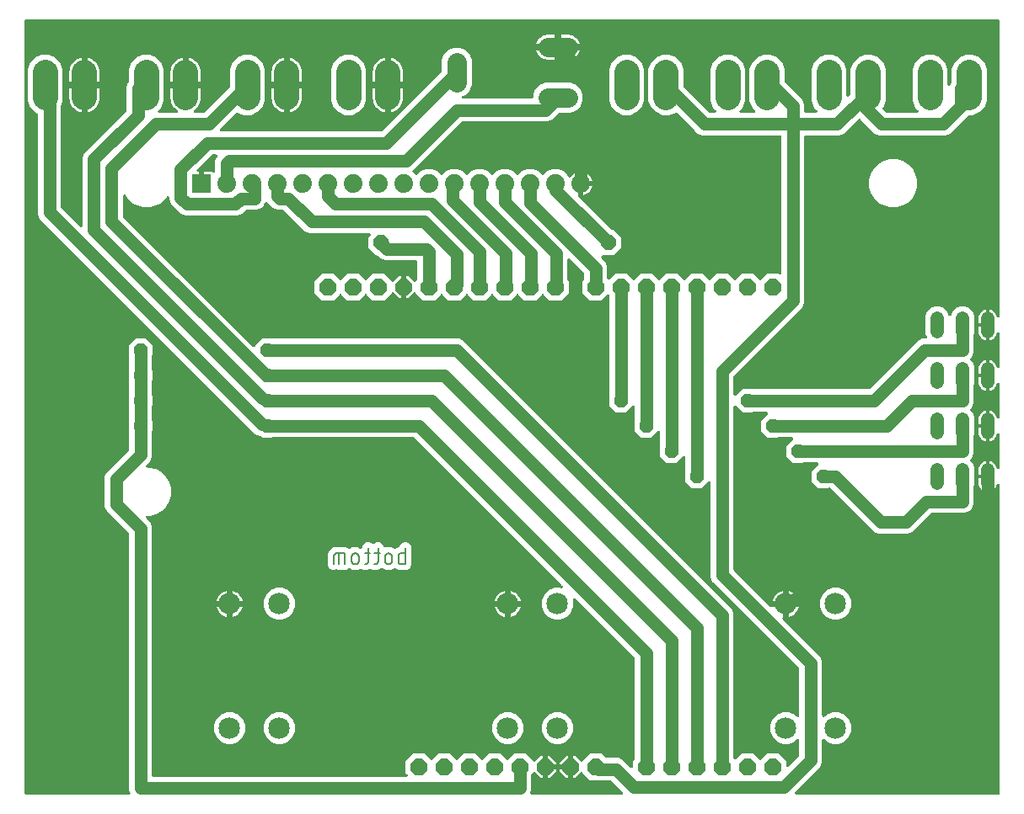
<source format=gbr>
G04 EAGLE Gerber RS-274X export*
G75*
%MOMM*%
%FSLAX34Y34*%
%LPD*%
%INBottom Copper*%
%IPPOS*%
%AMOC8*
5,1,8,0,0,1.08239X$1,22.5*%
G01*
%ADD10C,0.152400*%
%ADD11C,2.514600*%
%ADD12C,1.981200*%
%ADD13R,1.879600X1.879600*%
%ADD14C,1.879600*%
%ADD15P,1.649562X8X22.500000*%
%ADD16P,1.429621X8X22.500000*%
%ADD17P,1.429621X8X202.500000*%
%ADD18C,2.159000*%
%ADD19C,1.320800*%
%ADD20P,1.814519X8X22.500000*%
%ADD21C,1.270000*%

G36*
X115127Y10178D02*
X115127Y10178D01*
X115277Y10190D01*
X115300Y10198D01*
X115324Y10201D01*
X115465Y10251D01*
X115609Y10297D01*
X115629Y10310D01*
X115652Y10318D01*
X115779Y10400D01*
X115907Y10477D01*
X115924Y10494D01*
X115945Y10507D01*
X116050Y10616D01*
X116157Y10720D01*
X116170Y10740D01*
X116187Y10758D01*
X116264Y10887D01*
X116345Y11013D01*
X116353Y11036D01*
X116366Y11057D01*
X116412Y11200D01*
X116462Y11342D01*
X116465Y11366D01*
X116472Y11389D01*
X116484Y11538D01*
X116501Y11688D01*
X116498Y11712D01*
X116500Y11736D01*
X116478Y11884D01*
X116460Y12034D01*
X116451Y12062D01*
X116448Y12081D01*
X116431Y12124D01*
X116385Y12267D01*
X115569Y14236D01*
X115569Y272387D01*
X115555Y272512D01*
X115548Y272638D01*
X115535Y272685D01*
X115529Y272733D01*
X115487Y272852D01*
X115452Y272973D01*
X115428Y273015D01*
X115412Y273061D01*
X115343Y273167D01*
X115282Y273277D01*
X115242Y273324D01*
X115223Y273354D01*
X115188Y273387D01*
X115123Y273464D01*
X96229Y292358D01*
X92800Y295787D01*
X91059Y299989D01*
X91059Y329811D01*
X92800Y334013D01*
X96229Y337442D01*
X115123Y356336D01*
X115202Y356435D01*
X115286Y356529D01*
X115310Y356572D01*
X115340Y356609D01*
X115394Y356724D01*
X115455Y356834D01*
X115468Y356881D01*
X115489Y356924D01*
X115515Y357048D01*
X115550Y357170D01*
X115555Y357230D01*
X115562Y357265D01*
X115561Y357313D01*
X115569Y357413D01*
X115569Y375275D01*
X115555Y375401D01*
X115548Y375527D01*
X115535Y375573D01*
X115529Y375621D01*
X115487Y375740D01*
X115452Y375862D01*
X115428Y375904D01*
X115412Y375949D01*
X115343Y376056D01*
X115315Y376106D01*
X115315Y385890D01*
X115340Y385921D01*
X115394Y386035D01*
X115455Y386146D01*
X115468Y386192D01*
X115489Y386236D01*
X115515Y386359D01*
X115550Y386481D01*
X115555Y386542D01*
X115562Y386577D01*
X115561Y386625D01*
X115569Y386725D01*
X115569Y400675D01*
X115555Y400801D01*
X115548Y400927D01*
X115535Y400973D01*
X115529Y401021D01*
X115487Y401140D01*
X115452Y401262D01*
X115428Y401304D01*
X115412Y401349D01*
X115343Y401456D01*
X115315Y401506D01*
X115315Y411290D01*
X115340Y411321D01*
X115394Y411435D01*
X115455Y411546D01*
X115468Y411592D01*
X115489Y411636D01*
X115515Y411759D01*
X115550Y411881D01*
X115555Y411942D01*
X115562Y411977D01*
X115561Y412025D01*
X115569Y412125D01*
X115569Y426075D01*
X115555Y426201D01*
X115548Y426327D01*
X115535Y426373D01*
X115529Y426421D01*
X115487Y426540D01*
X115452Y426662D01*
X115428Y426704D01*
X115412Y426749D01*
X115343Y426856D01*
X115315Y426906D01*
X115315Y436690D01*
X115340Y436721D01*
X115394Y436835D01*
X115455Y436946D01*
X115468Y436992D01*
X115489Y437036D01*
X115515Y437159D01*
X115550Y437281D01*
X115555Y437342D01*
X115562Y437377D01*
X115561Y437425D01*
X115569Y437525D01*
X115569Y451475D01*
X115555Y451601D01*
X115548Y451727D01*
X115535Y451773D01*
X115529Y451821D01*
X115487Y451940D01*
X115452Y452062D01*
X115428Y452104D01*
X115412Y452149D01*
X115343Y452256D01*
X115315Y452306D01*
X115315Y462040D01*
X122160Y468885D01*
X131840Y468885D01*
X138685Y462040D01*
X138685Y452310D01*
X138660Y452279D01*
X138606Y452165D01*
X138545Y452054D01*
X138532Y452008D01*
X138511Y451964D01*
X138485Y451841D01*
X138450Y451719D01*
X138445Y451658D01*
X138438Y451623D01*
X138439Y451575D01*
X138431Y451475D01*
X138431Y437525D01*
X138445Y437399D01*
X138452Y437273D01*
X138465Y437227D01*
X138471Y437179D01*
X138513Y437060D01*
X138548Y436938D01*
X138572Y436896D01*
X138588Y436851D01*
X138657Y436744D01*
X138685Y436694D01*
X138685Y426910D01*
X138660Y426879D01*
X138606Y426765D01*
X138545Y426654D01*
X138532Y426608D01*
X138511Y426564D01*
X138485Y426441D01*
X138450Y426319D01*
X138445Y426258D01*
X138438Y426223D01*
X138439Y426175D01*
X138431Y426075D01*
X138431Y412125D01*
X138445Y411999D01*
X138452Y411873D01*
X138465Y411827D01*
X138471Y411779D01*
X138513Y411660D01*
X138548Y411538D01*
X138572Y411496D01*
X138588Y411451D01*
X138657Y411344D01*
X138685Y411294D01*
X138685Y401510D01*
X138660Y401479D01*
X138606Y401365D01*
X138545Y401254D01*
X138532Y401208D01*
X138511Y401164D01*
X138485Y401041D01*
X138450Y400919D01*
X138445Y400858D01*
X138438Y400823D01*
X138439Y400775D01*
X138431Y400675D01*
X138431Y386725D01*
X138445Y386599D01*
X138452Y386473D01*
X138465Y386427D01*
X138471Y386379D01*
X138513Y386260D01*
X138548Y386138D01*
X138572Y386096D01*
X138588Y386051D01*
X138657Y385944D01*
X138685Y385894D01*
X138685Y376110D01*
X138660Y376079D01*
X138606Y375965D01*
X138545Y375854D01*
X138532Y375808D01*
X138511Y375764D01*
X138485Y375641D01*
X138450Y375519D01*
X138445Y375458D01*
X138438Y375423D01*
X138439Y375375D01*
X138431Y375275D01*
X138431Y349774D01*
X136690Y345573D01*
X132779Y341661D01*
X132717Y341583D01*
X132647Y341510D01*
X132608Y341446D01*
X132562Y341388D01*
X132519Y341297D01*
X132468Y341211D01*
X132445Y341140D01*
X132413Y341073D01*
X132392Y340975D01*
X132362Y340879D01*
X132356Y340805D01*
X132340Y340732D01*
X132342Y340632D01*
X132334Y340532D01*
X132345Y340458D01*
X132346Y340384D01*
X132370Y340287D01*
X132385Y340187D01*
X132413Y340118D01*
X132431Y340046D01*
X132477Y339956D01*
X132514Y339863D01*
X132556Y339802D01*
X132591Y339736D01*
X132656Y339659D01*
X132713Y339577D01*
X132768Y339527D01*
X132816Y339471D01*
X132897Y339411D01*
X132972Y339344D01*
X133037Y339308D01*
X133097Y339263D01*
X133189Y339224D01*
X133277Y339175D01*
X133348Y339155D01*
X133417Y339125D01*
X133515Y339108D01*
X133612Y339080D01*
X133712Y339072D01*
X133760Y339064D01*
X133795Y339066D01*
X133856Y339061D01*
X136181Y339061D01*
X142326Y337414D01*
X147835Y334233D01*
X152333Y329735D01*
X155514Y324226D01*
X157161Y318081D01*
X157161Y311719D01*
X155514Y305574D01*
X152333Y300065D01*
X147835Y295567D01*
X142326Y292386D01*
X136181Y290739D01*
X133856Y290739D01*
X133756Y290728D01*
X133656Y290726D01*
X133584Y290708D01*
X133510Y290699D01*
X133415Y290666D01*
X133318Y290641D01*
X133252Y290607D01*
X133182Y290582D01*
X133097Y290527D01*
X133008Y290481D01*
X132951Y290433D01*
X132889Y290393D01*
X132819Y290321D01*
X132743Y290256D01*
X132698Y290196D01*
X132647Y290142D01*
X132595Y290056D01*
X132535Y289975D01*
X132506Y289907D01*
X132468Y289843D01*
X132437Y289747D01*
X132397Y289655D01*
X132384Y289582D01*
X132362Y289511D01*
X132354Y289411D01*
X132336Y289312D01*
X132340Y289238D01*
X132334Y289164D01*
X132349Y289064D01*
X132354Y288964D01*
X132374Y288893D01*
X132385Y288819D01*
X132422Y288726D01*
X132450Y288629D01*
X132487Y288564D01*
X132514Y288495D01*
X132571Y288413D01*
X132620Y288325D01*
X132686Y288249D01*
X132713Y288209D01*
X132739Y288185D01*
X132779Y288139D01*
X136690Y284227D01*
X138431Y280026D01*
X138431Y29464D01*
X138434Y29438D01*
X138432Y29412D01*
X138454Y29265D01*
X138471Y29118D01*
X138479Y29093D01*
X138483Y29067D01*
X138538Y28929D01*
X138588Y28790D01*
X138602Y28768D01*
X138612Y28743D01*
X138697Y28622D01*
X138777Y28497D01*
X138796Y28479D01*
X138811Y28457D01*
X138921Y28358D01*
X139028Y28255D01*
X139050Y28241D01*
X139070Y28224D01*
X139200Y28152D01*
X139327Y28076D01*
X139352Y28068D01*
X139375Y28055D01*
X139518Y28015D01*
X139659Y27970D01*
X139685Y27968D01*
X139710Y27960D01*
X139954Y27941D01*
X393843Y27941D01*
X393943Y27952D01*
X394043Y27954D01*
X394115Y27972D01*
X394189Y27981D01*
X394283Y28014D01*
X394381Y28039D01*
X394447Y28073D01*
X394517Y28098D01*
X394601Y28153D01*
X394691Y28199D01*
X394747Y28247D01*
X394810Y28287D01*
X394880Y28359D01*
X394956Y28424D01*
X395000Y28484D01*
X395052Y28538D01*
X395104Y28624D01*
X395163Y28705D01*
X395193Y28773D01*
X395231Y28837D01*
X395261Y28933D01*
X395301Y29025D01*
X395314Y29098D01*
X395337Y29169D01*
X395345Y29269D01*
X395363Y29368D01*
X395359Y29442D01*
X395365Y29516D01*
X395350Y29616D01*
X395345Y29716D01*
X395324Y29787D01*
X395313Y29861D01*
X395276Y29954D01*
X395248Y30051D01*
X395212Y30116D01*
X395185Y30185D01*
X395127Y30267D01*
X395078Y30355D01*
X395013Y30431D01*
X394986Y30471D01*
X394959Y30495D01*
X394920Y30541D01*
X392937Y32524D01*
X392937Y43676D01*
X400824Y51563D01*
X411976Y51563D01*
X418023Y45516D01*
X418043Y45500D01*
X418060Y45480D01*
X418180Y45392D01*
X418296Y45300D01*
X418320Y45288D01*
X418341Y45273D01*
X418477Y45214D01*
X418611Y45151D01*
X418637Y45145D01*
X418661Y45135D01*
X418807Y45109D01*
X418952Y45077D01*
X418978Y45078D01*
X419004Y45073D01*
X419152Y45081D01*
X419300Y45083D01*
X419326Y45090D01*
X419352Y45091D01*
X419494Y45132D01*
X419638Y45168D01*
X419661Y45180D01*
X419687Y45188D01*
X419816Y45260D01*
X419948Y45328D01*
X419968Y45345D01*
X419991Y45358D01*
X420177Y45516D01*
X426224Y51563D01*
X437376Y51563D01*
X443423Y45516D01*
X443443Y45500D01*
X443460Y45480D01*
X443580Y45392D01*
X443696Y45300D01*
X443720Y45288D01*
X443741Y45273D01*
X443877Y45214D01*
X444011Y45151D01*
X444037Y45145D01*
X444061Y45135D01*
X444207Y45109D01*
X444352Y45077D01*
X444378Y45078D01*
X444404Y45073D01*
X444552Y45081D01*
X444700Y45083D01*
X444726Y45090D01*
X444752Y45091D01*
X444894Y45132D01*
X445038Y45168D01*
X445061Y45180D01*
X445087Y45188D01*
X445216Y45260D01*
X445348Y45328D01*
X445368Y45345D01*
X445391Y45358D01*
X445577Y45516D01*
X451624Y51563D01*
X462776Y51563D01*
X468823Y45516D01*
X468843Y45500D01*
X468860Y45480D01*
X468980Y45392D01*
X469096Y45300D01*
X469120Y45288D01*
X469141Y45273D01*
X469277Y45214D01*
X469411Y45151D01*
X469437Y45145D01*
X469461Y45135D01*
X469607Y45109D01*
X469752Y45077D01*
X469778Y45078D01*
X469804Y45073D01*
X469952Y45081D01*
X470100Y45083D01*
X470126Y45090D01*
X470152Y45091D01*
X470294Y45132D01*
X470438Y45168D01*
X470461Y45180D01*
X470487Y45188D01*
X470616Y45260D01*
X470748Y45328D01*
X470768Y45345D01*
X470791Y45358D01*
X470977Y45516D01*
X477024Y51563D01*
X488176Y51563D01*
X494223Y45516D01*
X494243Y45500D01*
X494260Y45480D01*
X494380Y45392D01*
X494496Y45300D01*
X494520Y45288D01*
X494541Y45273D01*
X494677Y45214D01*
X494811Y45151D01*
X494837Y45145D01*
X494861Y45135D01*
X495007Y45109D01*
X495152Y45077D01*
X495178Y45078D01*
X495204Y45073D01*
X495352Y45081D01*
X495500Y45083D01*
X495526Y45090D01*
X495552Y45091D01*
X495694Y45132D01*
X495838Y45168D01*
X495861Y45180D01*
X495887Y45188D01*
X496016Y45260D01*
X496148Y45328D01*
X496168Y45345D01*
X496191Y45358D01*
X496377Y45516D01*
X502424Y51563D01*
X513576Y51563D01*
X521419Y43720D01*
X521439Y43704D01*
X521456Y43684D01*
X521576Y43596D01*
X521692Y43504D01*
X521716Y43492D01*
X521737Y43477D01*
X521873Y43418D01*
X522007Y43355D01*
X522033Y43349D01*
X522057Y43339D01*
X522203Y43312D01*
X522348Y43281D01*
X522374Y43282D01*
X522400Y43277D01*
X522548Y43285D01*
X522696Y43287D01*
X522722Y43294D01*
X522748Y43295D01*
X522890Y43336D01*
X523034Y43372D01*
X523058Y43384D01*
X523083Y43392D01*
X523212Y43464D01*
X523344Y43532D01*
X523364Y43549D01*
X523387Y43562D01*
X523573Y43720D01*
X528876Y49023D01*
X530901Y49023D01*
X530901Y39076D01*
X530902Y39061D01*
X530902Y39050D01*
X530903Y39041D01*
X530902Y39024D01*
X530924Y38877D01*
X530941Y38730D01*
X530949Y38705D01*
X530953Y38679D01*
X531008Y38542D01*
X531058Y38402D01*
X531072Y38380D01*
X531082Y38355D01*
X531167Y38234D01*
X531247Y38109D01*
X531260Y38097D01*
X531215Y38050D01*
X531201Y38027D01*
X531184Y38008D01*
X531112Y37878D01*
X531036Y37751D01*
X531028Y37726D01*
X531015Y37703D01*
X530975Y37560D01*
X530930Y37419D01*
X530927Y37393D01*
X530920Y37368D01*
X530901Y37124D01*
X530901Y27177D01*
X528876Y27177D01*
X523573Y32480D01*
X523553Y32496D01*
X523536Y32516D01*
X523416Y32604D01*
X523300Y32696D01*
X523276Y32708D01*
X523255Y32723D01*
X523119Y32782D01*
X522985Y32845D01*
X522959Y32851D01*
X522935Y32861D01*
X522789Y32888D01*
X522644Y32919D01*
X522618Y32918D01*
X522592Y32923D01*
X522444Y32915D01*
X522296Y32913D01*
X522270Y32906D01*
X522244Y32905D01*
X522102Y32864D01*
X521958Y32828D01*
X521935Y32816D01*
X521909Y32808D01*
X521780Y32736D01*
X521648Y32668D01*
X521628Y32651D01*
X521605Y32638D01*
X521419Y32480D01*
X519877Y30938D01*
X519798Y30839D01*
X519714Y30745D01*
X519690Y30703D01*
X519660Y30665D01*
X519606Y30551D01*
X519545Y30440D01*
X519532Y30393D01*
X519511Y30350D01*
X519485Y30226D01*
X519450Y30104D01*
X519445Y30044D01*
X519438Y30009D01*
X519439Y29961D01*
X519431Y29861D01*
X519431Y14236D01*
X518615Y12267D01*
X518574Y12122D01*
X518528Y11979D01*
X518526Y11955D01*
X518519Y11932D01*
X518512Y11781D01*
X518500Y11632D01*
X518504Y11608D01*
X518502Y11584D01*
X518529Y11436D01*
X518552Y11287D01*
X518561Y11265D01*
X518565Y11241D01*
X518625Y11103D01*
X518680Y10963D01*
X518694Y10943D01*
X518704Y10921D01*
X518794Y10800D01*
X518879Y10677D01*
X518897Y10661D01*
X518912Y10641D01*
X519027Y10544D01*
X519138Y10444D01*
X519159Y10432D01*
X519178Y10416D01*
X519311Y10348D01*
X519443Y10275D01*
X519466Y10269D01*
X519488Y10258D01*
X519633Y10221D01*
X519779Y10180D01*
X519808Y10178D01*
X519826Y10173D01*
X519873Y10173D01*
X520022Y10161D01*
X610076Y10161D01*
X610176Y10172D01*
X610276Y10174D01*
X610349Y10192D01*
X610423Y10201D01*
X610517Y10234D01*
X610614Y10259D01*
X610681Y10293D01*
X610751Y10318D01*
X610835Y10373D01*
X610924Y10419D01*
X610981Y10467D01*
X611043Y10507D01*
X611113Y10579D01*
X611190Y10644D01*
X611234Y10704D01*
X611286Y10758D01*
X611337Y10844D01*
X611397Y10925D01*
X611426Y10993D01*
X611464Y11057D01*
X611495Y11153D01*
X611535Y11245D01*
X611548Y11318D01*
X611571Y11389D01*
X611579Y11489D01*
X611597Y11588D01*
X611593Y11662D01*
X611599Y11736D01*
X611584Y11836D01*
X611579Y11936D01*
X611558Y12007D01*
X611547Y12081D01*
X611510Y12174D01*
X611482Y12271D01*
X611446Y12336D01*
X611418Y12405D01*
X611361Y12487D01*
X611312Y12575D01*
X611247Y12651D01*
X611219Y12691D01*
X611193Y12715D01*
X611153Y12761D01*
X600231Y23683D01*
X600132Y23762D01*
X600038Y23846D01*
X599996Y23870D01*
X599958Y23900D01*
X599844Y23954D01*
X599733Y24015D01*
X599687Y24028D01*
X599643Y24049D01*
X599520Y24075D01*
X599398Y24110D01*
X599337Y24115D01*
X599303Y24122D01*
X599255Y24121D01*
X599154Y24129D01*
X584466Y24129D01*
X583520Y24521D01*
X583518Y24522D01*
X583516Y24523D01*
X583351Y24569D01*
X583185Y24617D01*
X583183Y24617D01*
X583181Y24618D01*
X582937Y24637D01*
X578624Y24637D01*
X570781Y32480D01*
X570761Y32496D01*
X570744Y32516D01*
X570624Y32604D01*
X570508Y32696D01*
X570484Y32708D01*
X570463Y32723D01*
X570327Y32782D01*
X570193Y32845D01*
X570167Y32851D01*
X570143Y32861D01*
X569997Y32888D01*
X569852Y32919D01*
X569826Y32918D01*
X569800Y32923D01*
X569652Y32915D01*
X569504Y32913D01*
X569478Y32906D01*
X569452Y32905D01*
X569310Y32864D01*
X569166Y32828D01*
X569142Y32816D01*
X569117Y32808D01*
X568988Y32736D01*
X568856Y32668D01*
X568836Y32651D01*
X568813Y32638D01*
X568627Y32480D01*
X563324Y27177D01*
X561299Y27177D01*
X561299Y37124D01*
X561296Y37150D01*
X561298Y37176D01*
X561276Y37323D01*
X561259Y37470D01*
X561251Y37495D01*
X561247Y37521D01*
X561192Y37658D01*
X561142Y37798D01*
X561128Y37820D01*
X561118Y37845D01*
X561033Y37966D01*
X560953Y38091D01*
X560940Y38103D01*
X560985Y38150D01*
X560999Y38173D01*
X561016Y38192D01*
X561088Y38322D01*
X561164Y38449D01*
X561172Y38474D01*
X561185Y38497D01*
X561225Y38640D01*
X561270Y38781D01*
X561272Y38807D01*
X561280Y38832D01*
X561299Y39076D01*
X561299Y49023D01*
X563324Y49023D01*
X568627Y43720D01*
X568647Y43704D01*
X568664Y43684D01*
X568784Y43596D01*
X568900Y43504D01*
X568924Y43492D01*
X568945Y43477D01*
X569081Y43418D01*
X569215Y43355D01*
X569241Y43349D01*
X569265Y43339D01*
X569411Y43312D01*
X569556Y43281D01*
X569582Y43282D01*
X569608Y43277D01*
X569756Y43285D01*
X569904Y43287D01*
X569930Y43294D01*
X569956Y43295D01*
X570098Y43336D01*
X570242Y43372D01*
X570265Y43384D01*
X570291Y43392D01*
X570420Y43464D01*
X570552Y43532D01*
X570572Y43549D01*
X570595Y43562D01*
X570781Y43720D01*
X578624Y51563D01*
X589776Y51563D01*
X593902Y47437D01*
X594001Y47358D01*
X594095Y47274D01*
X594137Y47250D01*
X594175Y47220D01*
X594289Y47166D01*
X594400Y47105D01*
X594447Y47092D01*
X594490Y47071D01*
X594614Y47045D01*
X594736Y47010D01*
X594796Y47005D01*
X594831Y46998D01*
X594879Y46999D01*
X594979Y46991D01*
X606794Y46991D01*
X610995Y45250D01*
X618937Y37309D01*
X619015Y37246D01*
X619088Y37176D01*
X619152Y37138D01*
X619210Y37092D01*
X619301Y37049D01*
X619387Y36998D01*
X619458Y36975D01*
X619525Y36943D01*
X619623Y36922D01*
X619719Y36891D01*
X619793Y36885D01*
X619866Y36870D01*
X619966Y36871D01*
X620066Y36863D01*
X620140Y36874D01*
X620214Y36876D01*
X620311Y36900D01*
X620411Y36915D01*
X620480Y36942D01*
X620552Y36961D01*
X620642Y37007D01*
X620735Y37044D01*
X620796Y37086D01*
X620862Y37120D01*
X620939Y37185D01*
X621021Y37243D01*
X621071Y37298D01*
X621127Y37346D01*
X621187Y37427D01*
X621254Y37501D01*
X621290Y37567D01*
X621335Y37626D01*
X621374Y37719D01*
X621423Y37806D01*
X621443Y37878D01*
X621473Y37946D01*
X621490Y38045D01*
X621518Y38142D01*
X621526Y38242D01*
X621534Y38289D01*
X621532Y38325D01*
X621537Y38386D01*
X621537Y43676D01*
X623123Y45262D01*
X623202Y45361D01*
X623286Y45455D01*
X623310Y45497D01*
X623340Y45535D01*
X623394Y45649D01*
X623455Y45760D01*
X623468Y45807D01*
X623489Y45850D01*
X623515Y45974D01*
X623550Y46096D01*
X623555Y46156D01*
X623562Y46191D01*
X623561Y46239D01*
X623569Y46339D01*
X623569Y147034D01*
X623555Y147160D01*
X623548Y147286D01*
X623535Y147332D01*
X623529Y147380D01*
X623487Y147499D01*
X623452Y147621D01*
X623428Y147663D01*
X623412Y147709D01*
X623343Y147815D01*
X623282Y147925D01*
X623242Y147971D01*
X623223Y148001D01*
X623188Y148035D01*
X623123Y148111D01*
X563949Y207285D01*
X563910Y207316D01*
X563876Y207354D01*
X563774Y207424D01*
X563676Y207502D01*
X563631Y207523D01*
X563589Y207552D01*
X563474Y207598D01*
X563361Y207651D01*
X563312Y207661D01*
X563265Y207680D01*
X563142Y207698D01*
X563021Y207724D01*
X562970Y207723D01*
X562920Y207730D01*
X562796Y207720D01*
X562672Y207718D01*
X562623Y207706D01*
X562573Y207702D01*
X562455Y207663D01*
X562334Y207633D01*
X562289Y207610D01*
X562241Y207594D01*
X562135Y207530D01*
X562024Y207473D01*
X561986Y207441D01*
X561943Y207415D01*
X561854Y207328D01*
X561759Y207248D01*
X561729Y207207D01*
X561693Y207172D01*
X561626Y207067D01*
X561552Y206967D01*
X561532Y206921D01*
X561505Y206879D01*
X561463Y206761D01*
X561414Y206647D01*
X561405Y206598D01*
X561388Y206550D01*
X561374Y206427D01*
X561352Y206304D01*
X561355Y206254D01*
X561349Y206204D01*
X561364Y206080D01*
X561370Y205956D01*
X561384Y205908D01*
X561390Y205858D01*
X561465Y205625D01*
X561576Y205358D01*
X561576Y199042D01*
X559159Y193207D01*
X554693Y188741D01*
X548858Y186324D01*
X542542Y186324D01*
X536707Y188741D01*
X532241Y193207D01*
X529824Y199042D01*
X529824Y205358D01*
X532241Y211193D01*
X536707Y215659D01*
X542542Y218076D01*
X548858Y218076D01*
X549125Y217965D01*
X549173Y217951D01*
X549219Y217930D01*
X549341Y217904D01*
X549460Y217869D01*
X549510Y217867D01*
X549560Y217856D01*
X549684Y217858D01*
X549808Y217852D01*
X549858Y217861D01*
X549908Y217862D01*
X550029Y217893D01*
X550151Y217915D01*
X550197Y217935D01*
X550246Y217947D01*
X550357Y218004D01*
X550471Y218054D01*
X550511Y218084D01*
X550556Y218107D01*
X550651Y218188D01*
X550750Y218262D01*
X550783Y218300D01*
X550821Y218333D01*
X550895Y218433D01*
X550976Y218528D01*
X550999Y218573D01*
X551028Y218613D01*
X551078Y218727D01*
X551134Y218838D01*
X551147Y218887D01*
X551166Y218933D01*
X551188Y219055D01*
X551219Y219176D01*
X551219Y219226D01*
X551228Y219276D01*
X551222Y219400D01*
X551224Y219525D01*
X551213Y219574D01*
X551210Y219624D01*
X551176Y219744D01*
X551149Y219865D01*
X551128Y219911D01*
X551114Y219959D01*
X551053Y220067D01*
X551000Y220180D01*
X550968Y220219D01*
X550944Y220263D01*
X550785Y220449D01*
X550782Y220452D01*
X402111Y369123D01*
X402012Y369202D01*
X401918Y369286D01*
X401876Y369310D01*
X401838Y369340D01*
X401724Y369394D01*
X401613Y369455D01*
X401567Y369468D01*
X401523Y369489D01*
X401400Y369515D01*
X401278Y369550D01*
X401217Y369555D01*
X401183Y369562D01*
X401135Y369561D01*
X401034Y369569D01*
X259725Y369569D01*
X259599Y369555D01*
X259473Y369548D01*
X259427Y369535D01*
X259379Y369529D01*
X259260Y369487D01*
X259138Y369452D01*
X259096Y369428D01*
X259051Y369412D01*
X258944Y369343D01*
X258894Y369315D01*
X249160Y369315D01*
X248082Y370393D01*
X247983Y370472D01*
X247889Y370556D01*
X247847Y370580D01*
X247809Y370610D01*
X247695Y370664D01*
X247584Y370725D01*
X247538Y370738D01*
X247494Y370759D01*
X247371Y370785D01*
X247249Y370820D01*
X247188Y370825D01*
X247153Y370832D01*
X247105Y370831D01*
X247005Y370839D01*
X246646Y370839D01*
X245431Y371343D01*
X245402Y371351D01*
X245218Y371413D01*
X243942Y371732D01*
X243396Y372136D01*
X243341Y372168D01*
X243290Y372208D01*
X243124Y372293D01*
X243094Y372310D01*
X243085Y372313D01*
X243072Y372320D01*
X242445Y372580D01*
X241515Y373509D01*
X241491Y373528D01*
X241345Y373656D01*
X240288Y374439D01*
X239939Y375021D01*
X239900Y375072D01*
X239868Y375129D01*
X239792Y375218D01*
X239788Y375224D01*
X239783Y375228D01*
X239748Y375270D01*
X239726Y375298D01*
X239719Y375304D01*
X239710Y375315D01*
X25870Y589155D01*
X24129Y593356D01*
X24129Y694042D01*
X24121Y694118D01*
X24122Y694194D01*
X24101Y694291D01*
X24089Y694388D01*
X24064Y694460D01*
X24047Y694535D01*
X24005Y694624D01*
X23972Y694716D01*
X23930Y694780D01*
X23898Y694849D01*
X23836Y694926D01*
X23783Y695009D01*
X23728Y695062D01*
X23680Y695122D01*
X23603Y695183D01*
X23532Y695251D01*
X23467Y695290D01*
X23407Y695338D01*
X23273Y695406D01*
X23233Y695430D01*
X23215Y695436D01*
X23189Y695449D01*
X20988Y696361D01*
X16022Y701327D01*
X13334Y707815D01*
X13334Y739985D01*
X16022Y746473D01*
X20988Y751439D01*
X27476Y754127D01*
X34500Y754127D01*
X40988Y751439D01*
X45954Y746473D01*
X48642Y739985D01*
X48642Y707815D01*
X47107Y704110D01*
X47106Y704108D01*
X47105Y704106D01*
X47059Y703944D01*
X47011Y703774D01*
X47011Y703772D01*
X47010Y703770D01*
X46991Y703527D01*
X46991Y600996D01*
X47005Y600870D01*
X47012Y600744D01*
X47025Y600698D01*
X47031Y600650D01*
X47073Y600531D01*
X47108Y600409D01*
X47132Y600367D01*
X47148Y600321D01*
X47217Y600215D01*
X47278Y600105D01*
X47318Y600059D01*
X47337Y600029D01*
X47372Y599995D01*
X47437Y599919D01*
X65979Y581377D01*
X66057Y581314D01*
X66130Y581244D01*
X66194Y581206D01*
X66252Y581160D01*
X66343Y581117D01*
X66429Y581066D01*
X66500Y581043D01*
X66567Y581011D01*
X66665Y580990D01*
X66761Y580959D01*
X66835Y580953D01*
X66908Y580938D01*
X67008Y580939D01*
X67108Y580931D01*
X67182Y580942D01*
X67256Y580944D01*
X67353Y580968D01*
X67453Y580983D01*
X67522Y581010D01*
X67594Y581029D01*
X67684Y581075D01*
X67777Y581112D01*
X67838Y581154D01*
X67904Y581188D01*
X67981Y581253D01*
X68063Y581311D01*
X68113Y581366D01*
X68169Y581414D01*
X68229Y581495D01*
X68296Y581569D01*
X68332Y581635D01*
X68377Y581694D01*
X68416Y581787D01*
X68465Y581874D01*
X68485Y581946D01*
X68515Y582014D01*
X68532Y582113D01*
X68560Y582210D01*
X68568Y582310D01*
X68576Y582357D01*
X68574Y582393D01*
X68579Y582454D01*
X68579Y651244D01*
X70320Y655445D01*
X112583Y697709D01*
X112662Y697808D01*
X112746Y697902D01*
X112770Y697944D01*
X112800Y697982D01*
X112854Y698096D01*
X112915Y698207D01*
X112928Y698253D01*
X112949Y698297D01*
X112975Y698420D01*
X113010Y698542D01*
X113015Y698603D01*
X113022Y698637D01*
X113021Y698685D01*
X113029Y698786D01*
X113029Y719794D01*
X113026Y719821D01*
X113028Y719864D01*
X112937Y721840D01*
X112938Y721843D01*
X112971Y721980D01*
X113010Y722117D01*
X113013Y722157D01*
X113019Y722182D01*
X113019Y722231D01*
X113029Y722361D01*
X113029Y722364D01*
X113786Y724191D01*
X113794Y724217D01*
X113811Y724256D01*
X114484Y726116D01*
X114486Y726118D01*
X114569Y726233D01*
X114657Y726345D01*
X114675Y726380D01*
X114690Y726401D01*
X114709Y726447D01*
X114768Y726562D01*
X114818Y726683D01*
X114819Y726685D01*
X114820Y726687D01*
X114866Y726852D01*
X114914Y727018D01*
X114914Y727020D01*
X114915Y727022D01*
X114934Y727266D01*
X114934Y739985D01*
X117622Y746473D01*
X122588Y751439D01*
X129076Y754127D01*
X136100Y754127D01*
X142588Y751439D01*
X147554Y746473D01*
X150242Y739985D01*
X150242Y707815D01*
X147554Y701327D01*
X144788Y698561D01*
X144726Y698483D01*
X144656Y698410D01*
X144618Y698346D01*
X144572Y698288D01*
X144529Y698197D01*
X144477Y698111D01*
X144454Y698040D01*
X144423Y697973D01*
X144402Y697875D01*
X144371Y697779D01*
X144365Y697705D01*
X144349Y697632D01*
X144351Y697532D01*
X144343Y697432D01*
X144354Y697358D01*
X144355Y697284D01*
X144380Y697186D01*
X144395Y697087D01*
X144422Y697018D01*
X144440Y696946D01*
X144486Y696857D01*
X144523Y696763D01*
X144566Y696702D01*
X144600Y696636D01*
X144665Y696560D01*
X144722Y696477D01*
X144777Y696427D01*
X144826Y696371D01*
X144907Y696311D01*
X144981Y696244D01*
X145046Y696208D01*
X145106Y696163D01*
X145198Y696124D01*
X145286Y696075D01*
X145358Y696055D01*
X145426Y696025D01*
X145525Y696008D01*
X145622Y695980D01*
X145722Y695972D01*
X145769Y695964D01*
X145805Y695966D01*
X145865Y695961D01*
X162923Y695961D01*
X162949Y695964D01*
X162974Y695962D01*
X163122Y695984D01*
X163270Y696001D01*
X163294Y696009D01*
X163319Y696013D01*
X163457Y696068D01*
X163598Y696118D01*
X163619Y696132D01*
X163643Y696141D01*
X163765Y696226D01*
X163890Y696307D01*
X163908Y696326D01*
X163929Y696340D01*
X164029Y696451D01*
X164133Y696558D01*
X164146Y696580D01*
X164163Y696599D01*
X164235Y696729D01*
X164312Y696857D01*
X164319Y696881D01*
X164332Y696904D01*
X164372Y697047D01*
X164418Y697189D01*
X164420Y697214D01*
X164427Y697239D01*
X164434Y697388D01*
X164446Y697536D01*
X164442Y697561D01*
X164443Y697587D01*
X164416Y697733D01*
X164394Y697881D01*
X164385Y697905D01*
X164380Y697930D01*
X164320Y698066D01*
X164265Y698205D01*
X164251Y698226D01*
X164240Y698249D01*
X164151Y698369D01*
X164066Y698491D01*
X164047Y698508D01*
X164032Y698528D01*
X163851Y698692D01*
X162225Y699940D01*
X160824Y701340D01*
X159619Y702912D01*
X158628Y704628D01*
X157870Y706459D01*
X157357Y708372D01*
X157098Y710336D01*
X157098Y720853D01*
X170688Y720853D01*
X170714Y720856D01*
X170740Y720854D01*
X170887Y720876D01*
X171034Y720893D01*
X171059Y720901D01*
X171085Y720905D01*
X171223Y720960D01*
X171362Y721010D01*
X171384Y721024D01*
X171409Y721034D01*
X171530Y721119D01*
X171655Y721199D01*
X171673Y721218D01*
X171695Y721233D01*
X171794Y721343D01*
X171897Y721450D01*
X171911Y721472D01*
X171928Y721492D01*
X172000Y721622D01*
X172076Y721749D01*
X172084Y721774D01*
X172097Y721797D01*
X172137Y721939D01*
X172182Y722081D01*
X172184Y722107D01*
X172191Y722132D01*
X172211Y722376D01*
X172211Y723901D01*
X172213Y723901D01*
X172213Y722376D01*
X172216Y722350D01*
X172214Y722324D01*
X172236Y722177D01*
X172253Y722030D01*
X172262Y722005D01*
X172265Y721979D01*
X172320Y721841D01*
X172370Y721702D01*
X172385Y721680D01*
X172394Y721655D01*
X172479Y721534D01*
X172559Y721409D01*
X172578Y721391D01*
X172593Y721369D01*
X172703Y721270D01*
X172810Y721167D01*
X172832Y721153D01*
X172852Y721136D01*
X172982Y721064D01*
X173109Y720988D01*
X173134Y720980D01*
X173157Y720967D01*
X173300Y720927D01*
X173441Y720882D01*
X173467Y720880D01*
X173492Y720872D01*
X173736Y720853D01*
X187326Y720853D01*
X187326Y710336D01*
X187067Y708372D01*
X186554Y706459D01*
X185796Y704628D01*
X184805Y702912D01*
X184599Y702643D01*
X184599Y702642D01*
X184598Y702642D01*
X183600Y701340D01*
X182199Y699940D01*
X180573Y698692D01*
X180555Y698675D01*
X180534Y698661D01*
X180430Y698554D01*
X180323Y698450D01*
X180309Y698429D01*
X180291Y698410D01*
X180215Y698282D01*
X180134Y698157D01*
X180126Y698133D01*
X180112Y698111D01*
X180067Y697969D01*
X180017Y697829D01*
X180014Y697803D01*
X180006Y697779D01*
X179994Y697631D01*
X179977Y697483D01*
X179980Y697457D01*
X179978Y697432D01*
X180000Y697285D01*
X180018Y697136D01*
X180026Y697112D01*
X180030Y697087D01*
X180085Y696949D01*
X180135Y696808D01*
X180149Y696787D01*
X180159Y696763D01*
X180244Y696641D01*
X180325Y696516D01*
X180343Y696498D01*
X180358Y696477D01*
X180468Y696377D01*
X180575Y696274D01*
X180597Y696261D01*
X180616Y696244D01*
X180747Y696171D01*
X180875Y696095D01*
X180899Y696088D01*
X180921Y696075D01*
X181065Y696035D01*
X181207Y695989D01*
X181232Y695987D01*
X181257Y695980D01*
X181501Y695961D01*
X190214Y695961D01*
X190340Y695975D01*
X190466Y695982D01*
X190512Y695995D01*
X190560Y696001D01*
X190679Y696043D01*
X190801Y696078D01*
X190843Y696102D01*
X190889Y696118D01*
X190995Y696187D01*
X191105Y696248D01*
X191151Y696288D01*
X191181Y696307D01*
X191215Y696342D01*
X191291Y696407D01*
X216088Y721204D01*
X216167Y721303D01*
X216251Y721397D01*
X216275Y721439D01*
X216305Y721477D01*
X216359Y721591D01*
X216420Y721702D01*
X216433Y721748D01*
X216454Y721792D01*
X216480Y721915D01*
X216515Y722037D01*
X216520Y722098D01*
X216527Y722132D01*
X216526Y722180D01*
X216534Y722281D01*
X216534Y739985D01*
X219222Y746473D01*
X224188Y751439D01*
X230676Y754127D01*
X237700Y754127D01*
X244188Y751439D01*
X249154Y746473D01*
X251842Y739985D01*
X251842Y707815D01*
X249154Y701327D01*
X244188Y696361D01*
X237700Y693673D01*
X230676Y693673D01*
X224696Y696151D01*
X224622Y696172D01*
X224552Y696202D01*
X224456Y696219D01*
X224361Y696246D01*
X224284Y696250D01*
X224209Y696263D01*
X224111Y696258D01*
X224013Y696263D01*
X223937Y696249D01*
X223861Y696246D01*
X223767Y696218D01*
X223670Y696201D01*
X223600Y696170D01*
X223526Y696149D01*
X223440Y696101D01*
X223350Y696062D01*
X223289Y696016D01*
X223222Y695979D01*
X223108Y695882D01*
X223070Y695854D01*
X223058Y695839D01*
X223036Y695820D01*
X206727Y679511D01*
X206664Y679433D01*
X206594Y679360D01*
X206556Y679296D01*
X206510Y679238D01*
X206467Y679147D01*
X206416Y679061D01*
X206393Y678990D01*
X206361Y678923D01*
X206340Y678825D01*
X206309Y678729D01*
X206303Y678655D01*
X206288Y678582D01*
X206289Y678482D01*
X206281Y678382D01*
X206292Y678308D01*
X206294Y678234D01*
X206318Y678137D01*
X206333Y678037D01*
X206360Y677968D01*
X206379Y677896D01*
X206425Y677806D01*
X206462Y677713D01*
X206504Y677652D01*
X206538Y677586D01*
X206603Y677509D01*
X206661Y677427D01*
X206716Y677377D01*
X206764Y677321D01*
X206845Y677261D01*
X206919Y677194D01*
X206985Y677158D01*
X207044Y677113D01*
X207137Y677074D01*
X207224Y677025D01*
X207296Y677005D01*
X207364Y676975D01*
X207463Y676958D01*
X207560Y676930D01*
X207660Y676922D01*
X207707Y676914D01*
X207743Y676916D01*
X207804Y676911D01*
X368014Y676911D01*
X368140Y676925D01*
X368266Y676932D01*
X368312Y676945D01*
X368360Y676951D01*
X368479Y676993D01*
X368601Y677028D01*
X368643Y677052D01*
X368689Y677068D01*
X368795Y677137D01*
X368905Y677198D01*
X368951Y677238D01*
X368981Y677257D01*
X369015Y677292D01*
X369091Y677357D01*
X429067Y737333D01*
X429146Y737432D01*
X429230Y737526D01*
X429254Y737568D01*
X429284Y737606D01*
X429338Y737720D01*
X429399Y737831D01*
X429412Y737877D01*
X429433Y737921D01*
X429459Y738044D01*
X429494Y738166D01*
X429499Y738227D01*
X429506Y738261D01*
X429505Y738309D01*
X429513Y738410D01*
X429513Y749487D01*
X431795Y754995D01*
X436011Y759211D01*
X441519Y761493D01*
X447481Y761493D01*
X452989Y759211D01*
X457205Y754995D01*
X459487Y749487D01*
X459487Y723713D01*
X457205Y718205D01*
X452989Y713989D01*
X450267Y712861D01*
X450223Y712837D01*
X450176Y712820D01*
X450071Y712752D01*
X449962Y712692D01*
X449925Y712658D01*
X449883Y712631D01*
X449796Y712541D01*
X449704Y712458D01*
X449676Y712416D01*
X449641Y712380D01*
X449577Y712273D01*
X449506Y712171D01*
X449488Y712124D01*
X449462Y712081D01*
X449424Y711963D01*
X449378Y711847D01*
X449371Y711797D01*
X449356Y711749D01*
X449346Y711625D01*
X449327Y711502D01*
X449332Y711452D01*
X449328Y711402D01*
X449346Y711279D01*
X449356Y711155D01*
X449372Y711107D01*
X449379Y711057D01*
X449425Y710942D01*
X449463Y710823D01*
X449489Y710780D01*
X449508Y710733D01*
X449579Y710631D01*
X449643Y710525D01*
X449678Y710488D01*
X449707Y710447D01*
X449799Y710364D01*
X449886Y710275D01*
X449928Y710247D01*
X449966Y710214D01*
X450075Y710154D01*
X450179Y710086D01*
X450227Y710069D01*
X450271Y710045D01*
X450391Y710011D01*
X450508Y709970D01*
X450558Y709964D01*
X450606Y709950D01*
X450850Y709931D01*
X519684Y709931D01*
X519710Y709934D01*
X519736Y709932D01*
X519883Y709954D01*
X520030Y709971D01*
X520055Y709979D01*
X520081Y709983D01*
X520219Y710038D01*
X520358Y710088D01*
X520380Y710102D01*
X520405Y710112D01*
X520526Y710197D01*
X520651Y710277D01*
X520669Y710296D01*
X520691Y710311D01*
X520790Y710421D01*
X520893Y710528D01*
X520907Y710550D01*
X520924Y710570D01*
X520996Y710700D01*
X521072Y710827D01*
X521080Y710852D01*
X521093Y710875D01*
X521133Y711018D01*
X521178Y711159D01*
X521180Y711185D01*
X521188Y711210D01*
X521207Y711454D01*
X521207Y714181D01*
X523489Y719689D01*
X527705Y723905D01*
X533213Y726187D01*
X558987Y726187D01*
X564495Y723905D01*
X568711Y719689D01*
X570993Y714181D01*
X570993Y708219D01*
X568711Y702711D01*
X564495Y698495D01*
X558987Y696213D01*
X547910Y696213D01*
X547784Y696199D01*
X547658Y696192D01*
X547612Y696179D01*
X547564Y696173D01*
X547445Y696131D01*
X547323Y696096D01*
X547281Y696072D01*
X547235Y696056D01*
X547129Y695987D01*
X547019Y695926D01*
X546973Y695886D01*
X546943Y695867D01*
X546909Y695832D01*
X546833Y695767D01*
X539875Y688810D01*
X535674Y687069D01*
X449866Y687069D01*
X449740Y687055D01*
X449614Y687048D01*
X449568Y687035D01*
X449520Y687029D01*
X449401Y686987D01*
X449279Y686952D01*
X449237Y686928D01*
X449191Y686912D01*
X449085Y686843D01*
X448975Y686782D01*
X448929Y686742D01*
X448899Y686723D01*
X448865Y686688D01*
X448789Y686623D01*
X403605Y641439D01*
X400448Y638282D01*
X400432Y638262D01*
X400412Y638245D01*
X400323Y638125D01*
X400231Y638009D01*
X400220Y637986D01*
X400204Y637965D01*
X400146Y637828D01*
X400082Y637694D01*
X400077Y637669D01*
X400066Y637645D01*
X400040Y637498D01*
X400009Y637354D01*
X400009Y637327D01*
X400005Y637302D01*
X400012Y637153D01*
X400015Y637005D01*
X400021Y636980D01*
X400023Y636953D01*
X400064Y636811D01*
X400100Y636667D01*
X400112Y636644D01*
X400119Y636619D01*
X400192Y636489D01*
X400260Y636357D01*
X400277Y636337D01*
X400289Y636314D01*
X400448Y636128D01*
X402823Y633753D01*
X402843Y633737D01*
X402860Y633717D01*
X402980Y633629D01*
X403096Y633536D01*
X403120Y633525D01*
X403141Y633510D01*
X403277Y633451D01*
X403411Y633388D01*
X403437Y633382D01*
X403461Y633372D01*
X403607Y633345D01*
X403752Y633314D01*
X403778Y633315D01*
X403804Y633310D01*
X403952Y633318D01*
X404100Y633320D01*
X404126Y633327D01*
X404152Y633328D01*
X404294Y633369D01*
X404438Y633405D01*
X404461Y633417D01*
X404487Y633424D01*
X404616Y633497D01*
X404748Y633565D01*
X404768Y633582D01*
X404791Y633595D01*
X404977Y633753D01*
X408398Y637174D01*
X413720Y639379D01*
X419480Y639379D01*
X424802Y637174D01*
X428223Y633753D01*
X428243Y633737D01*
X428260Y633717D01*
X428380Y633629D01*
X428496Y633536D01*
X428520Y633525D01*
X428541Y633510D01*
X428677Y633451D01*
X428811Y633388D01*
X428837Y633382D01*
X428861Y633372D01*
X429007Y633345D01*
X429152Y633314D01*
X429178Y633315D01*
X429204Y633310D01*
X429352Y633318D01*
X429500Y633320D01*
X429526Y633327D01*
X429552Y633328D01*
X429694Y633369D01*
X429838Y633405D01*
X429861Y633417D01*
X429887Y633424D01*
X430016Y633497D01*
X430148Y633565D01*
X430168Y633582D01*
X430191Y633595D01*
X430377Y633753D01*
X433798Y637174D01*
X439120Y639379D01*
X444880Y639379D01*
X450202Y637174D01*
X453623Y633753D01*
X453643Y633737D01*
X453660Y633717D01*
X453780Y633629D01*
X453896Y633536D01*
X453920Y633525D01*
X453941Y633510D01*
X454077Y633451D01*
X454211Y633388D01*
X454237Y633382D01*
X454261Y633372D01*
X454407Y633345D01*
X454552Y633314D01*
X454578Y633315D01*
X454604Y633310D01*
X454752Y633318D01*
X454900Y633320D01*
X454926Y633327D01*
X454952Y633328D01*
X455094Y633369D01*
X455238Y633405D01*
X455261Y633417D01*
X455287Y633424D01*
X455416Y633497D01*
X455548Y633565D01*
X455568Y633582D01*
X455591Y633595D01*
X455777Y633753D01*
X459198Y637174D01*
X464520Y639379D01*
X470280Y639379D01*
X475602Y637174D01*
X479023Y633753D01*
X479043Y633737D01*
X479060Y633717D01*
X479180Y633629D01*
X479296Y633536D01*
X479320Y633525D01*
X479341Y633510D01*
X479477Y633451D01*
X479611Y633388D01*
X479637Y633382D01*
X479661Y633372D01*
X479807Y633345D01*
X479952Y633314D01*
X479978Y633315D01*
X480004Y633310D01*
X480152Y633318D01*
X480300Y633320D01*
X480326Y633327D01*
X480352Y633328D01*
X480494Y633369D01*
X480638Y633405D01*
X480661Y633417D01*
X480687Y633424D01*
X480816Y633497D01*
X480948Y633565D01*
X480968Y633582D01*
X480991Y633595D01*
X481177Y633753D01*
X484598Y637174D01*
X489920Y639379D01*
X495680Y639379D01*
X501002Y637174D01*
X504423Y633753D01*
X504443Y633737D01*
X504460Y633717D01*
X504580Y633629D01*
X504696Y633536D01*
X504720Y633525D01*
X504741Y633510D01*
X504877Y633451D01*
X505011Y633388D01*
X505037Y633382D01*
X505061Y633372D01*
X505207Y633345D01*
X505352Y633314D01*
X505378Y633315D01*
X505404Y633310D01*
X505552Y633318D01*
X505700Y633320D01*
X505726Y633327D01*
X505752Y633328D01*
X505894Y633369D01*
X506038Y633405D01*
X506061Y633417D01*
X506087Y633424D01*
X506216Y633497D01*
X506348Y633565D01*
X506368Y633582D01*
X506391Y633595D01*
X506577Y633753D01*
X509998Y637174D01*
X515320Y639379D01*
X521080Y639379D01*
X526402Y637174D01*
X529823Y633753D01*
X529843Y633737D01*
X529860Y633717D01*
X529980Y633629D01*
X530096Y633536D01*
X530120Y633525D01*
X530141Y633510D01*
X530277Y633451D01*
X530411Y633388D01*
X530437Y633382D01*
X530461Y633372D01*
X530607Y633345D01*
X530752Y633314D01*
X530778Y633315D01*
X530804Y633310D01*
X530952Y633318D01*
X531100Y633320D01*
X531126Y633327D01*
X531152Y633328D01*
X531294Y633369D01*
X531438Y633405D01*
X531461Y633417D01*
X531487Y633424D01*
X531616Y633497D01*
X531748Y633565D01*
X531768Y633582D01*
X531791Y633595D01*
X531977Y633753D01*
X535398Y637174D01*
X540720Y639379D01*
X546480Y639379D01*
X551802Y637174D01*
X555874Y633102D01*
X556405Y631821D01*
X556451Y631737D01*
X556489Y631650D01*
X556536Y631586D01*
X556574Y631517D01*
X556638Y631446D01*
X556695Y631369D01*
X556755Y631317D01*
X556808Y631258D01*
X556887Y631204D01*
X556960Y631142D01*
X557030Y631105D01*
X557095Y631060D01*
X557184Y631025D01*
X557269Y630981D01*
X557345Y630961D01*
X557419Y630932D01*
X557514Y630918D01*
X557606Y630895D01*
X557686Y630893D01*
X557764Y630882D01*
X557859Y630890D01*
X557955Y630888D01*
X558032Y630904D01*
X558111Y630910D01*
X558202Y630940D01*
X558296Y630960D01*
X558368Y630993D01*
X558443Y631018D01*
X558525Y631067D01*
X558611Y631107D01*
X558674Y631156D01*
X558742Y631197D01*
X558810Y631264D01*
X558885Y631323D01*
X558956Y631406D01*
X558992Y631440D01*
X559009Y631468D01*
X559044Y631509D01*
X559894Y632678D01*
X561222Y634006D01*
X562743Y635111D01*
X564417Y635964D01*
X566204Y636545D01*
X566461Y636585D01*
X566461Y625916D01*
X566464Y625890D01*
X566462Y625864D01*
X566484Y625717D01*
X566501Y625570D01*
X566509Y625545D01*
X566513Y625519D01*
X566568Y625382D01*
X566618Y625242D01*
X566632Y625220D01*
X566642Y625195D01*
X566727Y625074D01*
X566807Y624949D01*
X566826Y624931D01*
X566841Y624909D01*
X566857Y624895D01*
X566775Y624810D01*
X566761Y624787D01*
X566744Y624768D01*
X566672Y624638D01*
X566596Y624511D01*
X566588Y624486D01*
X566575Y624463D01*
X566535Y624320D01*
X566490Y624179D01*
X566487Y624153D01*
X566480Y624128D01*
X566461Y623884D01*
X566461Y612386D01*
X566475Y612260D01*
X566482Y612134D01*
X566495Y612088D01*
X566501Y612040D01*
X566543Y611921D01*
X566578Y611799D01*
X566602Y611757D01*
X566618Y611711D01*
X566687Y611605D01*
X566748Y611495D01*
X566788Y611449D01*
X566807Y611419D01*
X566842Y611385D01*
X566907Y611309D01*
X599919Y578297D01*
X600018Y578218D01*
X600112Y578134D01*
X600154Y578110D01*
X600192Y578080D01*
X600306Y578026D01*
X600417Y577965D01*
X600463Y577952D01*
X600507Y577931D01*
X600630Y577905D01*
X600752Y577870D01*
X600813Y577865D01*
X600847Y577858D01*
X600895Y577859D01*
X600996Y577851D01*
X602161Y577851D01*
X609601Y570411D01*
X609601Y559889D01*
X602161Y552449D01*
X591145Y552449D01*
X591045Y552438D01*
X590945Y552436D01*
X590872Y552418D01*
X590798Y552409D01*
X590704Y552376D01*
X590607Y552351D01*
X590540Y552317D01*
X590470Y552292D01*
X590386Y552237D01*
X590297Y552191D01*
X590240Y552143D01*
X590178Y552103D01*
X590108Y552031D01*
X590031Y551966D01*
X589987Y551906D01*
X589935Y551852D01*
X589884Y551766D01*
X589824Y551685D01*
X589795Y551617D01*
X589757Y551553D01*
X589726Y551457D01*
X589686Y551365D01*
X589673Y551292D01*
X589650Y551221D01*
X589642Y551121D01*
X589624Y551022D01*
X589628Y550948D01*
X589622Y550874D01*
X589637Y550774D01*
X589642Y550674D01*
X589663Y550603D01*
X589674Y550529D01*
X589711Y550436D01*
X589739Y550339D01*
X589775Y550274D01*
X589803Y550205D01*
X589860Y550123D01*
X589909Y550035D01*
X589974Y549959D01*
X590002Y549919D01*
X590011Y549911D01*
X590013Y549908D01*
X590032Y549891D01*
X590068Y549849D01*
X593890Y546026D01*
X595631Y541825D01*
X595631Y529447D01*
X595642Y529347D01*
X595644Y529247D01*
X595662Y529175D01*
X595671Y529101D01*
X595704Y529007D01*
X595729Y528909D01*
X595763Y528843D01*
X595788Y528773D01*
X595843Y528689D01*
X595889Y528599D01*
X595937Y528543D01*
X595977Y528480D01*
X596049Y528410D01*
X596114Y528334D01*
X596174Y528290D01*
X596228Y528238D01*
X596314Y528186D01*
X596395Y528127D01*
X596463Y528097D01*
X596527Y528059D01*
X596623Y528029D01*
X596715Y527989D01*
X596788Y527976D01*
X596859Y527953D01*
X596959Y527945D01*
X597058Y527927D01*
X597132Y527931D01*
X597206Y527925D01*
X597306Y527940D01*
X597406Y527945D01*
X597477Y527966D01*
X597551Y527977D01*
X597644Y528014D01*
X597741Y528042D01*
X597806Y528078D01*
X597875Y528105D01*
X597957Y528163D01*
X598045Y528212D01*
X598121Y528277D01*
X598161Y528304D01*
X598185Y528331D01*
X598231Y528370D01*
X604024Y534163D01*
X615176Y534163D01*
X621223Y528116D01*
X621243Y528100D01*
X621260Y528080D01*
X621380Y527992D01*
X621496Y527900D01*
X621520Y527888D01*
X621541Y527873D01*
X621677Y527814D01*
X621811Y527751D01*
X621837Y527745D01*
X621861Y527735D01*
X622007Y527709D01*
X622152Y527677D01*
X622178Y527678D01*
X622204Y527673D01*
X622352Y527681D01*
X622500Y527683D01*
X622526Y527690D01*
X622552Y527691D01*
X622694Y527732D01*
X622838Y527768D01*
X622861Y527780D01*
X622887Y527788D01*
X623016Y527860D01*
X623148Y527928D01*
X623168Y527945D01*
X623191Y527958D01*
X623377Y528116D01*
X629424Y534163D01*
X640576Y534163D01*
X646623Y528116D01*
X646643Y528100D01*
X646660Y528080D01*
X646780Y527992D01*
X646896Y527900D01*
X646920Y527888D01*
X646941Y527873D01*
X647077Y527814D01*
X647211Y527751D01*
X647237Y527745D01*
X647261Y527735D01*
X647407Y527709D01*
X647552Y527677D01*
X647578Y527678D01*
X647604Y527673D01*
X647752Y527681D01*
X647900Y527683D01*
X647926Y527690D01*
X647952Y527691D01*
X648094Y527732D01*
X648238Y527768D01*
X648261Y527780D01*
X648287Y527788D01*
X648416Y527860D01*
X648548Y527928D01*
X648568Y527945D01*
X648591Y527958D01*
X648777Y528116D01*
X654824Y534163D01*
X665976Y534163D01*
X672023Y528116D01*
X672043Y528100D01*
X672060Y528080D01*
X672180Y527992D01*
X672296Y527900D01*
X672320Y527888D01*
X672341Y527873D01*
X672477Y527814D01*
X672611Y527751D01*
X672637Y527745D01*
X672661Y527735D01*
X672807Y527709D01*
X672952Y527677D01*
X672978Y527678D01*
X673004Y527673D01*
X673152Y527681D01*
X673300Y527683D01*
X673326Y527690D01*
X673352Y527691D01*
X673494Y527732D01*
X673638Y527768D01*
X673661Y527780D01*
X673687Y527788D01*
X673816Y527860D01*
X673948Y527928D01*
X673968Y527945D01*
X673991Y527958D01*
X674177Y528116D01*
X680224Y534163D01*
X691376Y534163D01*
X697423Y528116D01*
X697443Y528100D01*
X697460Y528080D01*
X697580Y527992D01*
X697696Y527900D01*
X697720Y527888D01*
X697741Y527873D01*
X697877Y527814D01*
X698011Y527751D01*
X698037Y527745D01*
X698061Y527735D01*
X698207Y527709D01*
X698352Y527677D01*
X698378Y527678D01*
X698404Y527673D01*
X698552Y527681D01*
X698700Y527683D01*
X698726Y527690D01*
X698752Y527691D01*
X698894Y527732D01*
X699038Y527768D01*
X699061Y527780D01*
X699087Y527788D01*
X699216Y527860D01*
X699348Y527928D01*
X699368Y527945D01*
X699391Y527958D01*
X699577Y528116D01*
X705624Y534163D01*
X716776Y534163D01*
X722823Y528116D01*
X722843Y528100D01*
X722860Y528080D01*
X722980Y527992D01*
X723096Y527900D01*
X723120Y527888D01*
X723141Y527873D01*
X723277Y527814D01*
X723411Y527751D01*
X723437Y527745D01*
X723461Y527735D01*
X723607Y527709D01*
X723752Y527677D01*
X723778Y527678D01*
X723804Y527673D01*
X723952Y527681D01*
X724100Y527683D01*
X724126Y527690D01*
X724152Y527691D01*
X724294Y527732D01*
X724438Y527768D01*
X724461Y527780D01*
X724487Y527788D01*
X724616Y527860D01*
X724748Y527928D01*
X724768Y527945D01*
X724791Y527958D01*
X724977Y528116D01*
X731024Y534163D01*
X742176Y534163D01*
X748223Y528116D01*
X748243Y528100D01*
X748260Y528080D01*
X748380Y527992D01*
X748496Y527900D01*
X748520Y527888D01*
X748541Y527873D01*
X748677Y527814D01*
X748811Y527751D01*
X748837Y527745D01*
X748861Y527735D01*
X749007Y527709D01*
X749152Y527677D01*
X749178Y527678D01*
X749204Y527673D01*
X749352Y527681D01*
X749500Y527683D01*
X749526Y527690D01*
X749552Y527691D01*
X749694Y527732D01*
X749838Y527768D01*
X749861Y527780D01*
X749887Y527788D01*
X750016Y527860D01*
X750148Y527928D01*
X750168Y527945D01*
X750191Y527958D01*
X750377Y528116D01*
X756424Y534163D01*
X767576Y534163D01*
X768289Y533450D01*
X768368Y533388D01*
X768440Y533318D01*
X768504Y533280D01*
X768562Y533234D01*
X768653Y533191D01*
X768739Y533139D01*
X768810Y533117D01*
X768877Y533085D01*
X768975Y533064D01*
X769071Y533033D01*
X769145Y533027D01*
X769218Y533011D01*
X769318Y533013D01*
X769418Y533005D01*
X769492Y533016D01*
X769566Y533017D01*
X769663Y533042D01*
X769763Y533057D01*
X769832Y533084D01*
X769904Y533102D01*
X769993Y533148D01*
X770087Y533185D01*
X770148Y533228D01*
X770214Y533262D01*
X770290Y533327D01*
X770373Y533384D01*
X770423Y533440D01*
X770479Y533488D01*
X770539Y533569D01*
X770606Y533643D01*
X770642Y533708D01*
X770687Y533768D01*
X770726Y533860D01*
X770775Y533948D01*
X770795Y534020D01*
X770825Y534088D01*
X770842Y534187D01*
X770870Y534284D01*
X770878Y534384D01*
X770886Y534431D01*
X770884Y534467D01*
X770889Y534527D01*
X770889Y671576D01*
X770886Y671602D01*
X770888Y671628D01*
X770866Y671775D01*
X770849Y671922D01*
X770841Y671947D01*
X770837Y671973D01*
X770782Y672111D01*
X770732Y672250D01*
X770718Y672272D01*
X770708Y672297D01*
X770623Y672418D01*
X770543Y672543D01*
X770524Y672561D01*
X770509Y672583D01*
X770399Y672682D01*
X770292Y672785D01*
X770270Y672799D01*
X770250Y672816D01*
X770120Y672888D01*
X769993Y672964D01*
X769968Y672972D01*
X769945Y672985D01*
X769802Y673025D01*
X769661Y673070D01*
X769635Y673072D01*
X769610Y673080D01*
X769366Y673099D01*
X691146Y673099D01*
X686945Y674840D01*
X683515Y678269D01*
X665964Y695820D01*
X665904Y695868D01*
X665851Y695923D01*
X665768Y695976D01*
X665691Y696037D01*
X665622Y696070D01*
X665558Y696111D01*
X665465Y696144D01*
X665376Y696186D01*
X665302Y696202D01*
X665229Y696228D01*
X665131Y696239D01*
X665035Y696259D01*
X664959Y696258D01*
X664883Y696266D01*
X664785Y696255D01*
X664687Y696253D01*
X664613Y696235D01*
X664537Y696226D01*
X664395Y696180D01*
X664349Y696168D01*
X664332Y696160D01*
X664304Y696151D01*
X658324Y693673D01*
X651300Y693673D01*
X644812Y696361D01*
X639846Y701327D01*
X637158Y707815D01*
X637158Y739985D01*
X639846Y746473D01*
X644812Y751439D01*
X651300Y754127D01*
X658324Y754127D01*
X664812Y751439D01*
X669778Y746473D01*
X672466Y739985D01*
X672466Y722281D01*
X672480Y722155D01*
X672487Y722029D01*
X672500Y721983D01*
X672506Y721935D01*
X672548Y721816D01*
X672583Y721694D01*
X672607Y721652D01*
X672623Y721606D01*
X672692Y721500D01*
X672753Y721390D01*
X672793Y721344D01*
X672812Y721314D01*
X672847Y721280D01*
X672912Y721204D01*
X697709Y696407D01*
X697808Y696328D01*
X697902Y696244D01*
X697944Y696220D01*
X697982Y696190D01*
X698096Y696136D01*
X698207Y696075D01*
X698253Y696062D01*
X698297Y696041D01*
X698420Y696015D01*
X698542Y695980D01*
X698603Y695975D01*
X698637Y695968D01*
X698685Y695969D01*
X698786Y695961D01*
X703511Y695961D01*
X703611Y695972D01*
X703711Y695974D01*
X703783Y695992D01*
X703857Y696001D01*
X703951Y696034D01*
X704049Y696059D01*
X704115Y696093D01*
X704185Y696118D01*
X704269Y696173D01*
X704359Y696219D01*
X704415Y696267D01*
X704478Y696307D01*
X704548Y696379D01*
X704624Y696444D01*
X704668Y696504D01*
X704720Y696558D01*
X704772Y696644D01*
X704831Y696725D01*
X704861Y696793D01*
X704899Y696857D01*
X704929Y696953D01*
X704969Y697045D01*
X704982Y697118D01*
X705005Y697189D01*
X705013Y697289D01*
X705031Y697388D01*
X705027Y697462D01*
X705033Y697536D01*
X705018Y697636D01*
X705013Y697736D01*
X704992Y697807D01*
X704981Y697881D01*
X704944Y697974D01*
X704916Y698071D01*
X704880Y698136D01*
X704853Y698205D01*
X704795Y698287D01*
X704746Y698375D01*
X704681Y698451D01*
X704654Y698491D01*
X704627Y698515D01*
X704588Y698561D01*
X701822Y701327D01*
X699134Y707815D01*
X699134Y739985D01*
X701822Y746473D01*
X706788Y751439D01*
X713276Y754127D01*
X720300Y754127D01*
X726788Y751439D01*
X731754Y746473D01*
X734442Y739985D01*
X734442Y707815D01*
X731754Y701327D01*
X728988Y698561D01*
X728926Y698483D01*
X728856Y698410D01*
X728818Y698346D01*
X728772Y698288D01*
X728729Y698197D01*
X728677Y698111D01*
X728654Y698040D01*
X728623Y697973D01*
X728602Y697875D01*
X728571Y697779D01*
X728565Y697705D01*
X728549Y697632D01*
X728551Y697532D01*
X728543Y697432D01*
X728554Y697358D01*
X728555Y697284D01*
X728580Y697186D01*
X728595Y697087D01*
X728622Y697018D01*
X728640Y696946D01*
X728686Y696857D01*
X728723Y696763D01*
X728766Y696702D01*
X728800Y696636D01*
X728865Y696560D01*
X728922Y696477D01*
X728977Y696427D01*
X729026Y696371D01*
X729107Y696311D01*
X729181Y696244D01*
X729246Y696208D01*
X729306Y696163D01*
X729398Y696124D01*
X729486Y696075D01*
X729558Y696055D01*
X729626Y696025D01*
X729725Y696008D01*
X729822Y695980D01*
X729922Y695972D01*
X729969Y695964D01*
X730005Y695966D01*
X730065Y695961D01*
X743135Y695961D01*
X743235Y695972D01*
X743335Y695974D01*
X743407Y695992D01*
X743481Y696001D01*
X743575Y696034D01*
X743673Y696059D01*
X743739Y696093D01*
X743809Y696118D01*
X743893Y696173D01*
X743983Y696219D01*
X744039Y696267D01*
X744102Y696307D01*
X744172Y696379D01*
X744248Y696444D01*
X744292Y696504D01*
X744344Y696558D01*
X744396Y696644D01*
X744455Y696725D01*
X744485Y696793D01*
X744523Y696857D01*
X744553Y696953D01*
X744593Y697045D01*
X744606Y697118D01*
X744629Y697189D01*
X744637Y697289D01*
X744655Y697388D01*
X744651Y697462D01*
X744657Y697536D01*
X744642Y697636D01*
X744637Y697736D01*
X744616Y697807D01*
X744605Y697881D01*
X744568Y697974D01*
X744540Y698071D01*
X744504Y698136D01*
X744477Y698205D01*
X744419Y698287D01*
X744370Y698375D01*
X744305Y698451D01*
X744278Y698491D01*
X744251Y698515D01*
X744212Y698561D01*
X741446Y701327D01*
X738758Y707815D01*
X738758Y739985D01*
X741446Y746473D01*
X746412Y751439D01*
X752900Y754127D01*
X759924Y754127D01*
X766412Y751439D01*
X771378Y746473D01*
X774066Y739985D01*
X774066Y727361D01*
X774080Y727235D01*
X774087Y727109D01*
X774100Y727063D01*
X774106Y727015D01*
X774148Y726896D01*
X774183Y726774D01*
X774207Y726732D01*
X774223Y726686D01*
X774292Y726580D01*
X774353Y726470D01*
X774393Y726424D01*
X774412Y726394D01*
X774447Y726360D01*
X774512Y726284D01*
X792010Y708785D01*
X793751Y704584D01*
X793751Y697484D01*
X793754Y697458D01*
X793752Y697432D01*
X793774Y697285D01*
X793791Y697138D01*
X793799Y697113D01*
X793803Y697087D01*
X793858Y696949D01*
X793908Y696810D01*
X793922Y696788D01*
X793932Y696763D01*
X794017Y696642D01*
X794097Y696517D01*
X794116Y696499D01*
X794131Y696477D01*
X794241Y696378D01*
X794348Y696275D01*
X794370Y696261D01*
X794390Y696244D01*
X794520Y696172D01*
X794647Y696096D01*
X794672Y696088D01*
X794695Y696075D01*
X794838Y696035D01*
X794979Y695990D01*
X795005Y695988D01*
X795030Y695980D01*
X795274Y695961D01*
X805111Y695961D01*
X805211Y695972D01*
X805311Y695974D01*
X805383Y695992D01*
X805457Y696001D01*
X805551Y696034D01*
X805649Y696059D01*
X805715Y696093D01*
X805785Y696118D01*
X805869Y696173D01*
X805959Y696219D01*
X806015Y696267D01*
X806078Y696307D01*
X806148Y696379D01*
X806224Y696444D01*
X806268Y696504D01*
X806320Y696558D01*
X806372Y696644D01*
X806431Y696725D01*
X806461Y696793D01*
X806499Y696857D01*
X806529Y696953D01*
X806569Y697045D01*
X806582Y697118D01*
X806605Y697189D01*
X806613Y697289D01*
X806631Y697388D01*
X806627Y697462D01*
X806633Y697536D01*
X806618Y697636D01*
X806613Y697736D01*
X806592Y697807D01*
X806581Y697881D01*
X806544Y697974D01*
X806516Y698071D01*
X806480Y698136D01*
X806453Y698205D01*
X806395Y698287D01*
X806346Y698375D01*
X806281Y698451D01*
X806254Y698491D01*
X806227Y698515D01*
X806188Y698561D01*
X803422Y701327D01*
X800734Y707815D01*
X800734Y739985D01*
X803422Y746473D01*
X808388Y751439D01*
X814876Y754127D01*
X821900Y754127D01*
X828388Y751439D01*
X833354Y746473D01*
X836042Y739985D01*
X836042Y713645D01*
X836053Y713545D01*
X836055Y713444D01*
X836073Y713372D01*
X836082Y713298D01*
X836115Y713204D01*
X836140Y713107D01*
X836174Y713040D01*
X836199Y712970D01*
X836254Y712886D01*
X836300Y712797D01*
X836348Y712740D01*
X836388Y712678D01*
X836460Y712608D01*
X836525Y712531D01*
X836585Y712487D01*
X836639Y712435D01*
X836725Y712384D01*
X836806Y712324D01*
X836874Y712295D01*
X836938Y712257D01*
X837034Y712226D01*
X837126Y712186D01*
X837199Y712173D01*
X837270Y712150D01*
X837370Y712142D01*
X837469Y712124D01*
X837543Y712128D01*
X837617Y712122D01*
X837717Y712137D01*
X837817Y712142D01*
X837888Y712163D01*
X837962Y712174D01*
X838055Y712211D01*
X838152Y712239D01*
X838217Y712275D01*
X838286Y712303D01*
X838368Y712360D01*
X838456Y712409D01*
X838532Y712474D01*
X838572Y712502D01*
X838596Y712528D01*
X838642Y712568D01*
X839912Y713838D01*
X839991Y713937D01*
X840075Y714031D01*
X840099Y714073D01*
X840129Y714111D01*
X840183Y714225D01*
X840244Y714336D01*
X840257Y714382D01*
X840278Y714426D01*
X840304Y714549D01*
X840339Y714671D01*
X840344Y714731D01*
X840351Y714766D01*
X840350Y714815D01*
X840358Y714915D01*
X840358Y739985D01*
X843046Y746473D01*
X848012Y751439D01*
X854500Y754127D01*
X861524Y754127D01*
X868012Y751439D01*
X872978Y746473D01*
X875666Y739985D01*
X875666Y707815D01*
X872978Y701327D01*
X872860Y701209D01*
X872844Y701189D01*
X872824Y701172D01*
X872736Y701052D01*
X872644Y700936D01*
X872633Y700913D01*
X872617Y700891D01*
X872558Y700755D01*
X872495Y700621D01*
X872489Y700595D01*
X872479Y700571D01*
X872453Y700425D01*
X872422Y700280D01*
X872422Y700254D01*
X872417Y700228D01*
X872425Y700080D01*
X872427Y699932D01*
X872434Y699907D01*
X872435Y699880D01*
X872476Y699738D01*
X872512Y699594D01*
X872524Y699571D01*
X872532Y699545D01*
X872604Y699416D01*
X872672Y699284D01*
X872689Y699264D01*
X872702Y699241D01*
X872860Y699055D01*
X875509Y696407D01*
X875608Y696328D01*
X875702Y696244D01*
X875744Y696220D01*
X875782Y696190D01*
X875896Y696136D01*
X876007Y696075D01*
X876053Y696062D01*
X876097Y696041D01*
X876220Y696015D01*
X876342Y695980D01*
X876403Y695975D01*
X876437Y695968D01*
X876485Y695969D01*
X876586Y695961D01*
X906711Y695961D01*
X906811Y695972D01*
X906911Y695974D01*
X906983Y695992D01*
X907057Y696001D01*
X907151Y696034D01*
X907249Y696059D01*
X907315Y696093D01*
X907385Y696118D01*
X907469Y696173D01*
X907559Y696219D01*
X907615Y696267D01*
X907678Y696307D01*
X907748Y696379D01*
X907824Y696444D01*
X907868Y696504D01*
X907920Y696558D01*
X907972Y696644D01*
X908031Y696725D01*
X908061Y696793D01*
X908099Y696857D01*
X908129Y696953D01*
X908169Y697045D01*
X908182Y697118D01*
X908205Y697189D01*
X908213Y697289D01*
X908231Y697388D01*
X908227Y697462D01*
X908233Y697536D01*
X908218Y697636D01*
X908213Y697736D01*
X908192Y697807D01*
X908181Y697881D01*
X908144Y697974D01*
X908116Y698071D01*
X908080Y698136D01*
X908053Y698205D01*
X907995Y698287D01*
X907946Y698375D01*
X907881Y698451D01*
X907854Y698491D01*
X907827Y698515D01*
X907788Y698561D01*
X905022Y701327D01*
X902334Y707815D01*
X902334Y739985D01*
X905022Y746473D01*
X909988Y751439D01*
X916476Y754127D01*
X923500Y754127D01*
X929988Y751439D01*
X934954Y746473D01*
X937642Y739985D01*
X937642Y724813D01*
X937648Y724763D01*
X937645Y724712D01*
X937667Y724590D01*
X937682Y724467D01*
X937699Y724419D01*
X937708Y724370D01*
X937757Y724256D01*
X937799Y724139D01*
X937826Y724096D01*
X937847Y724050D01*
X937921Y723950D01*
X937988Y723846D01*
X938024Y723811D01*
X938054Y723770D01*
X938149Y723690D01*
X938239Y723604D01*
X938282Y723578D01*
X938320Y723545D01*
X938431Y723488D01*
X938538Y723425D01*
X938586Y723409D01*
X938631Y723386D01*
X938752Y723356D01*
X938870Y723318D01*
X938920Y723314D01*
X938969Y723302D01*
X939093Y723300D01*
X939217Y723291D01*
X939267Y723298D01*
X939317Y723297D01*
X939439Y723324D01*
X939562Y723342D01*
X939609Y723361D01*
X939658Y723372D01*
X939770Y723425D01*
X939886Y723471D01*
X939927Y723500D01*
X939973Y723521D01*
X940070Y723599D01*
X940172Y723670D01*
X940206Y723707D01*
X940245Y723739D01*
X940322Y723836D01*
X940405Y723929D01*
X940430Y723973D01*
X940461Y724012D01*
X940499Y724086D01*
X940500Y724088D01*
X940507Y724102D01*
X940572Y724230D01*
X940586Y724262D01*
X940591Y724281D01*
X940604Y724310D01*
X941336Y726262D01*
X941364Y726299D01*
X941457Y726417D01*
X941470Y726442D01*
X941481Y726458D01*
X941500Y726501D01*
X941531Y726561D01*
X941575Y726617D01*
X941641Y726685D01*
X941654Y726707D01*
X941675Y726731D01*
X941699Y726773D01*
X941729Y726811D01*
X941777Y726912D01*
X941820Y726984D01*
X941826Y727003D01*
X941844Y727036D01*
X941857Y727082D01*
X941878Y727126D01*
X941903Y727245D01*
X941926Y727316D01*
X941927Y727331D01*
X941939Y727371D01*
X941944Y727432D01*
X941951Y727466D01*
X941950Y727514D01*
X941958Y727615D01*
X941958Y739985D01*
X944646Y746473D01*
X949612Y751439D01*
X956100Y754127D01*
X963124Y754127D01*
X969612Y751439D01*
X974578Y746473D01*
X977266Y739985D01*
X977266Y707815D01*
X974578Y701327D01*
X969612Y696361D01*
X963124Y693673D01*
X959390Y693673D01*
X959264Y693659D01*
X959138Y693652D01*
X959092Y693639D01*
X959044Y693633D01*
X958925Y693591D01*
X958803Y693556D01*
X958761Y693532D01*
X958715Y693516D01*
X958609Y693447D01*
X958499Y693386D01*
X958453Y693346D01*
X958423Y693327D01*
X958389Y693292D01*
X958313Y693227D01*
X939925Y674840D01*
X935724Y673099D01*
X868946Y673099D01*
X864745Y674840D01*
X850072Y689512D01*
X850052Y689529D01*
X850035Y689549D01*
X849915Y689637D01*
X849799Y689729D01*
X849775Y689740D01*
X849754Y689756D01*
X849618Y689815D01*
X849484Y689878D01*
X849458Y689883D01*
X849434Y689894D01*
X849288Y689920D01*
X849143Y689951D01*
X849117Y689951D01*
X849091Y689956D01*
X848943Y689948D01*
X848795Y689945D01*
X848769Y689939D01*
X848743Y689938D01*
X848601Y689897D01*
X848457Y689860D01*
X848434Y689848D01*
X848408Y689841D01*
X848279Y689769D01*
X848147Y689701D01*
X848127Y689684D01*
X848104Y689671D01*
X847918Y689512D01*
X833245Y674840D01*
X829044Y673099D01*
X795274Y673099D01*
X795248Y673096D01*
X795222Y673098D01*
X795075Y673076D01*
X794928Y673059D01*
X794903Y673051D01*
X794877Y673047D01*
X794739Y672992D01*
X794600Y672942D01*
X794578Y672928D01*
X794553Y672918D01*
X794432Y672833D01*
X794307Y672753D01*
X794289Y672734D01*
X794267Y672719D01*
X794168Y672609D01*
X794065Y672502D01*
X794051Y672480D01*
X794034Y672460D01*
X793962Y672330D01*
X793886Y672203D01*
X793878Y672178D01*
X793865Y672155D01*
X793825Y672012D01*
X793780Y671871D01*
X793778Y671845D01*
X793770Y671820D01*
X793751Y671576D01*
X793751Y504456D01*
X792010Y500255D01*
X723077Y431321D01*
X722998Y431222D01*
X722914Y431128D01*
X722890Y431086D01*
X722860Y431048D01*
X722806Y430934D01*
X722745Y430823D01*
X722732Y430777D01*
X722711Y430733D01*
X722685Y430610D01*
X722650Y430488D01*
X722645Y430427D01*
X722638Y430393D01*
X722639Y430345D01*
X722631Y430244D01*
X722631Y412633D01*
X722642Y412533D01*
X722644Y412433D01*
X722662Y412361D01*
X722671Y412287D01*
X722704Y412192D01*
X722729Y412095D01*
X722763Y412029D01*
X722788Y411959D01*
X722843Y411874D01*
X722889Y411785D01*
X722937Y411728D01*
X722977Y411666D01*
X723049Y411596D01*
X723114Y411519D01*
X723174Y411475D01*
X723228Y411424D01*
X723314Y411372D01*
X723395Y411312D01*
X723463Y411283D01*
X723527Y411245D01*
X723623Y411214D01*
X723715Y411174D01*
X723788Y411161D01*
X723859Y411138D01*
X723959Y411130D01*
X724058Y411113D01*
X724132Y411116D01*
X724206Y411111D01*
X724306Y411125D01*
X724406Y411131D01*
X724477Y411151D01*
X724551Y411162D01*
X724644Y411199D01*
X724741Y411227D01*
X724806Y411263D01*
X724875Y411291D01*
X724957Y411348D01*
X725045Y411397D01*
X725121Y411462D01*
X725161Y411490D01*
X725185Y411516D01*
X725231Y411556D01*
X731760Y418085D01*
X741490Y418085D01*
X741521Y418060D01*
X741635Y418006D01*
X741746Y417945D01*
X741792Y417932D01*
X741836Y417911D01*
X741959Y417885D01*
X742081Y417850D01*
X742142Y417845D01*
X742177Y417838D01*
X742225Y417839D01*
X742325Y417831D01*
X858234Y417831D01*
X858360Y417845D01*
X858486Y417852D01*
X858532Y417865D01*
X858580Y417871D01*
X858699Y417913D01*
X858821Y417948D01*
X858863Y417972D01*
X858909Y417988D01*
X859015Y418057D01*
X859125Y418118D01*
X859171Y418158D01*
X859201Y418177D01*
X859235Y418212D01*
X859311Y418277D01*
X907925Y466890D01*
X912126Y468631D01*
X915224Y468631D01*
X915373Y468648D01*
X915523Y468660D01*
X915546Y468668D01*
X915570Y468671D01*
X915711Y468721D01*
X915854Y468767D01*
X915875Y468780D01*
X915898Y468788D01*
X916024Y468870D01*
X916153Y468947D01*
X916170Y468964D01*
X916191Y468977D01*
X916296Y469086D01*
X916403Y469190D01*
X916416Y469210D01*
X916433Y469228D01*
X916510Y469357D01*
X916591Y469483D01*
X916599Y469506D01*
X916612Y469527D01*
X916658Y469670D01*
X916708Y469812D01*
X916711Y469836D01*
X916718Y469859D01*
X916730Y470008D01*
X916747Y470158D01*
X916744Y470182D01*
X916746Y470206D01*
X916724Y470355D01*
X916706Y470504D01*
X916697Y470532D01*
X916694Y470551D01*
X916677Y470595D01*
X916631Y470737D01*
X915415Y473672D01*
X915415Y491528D01*
X917194Y495823D01*
X920481Y499110D01*
X924776Y500889D01*
X929424Y500889D01*
X933719Y499110D01*
X937006Y495823D01*
X938393Y492475D01*
X938441Y492387D01*
X938482Y492295D01*
X938526Y492235D01*
X938562Y492170D01*
X938629Y492096D01*
X938689Y492015D01*
X938746Y491967D01*
X938796Y491912D01*
X938879Y491855D01*
X938955Y491790D01*
X939022Y491756D01*
X939083Y491714D01*
X939176Y491677D01*
X939266Y491631D01*
X939338Y491613D01*
X939407Y491586D01*
X939506Y491571D01*
X939604Y491547D01*
X939678Y491546D01*
X939752Y491535D01*
X939852Y491543D01*
X939952Y491542D01*
X940025Y491558D01*
X940099Y491564D01*
X940195Y491595D01*
X940293Y491616D01*
X940360Y491648D01*
X940431Y491671D01*
X940517Y491723D01*
X940608Y491766D01*
X940666Y491812D01*
X940729Y491851D01*
X940802Y491921D01*
X940880Y491983D01*
X940926Y492042D01*
X940979Y492094D01*
X941034Y492178D01*
X941096Y492257D01*
X941142Y492346D01*
X941168Y492387D01*
X941180Y492421D01*
X941207Y492475D01*
X942594Y495823D01*
X945881Y499110D01*
X950176Y500889D01*
X954824Y500889D01*
X959119Y499110D01*
X962406Y495823D01*
X964185Y491528D01*
X964185Y473672D01*
X964047Y473339D01*
X964046Y473337D01*
X964045Y473335D01*
X963998Y473168D01*
X963951Y473003D01*
X963951Y473001D01*
X963950Y472999D01*
X963931Y472756D01*
X963931Y454926D01*
X962190Y450725D01*
X960524Y449059D01*
X960508Y449038D01*
X960488Y449021D01*
X960400Y448902D01*
X960308Y448786D01*
X960296Y448762D01*
X960281Y448741D01*
X960222Y448605D01*
X960159Y448471D01*
X960153Y448445D01*
X960143Y448421D01*
X960116Y448275D01*
X960085Y448130D01*
X960086Y448104D01*
X960081Y448078D01*
X960089Y447929D01*
X960091Y447781D01*
X960098Y447756D01*
X960099Y447730D01*
X960140Y447587D01*
X960176Y447443D01*
X960188Y447420D01*
X960196Y447395D01*
X960268Y447265D01*
X960336Y447134D01*
X960353Y447114D01*
X960366Y447091D01*
X960524Y446905D01*
X962406Y445023D01*
X964185Y440728D01*
X964185Y422872D01*
X964047Y422538D01*
X964046Y422536D01*
X964045Y422535D01*
X963997Y422364D01*
X963951Y422203D01*
X963951Y422201D01*
X963950Y422199D01*
X963931Y421956D01*
X963931Y404126D01*
X962190Y399925D01*
X960524Y398259D01*
X960508Y398238D01*
X960488Y398221D01*
X960400Y398102D01*
X960308Y397986D01*
X960296Y397962D01*
X960281Y397941D01*
X960222Y397805D01*
X960159Y397671D01*
X960153Y397645D01*
X960143Y397621D01*
X960116Y397475D01*
X960085Y397330D01*
X960086Y397304D01*
X960081Y397278D01*
X960089Y397129D01*
X960091Y396981D01*
X960098Y396956D01*
X960099Y396930D01*
X960140Y396787D01*
X960176Y396643D01*
X960188Y396620D01*
X960196Y396595D01*
X960268Y396465D01*
X960336Y396334D01*
X960353Y396314D01*
X960366Y396291D01*
X960524Y396105D01*
X962406Y394223D01*
X964185Y389928D01*
X964185Y372072D01*
X964047Y371738D01*
X964046Y371736D01*
X964045Y371735D01*
X963998Y371568D01*
X963993Y371552D01*
X963966Y371466D01*
X963965Y371452D01*
X963951Y371403D01*
X963951Y371401D01*
X963950Y371399D01*
X963931Y371156D01*
X963931Y353326D01*
X962190Y349125D01*
X960524Y347459D01*
X960508Y347438D01*
X960488Y347421D01*
X960400Y347302D01*
X960308Y347186D01*
X960296Y347162D01*
X960281Y347141D01*
X960222Y347005D01*
X960159Y346871D01*
X960153Y346845D01*
X960143Y346821D01*
X960116Y346675D01*
X960085Y346530D01*
X960086Y346504D01*
X960081Y346478D01*
X960089Y346329D01*
X960091Y346181D01*
X960098Y346156D01*
X960099Y346130D01*
X960140Y345987D01*
X960176Y345843D01*
X960188Y345820D01*
X960196Y345795D01*
X960268Y345665D01*
X960336Y345534D01*
X960353Y345514D01*
X960366Y345491D01*
X960524Y345305D01*
X962406Y343423D01*
X964185Y339128D01*
X964185Y321272D01*
X964047Y320939D01*
X964046Y320937D01*
X964045Y320935D01*
X963998Y320768D01*
X963951Y320603D01*
X963951Y320601D01*
X963950Y320599D01*
X963931Y320356D01*
X963931Y302526D01*
X962190Y298325D01*
X958975Y295110D01*
X954774Y293369D01*
X921413Y293369D01*
X921288Y293355D01*
X921162Y293348D01*
X921115Y293335D01*
X921067Y293329D01*
X920948Y293287D01*
X920827Y293252D01*
X920785Y293228D01*
X920739Y293212D01*
X920633Y293143D01*
X920523Y293082D01*
X920476Y293042D01*
X920446Y293023D01*
X920413Y292988D01*
X920336Y292923D01*
X902113Y274700D01*
X897911Y272959D01*
X868089Y272959D01*
X863887Y274700D01*
X820264Y318323D01*
X820165Y318402D01*
X820071Y318486D01*
X820028Y318510D01*
X819991Y318540D01*
X819876Y318594D01*
X819766Y318655D01*
X819719Y318668D01*
X819676Y318689D01*
X819552Y318715D01*
X819430Y318750D01*
X819370Y318755D01*
X819335Y318762D01*
X819287Y318761D01*
X819187Y318769D01*
X818525Y318769D01*
X818399Y318755D01*
X818273Y318748D01*
X818227Y318735D01*
X818179Y318729D01*
X818060Y318687D01*
X817938Y318652D01*
X817896Y318628D01*
X817851Y318612D01*
X817744Y318543D01*
X817694Y318515D01*
X807960Y318515D01*
X801115Y325360D01*
X801115Y335040D01*
X807644Y341569D01*
X807707Y341647D01*
X807776Y341720D01*
X807815Y341784D01*
X807861Y341842D01*
X807904Y341933D01*
X807955Y342019D01*
X807978Y342090D01*
X808010Y342157D01*
X808031Y342255D01*
X808062Y342351D01*
X808067Y342425D01*
X808083Y342498D01*
X808081Y342598D01*
X808089Y342698D01*
X808078Y342772D01*
X808077Y342846D01*
X808053Y342943D01*
X808038Y343043D01*
X808010Y343112D01*
X807992Y343184D01*
X807946Y343274D01*
X807909Y343367D01*
X807867Y343428D01*
X807833Y343494D01*
X807767Y343571D01*
X807710Y343653D01*
X807655Y343703D01*
X807607Y343759D01*
X807526Y343819D01*
X807451Y343886D01*
X807386Y343922D01*
X807326Y343967D01*
X807234Y344006D01*
X807146Y344055D01*
X807075Y344075D01*
X807006Y344105D01*
X806908Y344122D01*
X806811Y344150D01*
X806711Y344158D01*
X806663Y344166D01*
X806628Y344164D01*
X806567Y344169D01*
X793125Y344169D01*
X792999Y344155D01*
X792873Y344148D01*
X792827Y344135D01*
X792779Y344129D01*
X792660Y344087D01*
X792538Y344052D01*
X792496Y344028D01*
X792451Y344012D01*
X792344Y343943D01*
X792294Y343915D01*
X782560Y343915D01*
X775715Y350760D01*
X775715Y360440D01*
X782244Y366969D01*
X782307Y367047D01*
X782376Y367120D01*
X782415Y367184D01*
X782461Y367242D01*
X782504Y367333D01*
X782555Y367419D01*
X782578Y367490D01*
X782610Y367557D01*
X782631Y367655D01*
X782662Y367751D01*
X782667Y367825D01*
X782683Y367898D01*
X782681Y367998D01*
X782689Y368098D01*
X782678Y368172D01*
X782677Y368246D01*
X782653Y368343D01*
X782638Y368443D01*
X782610Y368512D01*
X782592Y368584D01*
X782546Y368674D01*
X782509Y368767D01*
X782467Y368828D01*
X782433Y368894D01*
X782367Y368971D01*
X782310Y369053D01*
X782255Y369103D01*
X782207Y369159D01*
X782126Y369219D01*
X782051Y369286D01*
X781986Y369322D01*
X781926Y369367D01*
X781834Y369406D01*
X781746Y369455D01*
X781675Y369475D01*
X781606Y369505D01*
X781508Y369522D01*
X781411Y369550D01*
X781311Y369558D01*
X781263Y369566D01*
X781228Y369564D01*
X781167Y369569D01*
X767725Y369569D01*
X767599Y369555D01*
X767473Y369548D01*
X767427Y369535D01*
X767379Y369529D01*
X767260Y369487D01*
X767138Y369452D01*
X767096Y369428D01*
X767051Y369412D01*
X766944Y369343D01*
X766894Y369315D01*
X757160Y369315D01*
X750315Y376160D01*
X750315Y385840D01*
X756844Y392369D01*
X756907Y392447D01*
X756976Y392520D01*
X757015Y392584D01*
X757061Y392642D01*
X757104Y392733D01*
X757155Y392819D01*
X757178Y392890D01*
X757210Y392957D01*
X757231Y393055D01*
X757262Y393151D01*
X757267Y393225D01*
X757283Y393298D01*
X757281Y393398D01*
X757289Y393498D01*
X757278Y393572D01*
X757277Y393646D01*
X757253Y393743D01*
X757238Y393843D01*
X757210Y393912D01*
X757192Y393984D01*
X757146Y394074D01*
X757109Y394167D01*
X757067Y394228D01*
X757033Y394294D01*
X756967Y394371D01*
X756910Y394453D01*
X756855Y394503D01*
X756807Y394559D01*
X756726Y394619D01*
X756651Y394686D01*
X756586Y394722D01*
X756526Y394767D01*
X756434Y394806D01*
X756346Y394855D01*
X756275Y394875D01*
X756206Y394905D01*
X756108Y394922D01*
X756011Y394950D01*
X755911Y394958D01*
X755863Y394966D01*
X755828Y394964D01*
X755767Y394969D01*
X742325Y394969D01*
X742199Y394955D01*
X742073Y394948D01*
X742027Y394935D01*
X741979Y394929D01*
X741860Y394887D01*
X741738Y394852D01*
X741696Y394828D01*
X741651Y394812D01*
X741544Y394743D01*
X741494Y394715D01*
X731760Y394715D01*
X725231Y401244D01*
X725153Y401307D01*
X725080Y401376D01*
X725016Y401415D01*
X724958Y401461D01*
X724867Y401504D01*
X724781Y401555D01*
X724710Y401578D01*
X724643Y401610D01*
X724545Y401631D01*
X724449Y401662D01*
X724375Y401667D01*
X724302Y401683D01*
X724202Y401681D01*
X724102Y401689D01*
X724028Y401678D01*
X723954Y401677D01*
X723857Y401653D01*
X723757Y401638D01*
X723688Y401610D01*
X723616Y401592D01*
X723526Y401546D01*
X723433Y401509D01*
X723372Y401467D01*
X723306Y401433D01*
X723229Y401367D01*
X723147Y401310D01*
X723097Y401255D01*
X723041Y401207D01*
X722981Y401126D01*
X722914Y401051D01*
X722878Y400986D01*
X722833Y400926D01*
X722794Y400834D01*
X722745Y400746D01*
X722725Y400675D01*
X722695Y400606D01*
X722678Y400508D01*
X722650Y400411D01*
X722642Y400311D01*
X722634Y400263D01*
X722636Y400228D01*
X722631Y400167D01*
X722631Y236506D01*
X722645Y236380D01*
X722652Y236254D01*
X722665Y236208D01*
X722671Y236160D01*
X722713Y236041D01*
X722748Y235919D01*
X722772Y235877D01*
X722788Y235831D01*
X722857Y235725D01*
X722918Y235615D01*
X722958Y235569D01*
X722977Y235539D01*
X723012Y235505D01*
X723077Y235429D01*
X759279Y199226D01*
X759315Y199198D01*
X759345Y199164D01*
X759451Y199090D01*
X759552Y199010D01*
X759593Y198990D01*
X759631Y198964D01*
X759750Y198916D01*
X759867Y198861D01*
X759912Y198851D01*
X759954Y198834D01*
X760082Y198815D01*
X760208Y198788D01*
X760253Y198788D01*
X760298Y198781D01*
X760427Y198791D01*
X760556Y198794D01*
X760600Y198805D01*
X760646Y198808D01*
X760769Y198847D01*
X760894Y198879D01*
X760935Y198899D01*
X760978Y198913D01*
X761089Y198979D01*
X761204Y199038D01*
X761239Y199068D01*
X761278Y199091D01*
X761371Y199180D01*
X761395Y199201D01*
X772101Y199201D01*
X772101Y188505D01*
X772090Y188496D01*
X772013Y188392D01*
X771931Y188293D01*
X771910Y188252D01*
X771883Y188215D01*
X771832Y188097D01*
X771774Y187981D01*
X771763Y187937D01*
X771745Y187895D01*
X771722Y187768D01*
X771692Y187643D01*
X771691Y187597D01*
X771683Y187552D01*
X771690Y187423D01*
X771689Y187294D01*
X771699Y187250D01*
X771701Y187204D01*
X771737Y187080D01*
X771765Y186954D01*
X771785Y186913D01*
X771798Y186869D01*
X771861Y186757D01*
X771917Y186640D01*
X771946Y186605D01*
X771968Y186565D01*
X772126Y186379D01*
X809790Y148715D01*
X811531Y144514D01*
X811531Y89760D01*
X811542Y89660D01*
X811544Y89560D01*
X811562Y89487D01*
X811571Y89414D01*
X811604Y89319D01*
X811629Y89222D01*
X811663Y89156D01*
X811688Y89086D01*
X811743Y89001D01*
X811789Y88912D01*
X811837Y88855D01*
X811877Y88793D01*
X811949Y88723D01*
X812014Y88646D01*
X812074Y88602D01*
X812128Y88551D01*
X812214Y88499D01*
X812295Y88439D01*
X812363Y88410D01*
X812427Y88372D01*
X812523Y88341D01*
X812615Y88301D01*
X812688Y88288D01*
X812759Y88265D01*
X812859Y88257D01*
X812958Y88240D01*
X813032Y88243D01*
X813106Y88237D01*
X813206Y88252D01*
X813306Y88258D01*
X813377Y88278D01*
X813451Y88289D01*
X813544Y88326D01*
X813641Y88354D01*
X813706Y88390D01*
X813775Y88418D01*
X813857Y88475D01*
X813945Y88524D01*
X814021Y88589D01*
X814061Y88617D01*
X814085Y88643D01*
X814131Y88683D01*
X816107Y90659D01*
X821942Y93076D01*
X828258Y93076D01*
X834093Y90659D01*
X838559Y86193D01*
X840976Y80358D01*
X840976Y74042D01*
X838559Y68207D01*
X834093Y63741D01*
X828258Y61324D01*
X821942Y61324D01*
X816107Y63741D01*
X814131Y65717D01*
X814053Y65780D01*
X813980Y65849D01*
X813916Y65888D01*
X813858Y65934D01*
X813767Y65977D01*
X813681Y66028D01*
X813610Y66051D01*
X813543Y66083D01*
X813445Y66104D01*
X813349Y66135D01*
X813275Y66141D01*
X813202Y66156D01*
X813102Y66154D01*
X813002Y66163D01*
X812928Y66151D01*
X812854Y66150D01*
X812757Y66126D01*
X812657Y66111D01*
X812588Y66083D01*
X812516Y66065D01*
X812427Y66019D01*
X812333Y65982D01*
X812272Y65940D01*
X812206Y65906D01*
X812130Y65840D01*
X812047Y65783D01*
X811997Y65728D01*
X811941Y65680D01*
X811881Y65599D01*
X811814Y65524D01*
X811778Y65459D01*
X811733Y65399D01*
X811694Y65307D01*
X811645Y65219D01*
X811625Y65148D01*
X811595Y65079D01*
X811578Y64981D01*
X811550Y64884D01*
X811542Y64784D01*
X811534Y64736D01*
X811536Y64701D01*
X811531Y64640D01*
X811531Y42176D01*
X809790Y37975D01*
X806361Y34545D01*
X784577Y12761D01*
X784514Y12683D01*
X784444Y12610D01*
X784406Y12546D01*
X784360Y12488D01*
X784317Y12397D01*
X784266Y12311D01*
X784243Y12240D01*
X784211Y12173D01*
X784190Y12075D01*
X784159Y11979D01*
X784153Y11905D01*
X784138Y11832D01*
X784139Y11732D01*
X784131Y11632D01*
X784142Y11558D01*
X784144Y11484D01*
X784168Y11387D01*
X784183Y11287D01*
X784210Y11218D01*
X784229Y11146D01*
X784275Y11056D01*
X784312Y10963D01*
X784354Y10902D01*
X784388Y10836D01*
X784453Y10759D01*
X784511Y10677D01*
X784566Y10627D01*
X784614Y10571D01*
X784695Y10511D01*
X784769Y10444D01*
X784835Y10408D01*
X784894Y10363D01*
X784987Y10324D01*
X785074Y10275D01*
X785146Y10255D01*
X785214Y10225D01*
X785313Y10208D01*
X785410Y10180D01*
X785510Y10172D01*
X785557Y10164D01*
X785593Y10166D01*
X785654Y10161D01*
X988316Y10161D01*
X988342Y10164D01*
X988368Y10162D01*
X988515Y10184D01*
X988662Y10201D01*
X988687Y10209D01*
X988713Y10213D01*
X988851Y10268D01*
X988990Y10318D01*
X989012Y10332D01*
X989037Y10342D01*
X989158Y10427D01*
X989283Y10507D01*
X989301Y10526D01*
X989323Y10541D01*
X989422Y10651D01*
X989525Y10758D01*
X989539Y10780D01*
X989556Y10800D01*
X989628Y10930D01*
X989704Y11057D01*
X989712Y11082D01*
X989725Y11105D01*
X989765Y11248D01*
X989810Y11389D01*
X989812Y11415D01*
X989820Y11440D01*
X989839Y11684D01*
X989839Y321166D01*
X989833Y321221D01*
X989835Y321276D01*
X989813Y321393D01*
X989799Y321512D01*
X989781Y321564D01*
X989770Y321619D01*
X989722Y321728D01*
X989682Y321840D01*
X989652Y321887D01*
X989629Y321937D01*
X989558Y322033D01*
X989493Y322133D01*
X989453Y322171D01*
X989420Y322216D01*
X989328Y322292D01*
X989242Y322375D01*
X989195Y322404D01*
X989152Y322439D01*
X989046Y322493D01*
X988943Y322554D01*
X988890Y322571D01*
X988841Y322596D01*
X988725Y322624D01*
X988611Y322660D01*
X988556Y322665D01*
X988502Y322678D01*
X988383Y322679D01*
X988264Y322688D01*
X988209Y322680D01*
X988153Y322680D01*
X988037Y322654D01*
X987919Y322636D01*
X987867Y322616D01*
X987813Y322604D01*
X987706Y322552D01*
X987595Y322508D01*
X987550Y322476D01*
X987500Y322452D01*
X987407Y322377D01*
X987309Y322309D01*
X987272Y322268D01*
X987229Y322233D01*
X987156Y322139D01*
X987076Y322050D01*
X987049Y322001D01*
X987015Y321958D01*
X986965Y321849D01*
X986907Y321745D01*
X986892Y321692D01*
X986869Y321641D01*
X986836Y321505D01*
X986375Y320086D01*
X985721Y318803D01*
X984875Y317639D01*
X983857Y316621D01*
X982693Y315775D01*
X981410Y315121D01*
X980042Y314676D01*
X979931Y314659D01*
X979931Y329692D01*
X979928Y329718D01*
X979930Y329744D01*
X979908Y329891D01*
X979891Y330038D01*
X979883Y330063D01*
X979879Y330089D01*
X979836Y330196D01*
X979857Y330272D01*
X979902Y330413D01*
X979904Y330439D01*
X979912Y330464D01*
X979931Y330708D01*
X979931Y345741D01*
X980042Y345724D01*
X981410Y345279D01*
X982693Y344625D01*
X983857Y343779D01*
X984875Y342761D01*
X985721Y341597D01*
X986375Y340314D01*
X986830Y338915D01*
X986833Y338888D01*
X986873Y338776D01*
X986905Y338661D01*
X986931Y338612D01*
X986950Y338560D01*
X987015Y338460D01*
X987072Y338355D01*
X987109Y338314D01*
X987139Y338267D01*
X987225Y338184D01*
X987304Y338095D01*
X987350Y338064D01*
X987390Y338025D01*
X987492Y337964D01*
X987590Y337895D01*
X987641Y337875D01*
X987689Y337846D01*
X987802Y337810D01*
X987913Y337765D01*
X987968Y337757D01*
X988021Y337740D01*
X988140Y337730D01*
X988258Y337712D01*
X988313Y337716D01*
X988368Y337712D01*
X988486Y337730D01*
X988605Y337739D01*
X988658Y337755D01*
X988713Y337764D01*
X988824Y337808D01*
X988937Y337843D01*
X988985Y337872D01*
X989037Y337892D01*
X989135Y337960D01*
X989237Y338021D01*
X989277Y338060D01*
X989323Y338091D01*
X989403Y338180D01*
X989489Y338262D01*
X989519Y338309D01*
X989556Y338350D01*
X989614Y338455D01*
X989679Y338554D01*
X989698Y338606D01*
X989725Y338655D01*
X989757Y338770D01*
X989798Y338882D01*
X989805Y338937D01*
X989820Y338990D01*
X989838Y339215D01*
X989839Y339228D01*
X989839Y339231D01*
X989839Y339234D01*
X989839Y371966D01*
X989833Y372021D01*
X989835Y372076D01*
X989813Y372193D01*
X989799Y372312D01*
X989781Y372364D01*
X989770Y372419D01*
X989722Y372528D01*
X989682Y372640D01*
X989652Y372687D01*
X989629Y372737D01*
X989558Y372833D01*
X989493Y372933D01*
X989453Y372971D01*
X989420Y373016D01*
X989328Y373092D01*
X989242Y373175D01*
X989195Y373204D01*
X989152Y373239D01*
X989046Y373293D01*
X988943Y373354D01*
X988890Y373371D01*
X988841Y373396D01*
X988725Y373424D01*
X988611Y373460D01*
X988556Y373465D01*
X988502Y373478D01*
X988383Y373479D01*
X988264Y373488D01*
X988209Y373480D01*
X988153Y373480D01*
X988037Y373454D01*
X987919Y373436D01*
X987867Y373416D01*
X987813Y373404D01*
X987706Y373352D01*
X987595Y373308D01*
X987550Y373276D01*
X987500Y373252D01*
X987407Y373177D01*
X987309Y373109D01*
X987272Y373068D01*
X987229Y373033D01*
X987156Y372939D01*
X987076Y372850D01*
X987049Y372801D01*
X987015Y372758D01*
X986965Y372649D01*
X986907Y372545D01*
X986892Y372492D01*
X986869Y372441D01*
X986836Y372305D01*
X986375Y370886D01*
X985721Y369603D01*
X984875Y368439D01*
X983857Y367421D01*
X982693Y366575D01*
X981410Y365921D01*
X980042Y365476D01*
X979931Y365459D01*
X979931Y380492D01*
X979928Y380518D01*
X979930Y380544D01*
X979908Y380691D01*
X979891Y380838D01*
X979883Y380863D01*
X979879Y380889D01*
X979836Y380996D01*
X979857Y381072D01*
X979902Y381213D01*
X979904Y381239D01*
X979912Y381264D01*
X979931Y381508D01*
X979931Y396541D01*
X980042Y396524D01*
X981410Y396079D01*
X982693Y395425D01*
X983857Y394579D01*
X984875Y393561D01*
X985721Y392397D01*
X986375Y391114D01*
X986830Y389715D01*
X986833Y389688D01*
X986873Y389576D01*
X986905Y389461D01*
X986931Y389412D01*
X986950Y389360D01*
X987015Y389260D01*
X987072Y389155D01*
X987109Y389114D01*
X987139Y389067D01*
X987225Y388984D01*
X987304Y388895D01*
X987350Y388864D01*
X987390Y388825D01*
X987492Y388764D01*
X987590Y388695D01*
X987641Y388675D01*
X987689Y388646D01*
X987802Y388610D01*
X987913Y388565D01*
X987968Y388557D01*
X988021Y388540D01*
X988140Y388530D01*
X988258Y388512D01*
X988313Y388516D01*
X988368Y388512D01*
X988486Y388530D01*
X988605Y388539D01*
X988658Y388555D01*
X988713Y388564D01*
X988824Y388608D01*
X988937Y388643D01*
X988985Y388672D01*
X989037Y388692D01*
X989135Y388760D01*
X989237Y388821D01*
X989277Y388860D01*
X989323Y388891D01*
X989403Y388980D01*
X989489Y389062D01*
X989519Y389109D01*
X989556Y389150D01*
X989614Y389255D01*
X989679Y389354D01*
X989698Y389406D01*
X989725Y389455D01*
X989757Y389570D01*
X989798Y389682D01*
X989805Y389737D01*
X989820Y389790D01*
X989838Y390015D01*
X989839Y390028D01*
X989839Y390031D01*
X989839Y390034D01*
X989839Y422766D01*
X989833Y422821D01*
X989835Y422876D01*
X989813Y422994D01*
X989799Y423112D01*
X989781Y423164D01*
X989770Y423219D01*
X989722Y423328D01*
X989682Y423440D01*
X989652Y423487D01*
X989629Y423537D01*
X989558Y423633D01*
X989493Y423733D01*
X989453Y423771D01*
X989420Y423816D01*
X989328Y423892D01*
X989242Y423975D01*
X989195Y424003D01*
X989152Y424039D01*
X989045Y424093D01*
X988943Y424154D01*
X988890Y424171D01*
X988841Y424196D01*
X988725Y424224D01*
X988611Y424260D01*
X988556Y424265D01*
X988502Y424278D01*
X988383Y424278D01*
X988264Y424288D01*
X988209Y424280D01*
X988154Y424280D01*
X988037Y424254D01*
X987919Y424236D01*
X987868Y424216D01*
X987814Y424204D01*
X987706Y424152D01*
X987595Y424108D01*
X987550Y424076D01*
X987500Y424052D01*
X987407Y423977D01*
X987309Y423909D01*
X987272Y423868D01*
X987229Y423833D01*
X987156Y423739D01*
X987076Y423650D01*
X987049Y423601D01*
X987015Y423558D01*
X986965Y423449D01*
X986907Y423345D01*
X986892Y423292D01*
X986869Y423241D01*
X986836Y423105D01*
X986375Y421686D01*
X985721Y420403D01*
X984875Y419239D01*
X983857Y418221D01*
X982693Y417375D01*
X981410Y416721D01*
X980042Y416276D01*
X979931Y416259D01*
X979931Y431292D01*
X979928Y431318D01*
X979930Y431344D01*
X979908Y431491D01*
X979891Y431638D01*
X979883Y431663D01*
X979879Y431689D01*
X979836Y431796D01*
X979857Y431872D01*
X979902Y432013D01*
X979904Y432039D01*
X979912Y432064D01*
X979931Y432308D01*
X979931Y447341D01*
X980042Y447324D01*
X981410Y446879D01*
X982693Y446225D01*
X983857Y445379D01*
X984875Y444361D01*
X985721Y443197D01*
X986375Y441914D01*
X986830Y440515D01*
X986833Y440488D01*
X986873Y440376D01*
X986905Y440261D01*
X986931Y440212D01*
X986950Y440160D01*
X987015Y440060D01*
X987072Y439955D01*
X987109Y439914D01*
X987139Y439867D01*
X987225Y439784D01*
X987305Y439695D01*
X987350Y439664D01*
X987390Y439625D01*
X987492Y439564D01*
X987590Y439495D01*
X987641Y439475D01*
X987689Y439446D01*
X987803Y439410D01*
X987913Y439365D01*
X987968Y439357D01*
X988021Y439340D01*
X988140Y439330D01*
X988258Y439312D01*
X988313Y439316D01*
X988368Y439312D01*
X988486Y439330D01*
X988605Y439339D01*
X988658Y439355D01*
X988713Y439364D01*
X988824Y439408D01*
X988938Y439444D01*
X988985Y439472D01*
X989037Y439492D01*
X989135Y439560D01*
X989237Y439621D01*
X989277Y439660D01*
X989323Y439691D01*
X989403Y439780D01*
X989489Y439863D01*
X989519Y439909D01*
X989556Y439950D01*
X989614Y440054D01*
X989679Y440155D01*
X989698Y440207D01*
X989725Y440255D01*
X989757Y440370D01*
X989798Y440482D01*
X989805Y440537D01*
X989820Y440591D01*
X989838Y440816D01*
X989839Y440828D01*
X989839Y440831D01*
X989839Y440834D01*
X989839Y473566D01*
X989833Y473621D01*
X989835Y473676D01*
X989813Y473794D01*
X989799Y473912D01*
X989781Y473964D01*
X989770Y474019D01*
X989722Y474128D01*
X989682Y474240D01*
X989652Y474287D01*
X989629Y474337D01*
X989558Y474433D01*
X989493Y474533D01*
X989453Y474571D01*
X989420Y474616D01*
X989328Y474692D01*
X989242Y474775D01*
X989195Y474803D01*
X989152Y474839D01*
X989045Y474893D01*
X988943Y474954D01*
X988890Y474971D01*
X988841Y474996D01*
X988725Y475024D01*
X988611Y475060D01*
X988556Y475065D01*
X988502Y475078D01*
X988383Y475079D01*
X988264Y475088D01*
X988209Y475080D01*
X988154Y475080D01*
X988037Y475054D01*
X987919Y475036D01*
X987868Y475016D01*
X987814Y475004D01*
X987706Y474952D01*
X987595Y474908D01*
X987550Y474876D01*
X987500Y474852D01*
X987407Y474777D01*
X987309Y474709D01*
X987272Y474668D01*
X987229Y474633D01*
X987156Y474538D01*
X987076Y474450D01*
X987049Y474401D01*
X987015Y474358D01*
X986965Y474249D01*
X986907Y474145D01*
X986892Y474092D01*
X986869Y474041D01*
X986836Y473905D01*
X986375Y472486D01*
X985721Y471203D01*
X984875Y470039D01*
X983857Y469021D01*
X982693Y468175D01*
X981410Y467521D01*
X980042Y467076D01*
X979931Y467059D01*
X979931Y482092D01*
X979928Y482118D01*
X979930Y482144D01*
X979908Y482291D01*
X979891Y482438D01*
X979883Y482463D01*
X979879Y482489D01*
X979836Y482596D01*
X979857Y482672D01*
X979902Y482813D01*
X979904Y482839D01*
X979912Y482864D01*
X979931Y483108D01*
X979931Y498141D01*
X980042Y498124D01*
X981410Y497679D01*
X982693Y497025D01*
X983857Y496179D01*
X984875Y495161D01*
X985721Y493997D01*
X986375Y492714D01*
X986830Y491315D01*
X986833Y491288D01*
X986873Y491176D01*
X986905Y491061D01*
X986931Y491012D01*
X986950Y490960D01*
X987015Y490860D01*
X987072Y490755D01*
X987109Y490714D01*
X987139Y490667D01*
X987225Y490584D01*
X987305Y490495D01*
X987350Y490464D01*
X987390Y490425D01*
X987492Y490364D01*
X987590Y490295D01*
X987641Y490275D01*
X987689Y490246D01*
X987803Y490210D01*
X987913Y490165D01*
X987968Y490157D01*
X988021Y490140D01*
X988140Y490130D01*
X988258Y490112D01*
X988313Y490116D01*
X988368Y490112D01*
X988486Y490130D01*
X988605Y490139D01*
X988658Y490155D01*
X988713Y490164D01*
X988824Y490208D01*
X988938Y490244D01*
X988985Y490272D01*
X989037Y490292D01*
X989135Y490360D01*
X989237Y490421D01*
X989277Y490460D01*
X989323Y490491D01*
X989403Y490580D01*
X989489Y490663D01*
X989519Y490709D01*
X989556Y490750D01*
X989614Y490854D01*
X989679Y490955D01*
X989698Y491007D01*
X989725Y491055D01*
X989757Y491170D01*
X989798Y491282D01*
X989805Y491337D01*
X989820Y491391D01*
X989838Y491616D01*
X989839Y491628D01*
X989839Y491631D01*
X989839Y491634D01*
X989839Y788316D01*
X989836Y788342D01*
X989838Y788368D01*
X989816Y788515D01*
X989799Y788662D01*
X989791Y788687D01*
X989787Y788713D01*
X989732Y788851D01*
X989682Y788990D01*
X989668Y789012D01*
X989658Y789037D01*
X989573Y789158D01*
X989493Y789283D01*
X989474Y789301D01*
X989459Y789323D01*
X989349Y789422D01*
X989242Y789525D01*
X989220Y789539D01*
X989200Y789556D01*
X989070Y789628D01*
X988943Y789704D01*
X988918Y789712D01*
X988895Y789725D01*
X988752Y789765D01*
X988611Y789810D01*
X988585Y789812D01*
X988560Y789820D01*
X988316Y789839D01*
X11684Y789839D01*
X11658Y789836D01*
X11632Y789838D01*
X11485Y789816D01*
X11338Y789799D01*
X11313Y789791D01*
X11287Y789787D01*
X11149Y789732D01*
X11010Y789682D01*
X10988Y789668D01*
X10963Y789658D01*
X10842Y789573D01*
X10717Y789493D01*
X10699Y789474D01*
X10677Y789459D01*
X10578Y789349D01*
X10475Y789242D01*
X10461Y789220D01*
X10444Y789200D01*
X10372Y789070D01*
X10296Y788943D01*
X10288Y788918D01*
X10275Y788895D01*
X10235Y788752D01*
X10190Y788611D01*
X10188Y788585D01*
X10180Y788560D01*
X10161Y788316D01*
X10161Y11684D01*
X10164Y11658D01*
X10162Y11632D01*
X10184Y11485D01*
X10201Y11338D01*
X10209Y11313D01*
X10213Y11287D01*
X10268Y11149D01*
X10318Y11010D01*
X10332Y10988D01*
X10342Y10963D01*
X10427Y10842D01*
X10507Y10717D01*
X10526Y10699D01*
X10541Y10677D01*
X10651Y10578D01*
X10758Y10475D01*
X10780Y10461D01*
X10800Y10444D01*
X10930Y10372D01*
X11057Y10296D01*
X11082Y10288D01*
X11105Y10275D01*
X11248Y10235D01*
X11389Y10190D01*
X11415Y10188D01*
X11440Y10180D01*
X11684Y10161D01*
X114978Y10161D01*
X115127Y10178D01*
G37*
G36*
X777138Y38148D02*
X777138Y38148D01*
X777238Y38153D01*
X777309Y38174D01*
X777383Y38185D01*
X777476Y38222D01*
X777573Y38250D01*
X777638Y38286D01*
X777707Y38314D01*
X777789Y38371D01*
X777877Y38420D01*
X777953Y38485D01*
X777993Y38513D01*
X778017Y38539D01*
X778063Y38579D01*
X788223Y48739D01*
X788293Y48827D01*
X788305Y48839D01*
X788309Y48845D01*
X788386Y48932D01*
X788410Y48974D01*
X788440Y49012D01*
X788494Y49126D01*
X788555Y49237D01*
X788568Y49283D01*
X788589Y49327D01*
X788615Y49450D01*
X788650Y49572D01*
X788655Y49633D01*
X788662Y49667D01*
X788661Y49715D01*
X788669Y49816D01*
X788669Y64640D01*
X788658Y64740D01*
X788656Y64840D01*
X788638Y64913D01*
X788629Y64986D01*
X788596Y65081D01*
X788571Y65178D01*
X788537Y65244D01*
X788512Y65314D01*
X788457Y65399D01*
X788411Y65488D01*
X788363Y65545D01*
X788323Y65607D01*
X788251Y65677D01*
X788186Y65754D01*
X788126Y65798D01*
X788072Y65849D01*
X787986Y65901D01*
X787905Y65961D01*
X787837Y65990D01*
X787773Y66028D01*
X787677Y66059D01*
X787585Y66099D01*
X787512Y66112D01*
X787441Y66135D01*
X787341Y66143D01*
X787242Y66160D01*
X787168Y66157D01*
X787094Y66163D01*
X786994Y66148D01*
X786894Y66142D01*
X786823Y66122D01*
X786749Y66111D01*
X786656Y66074D01*
X786559Y66046D01*
X786494Y66010D01*
X786425Y65982D01*
X786343Y65925D01*
X786255Y65876D01*
X786179Y65811D01*
X786139Y65783D01*
X786115Y65757D01*
X786069Y65717D01*
X784093Y63741D01*
X778258Y61324D01*
X771942Y61324D01*
X766107Y63741D01*
X761641Y68207D01*
X759224Y74042D01*
X759224Y80358D01*
X761641Y86193D01*
X766107Y90659D01*
X771942Y93076D01*
X778258Y93076D01*
X784093Y90659D01*
X786069Y88683D01*
X786147Y88620D01*
X786220Y88551D01*
X786284Y88512D01*
X786342Y88466D01*
X786433Y88423D01*
X786519Y88372D01*
X786590Y88349D01*
X786657Y88317D01*
X786755Y88296D01*
X786851Y88265D01*
X786925Y88259D01*
X786998Y88244D01*
X787098Y88246D01*
X787198Y88237D01*
X787272Y88249D01*
X787346Y88250D01*
X787443Y88274D01*
X787543Y88289D01*
X787612Y88317D01*
X787684Y88335D01*
X787773Y88381D01*
X787867Y88418D01*
X787928Y88460D01*
X787994Y88494D01*
X788070Y88560D01*
X788153Y88617D01*
X788203Y88672D01*
X788259Y88720D01*
X788319Y88801D01*
X788386Y88876D01*
X788422Y88941D01*
X788467Y89001D01*
X788506Y89093D01*
X788555Y89181D01*
X788575Y89252D01*
X788605Y89321D01*
X788622Y89419D01*
X788650Y89516D01*
X788658Y89616D01*
X788666Y89664D01*
X788664Y89699D01*
X788669Y89760D01*
X788669Y136874D01*
X788655Y137000D01*
X788648Y137126D01*
X788635Y137172D01*
X788629Y137220D01*
X788587Y137339D01*
X788552Y137461D01*
X788528Y137503D01*
X788512Y137549D01*
X788443Y137655D01*
X788382Y137765D01*
X788342Y137811D01*
X788323Y137841D01*
X788288Y137875D01*
X788223Y137951D01*
X701510Y224665D01*
X699769Y228866D01*
X699769Y323967D01*
X699767Y323986D01*
X699768Y324002D01*
X699758Y324074D01*
X699756Y324167D01*
X699738Y324239D01*
X699729Y324313D01*
X699696Y324408D01*
X699671Y324505D01*
X699637Y324571D01*
X699612Y324641D01*
X699557Y324726D01*
X699511Y324815D01*
X699463Y324872D01*
X699423Y324934D01*
X699351Y325004D01*
X699286Y325081D01*
X699226Y325125D01*
X699172Y325176D01*
X699086Y325228D01*
X699005Y325288D01*
X698937Y325317D01*
X698873Y325355D01*
X698777Y325386D01*
X698685Y325426D01*
X698612Y325439D01*
X698541Y325462D01*
X698441Y325470D01*
X698342Y325487D01*
X698268Y325484D01*
X698194Y325489D01*
X698094Y325475D01*
X697994Y325469D01*
X697923Y325449D01*
X697849Y325438D01*
X697756Y325401D01*
X697659Y325373D01*
X697594Y325337D01*
X697525Y325309D01*
X697443Y325252D01*
X697355Y325203D01*
X697280Y325139D01*
X697262Y325127D01*
X697259Y325124D01*
X697239Y325110D01*
X697215Y325084D01*
X697169Y325044D01*
X690640Y318515D01*
X680960Y318515D01*
X674115Y325360D01*
X674115Y335090D01*
X674140Y335121D01*
X674194Y335235D01*
X674255Y335346D01*
X674268Y335392D01*
X674289Y335436D01*
X674315Y335559D01*
X674350Y335681D01*
X674355Y335742D01*
X674362Y335777D01*
X674361Y335825D01*
X674369Y335925D01*
X674369Y349367D01*
X674358Y349467D01*
X674356Y349567D01*
X674338Y349639D01*
X674329Y349713D01*
X674296Y349808D01*
X674271Y349905D01*
X674237Y349971D01*
X674212Y350041D01*
X674157Y350126D01*
X674111Y350215D01*
X674063Y350272D01*
X674023Y350334D01*
X673951Y350404D01*
X673886Y350481D01*
X673826Y350525D01*
X673772Y350576D01*
X673686Y350628D01*
X673605Y350688D01*
X673537Y350717D01*
X673473Y350755D01*
X673377Y350786D01*
X673285Y350826D01*
X673212Y350839D01*
X673141Y350862D01*
X673041Y350870D01*
X672942Y350887D01*
X672868Y350884D01*
X672794Y350889D01*
X672694Y350875D01*
X672594Y350869D01*
X672523Y350849D01*
X672449Y350838D01*
X672356Y350801D01*
X672259Y350773D01*
X672194Y350737D01*
X672125Y350709D01*
X672043Y350652D01*
X671955Y350603D01*
X671879Y350538D01*
X671839Y350510D01*
X671815Y350484D01*
X671769Y350444D01*
X665240Y343915D01*
X655560Y343915D01*
X648715Y350760D01*
X648715Y360490D01*
X648740Y360521D01*
X648794Y360635D01*
X648855Y360746D01*
X648868Y360792D01*
X648889Y360836D01*
X648915Y360959D01*
X648950Y361081D01*
X648955Y361142D01*
X648962Y361177D01*
X648961Y361225D01*
X648969Y361325D01*
X648969Y374767D01*
X648958Y374867D01*
X648956Y374967D01*
X648938Y375039D01*
X648929Y375113D01*
X648896Y375208D01*
X648871Y375305D01*
X648837Y375371D01*
X648812Y375441D01*
X648757Y375526D01*
X648711Y375615D01*
X648663Y375672D01*
X648623Y375734D01*
X648551Y375804D01*
X648486Y375881D01*
X648426Y375925D01*
X648372Y375976D01*
X648286Y376028D01*
X648205Y376088D01*
X648137Y376117D01*
X648073Y376155D01*
X647977Y376186D01*
X647885Y376226D01*
X647812Y376239D01*
X647741Y376262D01*
X647641Y376270D01*
X647542Y376287D01*
X647468Y376284D01*
X647394Y376289D01*
X647294Y376275D01*
X647194Y376269D01*
X647123Y376249D01*
X647049Y376238D01*
X646956Y376201D01*
X646859Y376173D01*
X646794Y376137D01*
X646725Y376109D01*
X646643Y376052D01*
X646555Y376003D01*
X646479Y375938D01*
X646439Y375910D01*
X646415Y375884D01*
X646369Y375844D01*
X639840Y369315D01*
X630160Y369315D01*
X623315Y376160D01*
X623315Y385890D01*
X623340Y385921D01*
X623394Y386035D01*
X623455Y386146D01*
X623468Y386192D01*
X623489Y386236D01*
X623515Y386359D01*
X623550Y386481D01*
X623555Y386542D01*
X623562Y386577D01*
X623561Y386625D01*
X623569Y386725D01*
X623569Y400167D01*
X623558Y400267D01*
X623556Y400367D01*
X623538Y400439D01*
X623529Y400513D01*
X623496Y400608D01*
X623471Y400705D01*
X623437Y400771D01*
X623412Y400841D01*
X623357Y400926D01*
X623311Y401015D01*
X623263Y401072D01*
X623223Y401134D01*
X623151Y401204D01*
X623086Y401281D01*
X623026Y401325D01*
X622972Y401376D01*
X622886Y401428D01*
X622805Y401488D01*
X622737Y401517D01*
X622673Y401555D01*
X622577Y401586D01*
X622485Y401626D01*
X622412Y401639D01*
X622341Y401662D01*
X622241Y401670D01*
X622142Y401687D01*
X622068Y401684D01*
X621994Y401689D01*
X621894Y401675D01*
X621794Y401669D01*
X621723Y401649D01*
X621649Y401638D01*
X621556Y401601D01*
X621459Y401573D01*
X621394Y401537D01*
X621325Y401509D01*
X621243Y401452D01*
X621155Y401403D01*
X621079Y401338D01*
X621039Y401310D01*
X621015Y401284D01*
X620969Y401244D01*
X614440Y394715D01*
X604760Y394715D01*
X597915Y401560D01*
X597915Y411290D01*
X597940Y411321D01*
X597994Y411435D01*
X598055Y411546D01*
X598068Y411592D01*
X598089Y411636D01*
X598115Y411759D01*
X598150Y411881D01*
X598155Y411942D01*
X598162Y411977D01*
X598161Y412025D01*
X598169Y412125D01*
X598169Y511953D01*
X598158Y512053D01*
X598156Y512153D01*
X598138Y512225D01*
X598129Y512299D01*
X598096Y512393D01*
X598071Y512491D01*
X598037Y512557D01*
X598012Y512627D01*
X597957Y512711D01*
X597911Y512801D01*
X597863Y512857D01*
X597823Y512920D01*
X597751Y512990D01*
X597686Y513066D01*
X597626Y513110D01*
X597572Y513162D01*
X597486Y513214D01*
X597405Y513273D01*
X597337Y513303D01*
X597273Y513341D01*
X597177Y513371D01*
X597085Y513411D01*
X597012Y513424D01*
X596941Y513447D01*
X596841Y513455D01*
X596742Y513473D01*
X596668Y513469D01*
X596594Y513475D01*
X596494Y513460D01*
X596394Y513455D01*
X596323Y513434D01*
X596249Y513423D01*
X596156Y513386D01*
X596059Y513358D01*
X595994Y513322D01*
X595925Y513295D01*
X595843Y513237D01*
X595755Y513188D01*
X595679Y513123D01*
X595639Y513096D01*
X595615Y513069D01*
X595569Y513030D01*
X589776Y507237D01*
X578624Y507237D01*
X570737Y515124D01*
X570737Y526276D01*
X572323Y527862D01*
X572402Y527961D01*
X572486Y528055D01*
X572510Y528097D01*
X572540Y528135D01*
X572594Y528249D01*
X572655Y528360D01*
X572668Y528407D01*
X572689Y528450D01*
X572715Y528574D01*
X572750Y528696D01*
X572755Y528756D01*
X572762Y528791D01*
X572761Y528839D01*
X572769Y528939D01*
X572769Y534185D01*
X572768Y534200D01*
X572768Y534211D01*
X572760Y534270D01*
X572755Y534311D01*
X572748Y534437D01*
X572735Y534483D01*
X572729Y534531D01*
X572687Y534650D01*
X572652Y534772D01*
X572628Y534814D01*
X572612Y534860D01*
X572543Y534966D01*
X572482Y535076D01*
X572442Y535122D01*
X572423Y535152D01*
X572388Y535186D01*
X572323Y535262D01*
X558353Y549232D01*
X558275Y549295D01*
X558202Y549365D01*
X558138Y549403D01*
X558080Y549449D01*
X557989Y549492D01*
X557903Y549543D01*
X557832Y549566D01*
X557765Y549598D01*
X557667Y549619D01*
X557571Y549650D01*
X557497Y549656D01*
X557424Y549671D01*
X557324Y549670D01*
X557224Y549678D01*
X557150Y549667D01*
X557076Y549665D01*
X556979Y549641D01*
X556879Y549626D01*
X556810Y549599D01*
X556738Y549580D01*
X556648Y549534D01*
X556555Y549497D01*
X556494Y549455D01*
X556428Y549421D01*
X556351Y549356D01*
X556269Y549298D01*
X556219Y549243D01*
X556163Y549195D01*
X556103Y549114D01*
X556036Y549040D01*
X556000Y548974D01*
X555955Y548915D01*
X555916Y548822D01*
X555867Y548735D01*
X555847Y548663D01*
X555817Y548595D01*
X555800Y548496D01*
X555772Y548399D01*
X555764Y548299D01*
X555756Y548252D01*
X555758Y548216D01*
X555753Y548155D01*
X555753Y528177D01*
X555767Y528052D01*
X555774Y527926D01*
X555787Y527879D01*
X555793Y527831D01*
X555835Y527712D01*
X555870Y527591D01*
X555894Y527549D01*
X555910Y527503D01*
X555979Y527397D01*
X556040Y527287D01*
X556080Y527240D01*
X556099Y527210D01*
X556134Y527177D01*
X556199Y527100D01*
X557023Y526276D01*
X557023Y515124D01*
X549136Y507237D01*
X537984Y507237D01*
X531937Y513284D01*
X531917Y513300D01*
X531900Y513320D01*
X531780Y513408D01*
X531664Y513500D01*
X531640Y513512D01*
X531619Y513527D01*
X531483Y513586D01*
X531349Y513649D01*
X531323Y513655D01*
X531299Y513665D01*
X531153Y513691D01*
X531008Y513723D01*
X530982Y513722D01*
X530956Y513727D01*
X530808Y513719D01*
X530660Y513717D01*
X530634Y513710D01*
X530608Y513709D01*
X530466Y513668D01*
X530322Y513632D01*
X530299Y513620D01*
X530273Y513612D01*
X530144Y513540D01*
X530012Y513472D01*
X529992Y513455D01*
X529969Y513442D01*
X529783Y513284D01*
X523736Y507237D01*
X512584Y507237D01*
X506537Y513284D01*
X506517Y513300D01*
X506500Y513320D01*
X506380Y513408D01*
X506264Y513500D01*
X506240Y513512D01*
X506219Y513527D01*
X506083Y513586D01*
X505949Y513649D01*
X505923Y513655D01*
X505899Y513665D01*
X505753Y513691D01*
X505608Y513723D01*
X505582Y513722D01*
X505556Y513727D01*
X505408Y513719D01*
X505260Y513717D01*
X505234Y513710D01*
X505208Y513709D01*
X505066Y513668D01*
X504922Y513632D01*
X504899Y513620D01*
X504873Y513612D01*
X504744Y513540D01*
X504612Y513472D01*
X504592Y513455D01*
X504569Y513442D01*
X504383Y513284D01*
X498336Y507237D01*
X487184Y507237D01*
X481137Y513284D01*
X481117Y513300D01*
X481100Y513320D01*
X480980Y513408D01*
X480864Y513500D01*
X480840Y513512D01*
X480819Y513527D01*
X480683Y513586D01*
X480549Y513649D01*
X480523Y513655D01*
X480499Y513665D01*
X480353Y513691D01*
X480208Y513723D01*
X480182Y513722D01*
X480156Y513727D01*
X480008Y513719D01*
X479860Y513717D01*
X479834Y513710D01*
X479808Y513709D01*
X479666Y513668D01*
X479522Y513632D01*
X479499Y513620D01*
X479473Y513612D01*
X479344Y513540D01*
X479212Y513472D01*
X479192Y513455D01*
X479169Y513442D01*
X478983Y513284D01*
X472936Y507237D01*
X461784Y507237D01*
X455737Y513284D01*
X455717Y513300D01*
X455700Y513320D01*
X455580Y513408D01*
X455464Y513500D01*
X455440Y513512D01*
X455419Y513527D01*
X455283Y513586D01*
X455149Y513649D01*
X455123Y513655D01*
X455099Y513665D01*
X454953Y513691D01*
X454808Y513723D01*
X454782Y513722D01*
X454756Y513727D01*
X454608Y513719D01*
X454460Y513717D01*
X454434Y513710D01*
X454408Y513709D01*
X454266Y513668D01*
X454122Y513632D01*
X454099Y513620D01*
X454073Y513612D01*
X453944Y513540D01*
X453812Y513472D01*
X453792Y513455D01*
X453769Y513442D01*
X453583Y513284D01*
X447536Y507237D01*
X436384Y507237D01*
X430337Y513284D01*
X430317Y513300D01*
X430300Y513320D01*
X430180Y513408D01*
X430064Y513500D01*
X430040Y513512D01*
X430019Y513527D01*
X429883Y513586D01*
X429749Y513649D01*
X429723Y513655D01*
X429699Y513665D01*
X429553Y513691D01*
X429408Y513723D01*
X429382Y513722D01*
X429356Y513727D01*
X429208Y513719D01*
X429060Y513717D01*
X429034Y513710D01*
X429008Y513709D01*
X428866Y513668D01*
X428722Y513632D01*
X428699Y513620D01*
X428673Y513612D01*
X428544Y513540D01*
X428412Y513472D01*
X428392Y513455D01*
X428369Y513442D01*
X428183Y513284D01*
X422136Y507237D01*
X410984Y507237D01*
X403141Y515080D01*
X403121Y515096D01*
X403104Y515116D01*
X402984Y515204D01*
X402868Y515296D01*
X402844Y515308D01*
X402823Y515323D01*
X402687Y515382D01*
X402553Y515445D01*
X402527Y515451D01*
X402503Y515461D01*
X402357Y515488D01*
X402212Y515519D01*
X402186Y515518D01*
X402160Y515523D01*
X402012Y515515D01*
X401864Y515513D01*
X401838Y515506D01*
X401812Y515505D01*
X401670Y515464D01*
X401526Y515428D01*
X401502Y515416D01*
X401477Y515408D01*
X401348Y515336D01*
X401216Y515268D01*
X401196Y515251D01*
X401173Y515238D01*
X400987Y515080D01*
X395684Y509777D01*
X393659Y509777D01*
X393659Y519724D01*
X393656Y519750D01*
X393658Y519776D01*
X393636Y519923D01*
X393619Y520070D01*
X393611Y520095D01*
X393607Y520121D01*
X393552Y520258D01*
X393502Y520398D01*
X393488Y520420D01*
X393478Y520445D01*
X393393Y520566D01*
X393313Y520691D01*
X393300Y520703D01*
X393345Y520750D01*
X393359Y520773D01*
X393376Y520792D01*
X393448Y520922D01*
X393524Y521049D01*
X393532Y521074D01*
X393545Y521097D01*
X393585Y521240D01*
X393630Y521381D01*
X393632Y521407D01*
X393640Y521432D01*
X393659Y521676D01*
X393659Y531623D01*
X395684Y531623D01*
X400987Y526320D01*
X401007Y526304D01*
X401024Y526284D01*
X401144Y526196D01*
X401260Y526104D01*
X401284Y526092D01*
X401305Y526077D01*
X401441Y526018D01*
X401575Y525955D01*
X401601Y525949D01*
X401625Y525939D01*
X401771Y525912D01*
X401916Y525881D01*
X401942Y525882D01*
X401968Y525877D01*
X402116Y525885D01*
X402264Y525887D01*
X402290Y525894D01*
X402316Y525895D01*
X402458Y525936D01*
X402602Y525972D01*
X402625Y525984D01*
X402651Y525992D01*
X402780Y526064D01*
X402912Y526132D01*
X402932Y526149D01*
X402955Y526162D01*
X403141Y526320D01*
X404714Y527894D01*
X404793Y527993D01*
X404878Y528086D01*
X404901Y528129D01*
X404931Y528167D01*
X404985Y528281D01*
X405046Y528391D01*
X405059Y528438D01*
X405080Y528482D01*
X405106Y528605D01*
X405141Y528727D01*
X405146Y528787D01*
X405153Y528822D01*
X405152Y528871D01*
X405161Y528971D01*
X405161Y545846D01*
X405158Y545872D01*
X405160Y545898D01*
X405138Y546045D01*
X405121Y546192D01*
X405112Y546217D01*
X405108Y546243D01*
X405053Y546381D01*
X405003Y546520D01*
X404989Y546542D01*
X404979Y546567D01*
X404895Y546688D01*
X404814Y546813D01*
X404795Y546831D01*
X404780Y546853D01*
X404670Y546952D01*
X404563Y547055D01*
X404541Y547069D01*
X404521Y547086D01*
X404392Y547158D01*
X404264Y547234D01*
X404239Y547242D01*
X404216Y547255D01*
X404074Y547295D01*
X403932Y547340D01*
X403906Y547342D01*
X403881Y547350D01*
X403637Y547369D01*
X372376Y547369D01*
X368175Y549110D01*
X365281Y552003D01*
X365182Y552082D01*
X365088Y552166D01*
X365046Y552190D01*
X365008Y552220D01*
X364894Y552274D01*
X364783Y552335D01*
X364737Y552348D01*
X364693Y552369D01*
X364570Y552395D01*
X364448Y552430D01*
X364387Y552435D01*
X364353Y552442D01*
X364305Y552441D01*
X364204Y552449D01*
X363039Y552449D01*
X355599Y559889D01*
X355599Y570411D01*
X357449Y572261D01*
X357512Y572339D01*
X357582Y572412D01*
X357620Y572476D01*
X357666Y572534D01*
X357709Y572625D01*
X357760Y572711D01*
X357783Y572782D01*
X357815Y572849D01*
X357836Y572947D01*
X357867Y573043D01*
X357873Y573117D01*
X357888Y573190D01*
X357887Y573290D01*
X357895Y573390D01*
X357884Y573464D01*
X357882Y573538D01*
X357858Y573635D01*
X357843Y573735D01*
X357815Y573804D01*
X357797Y573876D01*
X357751Y573965D01*
X357714Y574059D01*
X357672Y574120D01*
X357638Y574186D01*
X357573Y574262D01*
X357515Y574345D01*
X357460Y574395D01*
X357412Y574451D01*
X357331Y574511D01*
X357257Y574578D01*
X357191Y574614D01*
X357132Y574659D01*
X357039Y574698D01*
X356951Y574747D01*
X356880Y574767D01*
X356812Y574797D01*
X356713Y574814D01*
X356616Y574842D01*
X356516Y574850D01*
X356469Y574858D01*
X356433Y574856D01*
X356372Y574861D01*
X296479Y574861D01*
X292278Y576602D01*
X271156Y597723D01*
X271057Y597802D01*
X270963Y597886D01*
X270921Y597910D01*
X270883Y597940D01*
X270769Y597994D01*
X270658Y598055D01*
X270612Y598068D01*
X270568Y598089D01*
X270445Y598115D01*
X270323Y598150D01*
X270262Y598155D01*
X270227Y598162D01*
X270179Y598161D01*
X270079Y598169D01*
X264426Y598169D01*
X260225Y599910D01*
X257939Y602195D01*
X254365Y605769D01*
X254248Y605862D01*
X254133Y605960D01*
X254111Y605971D01*
X254092Y605986D01*
X253956Y606050D01*
X253823Y606118D01*
X253799Y606124D01*
X253777Y606135D01*
X253630Y606166D01*
X253484Y606203D01*
X253460Y606203D01*
X253437Y606208D01*
X253287Y606205D01*
X253136Y606208D01*
X253112Y606202D01*
X253088Y606202D01*
X252943Y606165D01*
X252795Y606133D01*
X252774Y606123D01*
X252750Y606117D01*
X252616Y606048D01*
X252481Y605984D01*
X252462Y605968D01*
X252440Y605957D01*
X252326Y605860D01*
X252208Y605766D01*
X252193Y605747D01*
X252175Y605732D01*
X252086Y605611D01*
X251992Y605493D01*
X251979Y605467D01*
X251968Y605451D01*
X251949Y605408D01*
X251881Y605275D01*
X250990Y603125D01*
X247775Y599910D01*
X243574Y598169D01*
X232921Y598169D01*
X232795Y598155D01*
X232669Y598148D01*
X232623Y598135D01*
X232575Y598129D01*
X232456Y598087D01*
X232334Y598052D01*
X232292Y598028D01*
X232247Y598012D01*
X232140Y597943D01*
X232030Y597882D01*
X231984Y597842D01*
X231954Y597823D01*
X231923Y597791D01*
X231920Y597789D01*
X231914Y597783D01*
X231844Y597723D01*
X228502Y594382D01*
X224301Y592641D01*
X171594Y592641D01*
X167392Y594382D01*
X157482Y604292D01*
X155741Y608494D01*
X155741Y610283D01*
X155727Y610407D01*
X155721Y610532D01*
X155707Y610580D01*
X155701Y610629D01*
X155659Y610747D01*
X155625Y610867D01*
X155601Y610910D01*
X155584Y610957D01*
X155516Y611062D01*
X155455Y611171D01*
X155422Y611208D01*
X155395Y611250D01*
X155305Y611337D01*
X155221Y611429D01*
X155180Y611458D01*
X155144Y611492D01*
X155037Y611556D01*
X154934Y611627D01*
X154888Y611645D01*
X154845Y611671D01*
X154726Y611709D01*
X154610Y611755D01*
X154560Y611762D01*
X154513Y611777D01*
X154389Y611787D01*
X154265Y611805D01*
X154215Y611801D01*
X154166Y611805D01*
X154042Y611787D01*
X153918Y611776D01*
X153870Y611761D01*
X153821Y611753D01*
X153705Y611707D01*
X153586Y611669D01*
X153543Y611643D01*
X153497Y611625D01*
X153395Y611553D01*
X153287Y611489D01*
X153252Y611454D01*
X153211Y611426D01*
X153128Y611333D01*
X153038Y611246D01*
X153002Y611194D01*
X152978Y611167D01*
X152955Y611125D01*
X152899Y611044D01*
X152333Y610065D01*
X147835Y605567D01*
X142326Y602386D01*
X136181Y600739D01*
X129819Y600739D01*
X123674Y602386D01*
X118165Y605567D01*
X113667Y610065D01*
X112063Y612842D01*
X111989Y612943D01*
X111921Y613048D01*
X111885Y613082D01*
X111856Y613122D01*
X111760Y613203D01*
X111670Y613290D01*
X111628Y613315D01*
X111590Y613348D01*
X111478Y613405D01*
X111371Y613469D01*
X111324Y613484D01*
X111280Y613507D01*
X111158Y613537D01*
X111039Y613575D01*
X110990Y613579D01*
X110941Y613591D01*
X110816Y613593D01*
X110692Y613603D01*
X110643Y613596D01*
X110593Y613596D01*
X110471Y613570D01*
X110347Y613551D01*
X110301Y613533D01*
X110252Y613522D01*
X110139Y613469D01*
X110023Y613423D01*
X109983Y613394D01*
X109938Y613373D01*
X109840Y613295D01*
X109737Y613224D01*
X109704Y613187D01*
X109665Y613156D01*
X109587Y613058D01*
X109504Y612965D01*
X109480Y612921D01*
X109449Y612882D01*
X109396Y612769D01*
X109335Y612660D01*
X109322Y612612D01*
X109300Y612567D01*
X109274Y612445D01*
X109240Y612324D01*
X109235Y612262D01*
X109228Y612226D01*
X109229Y612178D01*
X109221Y612081D01*
X109221Y592106D01*
X109235Y591980D01*
X109242Y591854D01*
X109255Y591808D01*
X109261Y591760D01*
X109303Y591641D01*
X109338Y591519D01*
X109362Y591477D01*
X109378Y591431D01*
X109447Y591325D01*
X109508Y591215D01*
X109548Y591169D01*
X109567Y591139D01*
X109602Y591105D01*
X109667Y591029D01*
X239715Y460981D01*
X239793Y460918D01*
X239866Y460848D01*
X239930Y460810D01*
X239988Y460764D01*
X240079Y460721D01*
X240165Y460670D01*
X240236Y460647D01*
X240303Y460615D01*
X240401Y460594D01*
X240497Y460563D01*
X240571Y460557D01*
X240644Y460542D01*
X240744Y460543D01*
X240844Y460535D01*
X240918Y460546D01*
X240992Y460548D01*
X241089Y460572D01*
X241189Y460587D01*
X241258Y460614D01*
X241330Y460633D01*
X241420Y460679D01*
X241513Y460716D01*
X241574Y460758D01*
X241640Y460792D01*
X241717Y460857D01*
X241799Y460915D01*
X241849Y460970D01*
X241905Y461018D01*
X241965Y461099D01*
X242032Y461173D01*
X242068Y461239D01*
X242113Y461298D01*
X242152Y461391D01*
X242201Y461478D01*
X242221Y461550D01*
X242251Y461618D01*
X242268Y461717D01*
X242296Y461814D01*
X242304Y461914D01*
X242312Y461961D01*
X242310Y461997D01*
X242314Y462038D01*
X249160Y468885D01*
X258890Y468885D01*
X258921Y468860D01*
X259035Y468806D01*
X259146Y468745D01*
X259192Y468732D01*
X259236Y468711D01*
X259359Y468685D01*
X259481Y468650D01*
X259542Y468645D01*
X259577Y468638D01*
X259625Y468639D01*
X259725Y468631D01*
X446774Y468631D01*
X450975Y466890D01*
X720890Y196975D01*
X722631Y192774D01*
X722631Y46847D01*
X722642Y46747D01*
X722644Y46647D01*
X722662Y46575D01*
X722671Y46501D01*
X722704Y46407D01*
X722729Y46309D01*
X722763Y46243D01*
X722788Y46173D01*
X722843Y46089D01*
X722889Y45999D01*
X722937Y45943D01*
X722977Y45880D01*
X723049Y45810D01*
X723114Y45734D01*
X723174Y45690D01*
X723228Y45638D01*
X723314Y45586D01*
X723395Y45527D01*
X723463Y45497D01*
X723527Y45459D01*
X723623Y45429D01*
X723715Y45389D01*
X723788Y45376D01*
X723859Y45353D01*
X723959Y45345D01*
X724058Y45327D01*
X724132Y45331D01*
X724206Y45325D01*
X724306Y45340D01*
X724406Y45345D01*
X724477Y45366D01*
X724551Y45377D01*
X724644Y45414D01*
X724741Y45442D01*
X724806Y45478D01*
X724875Y45505D01*
X724957Y45563D01*
X725045Y45612D01*
X725121Y45677D01*
X725161Y45704D01*
X725185Y45731D01*
X725231Y45770D01*
X731024Y51563D01*
X742176Y51563D01*
X748223Y45516D01*
X748243Y45500D01*
X748260Y45480D01*
X748380Y45392D01*
X748496Y45300D01*
X748520Y45288D01*
X748541Y45273D01*
X748677Y45214D01*
X748811Y45151D01*
X748837Y45145D01*
X748861Y45135D01*
X749007Y45109D01*
X749152Y45077D01*
X749178Y45078D01*
X749204Y45073D01*
X749352Y45081D01*
X749500Y45083D01*
X749526Y45090D01*
X749552Y45091D01*
X749694Y45132D01*
X749838Y45168D01*
X749861Y45180D01*
X749887Y45188D01*
X750016Y45260D01*
X750148Y45328D01*
X750168Y45345D01*
X750191Y45358D01*
X750377Y45516D01*
X756424Y51563D01*
X767576Y51563D01*
X775463Y43676D01*
X775463Y39656D01*
X775474Y39556D01*
X775476Y39456D01*
X775494Y39383D01*
X775503Y39309D01*
X775536Y39215D01*
X775561Y39118D01*
X775595Y39051D01*
X775620Y38981D01*
X775675Y38897D01*
X775721Y38808D01*
X775769Y38751D01*
X775809Y38689D01*
X775881Y38619D01*
X775946Y38542D01*
X776006Y38498D01*
X776060Y38446D01*
X776146Y38395D01*
X776227Y38335D01*
X776295Y38306D01*
X776359Y38268D01*
X776455Y38237D01*
X776547Y38197D01*
X776620Y38184D01*
X776691Y38161D01*
X776791Y38153D01*
X776890Y38135D01*
X776964Y38139D01*
X777038Y38133D01*
X777138Y38148D01*
G37*
%LPC*%
G36*
X319772Y236219D02*
X319772Y236219D01*
X317625Y237109D01*
X315981Y238752D01*
X315092Y240900D01*
X315092Y252481D01*
X317383Y256451D01*
X321352Y258742D01*
X332934Y258742D01*
X335081Y257853D01*
X335481Y257453D01*
X335482Y257452D01*
X335483Y257451D01*
X335616Y257346D01*
X335754Y257236D01*
X335755Y257236D01*
X335756Y257235D01*
X335909Y257163D01*
X336069Y257087D01*
X336070Y257087D01*
X336072Y257087D01*
X336243Y257050D01*
X336410Y257014D01*
X336411Y257014D01*
X336412Y257014D01*
X336595Y257017D01*
X336758Y257020D01*
X336759Y257020D01*
X336761Y257020D01*
X336934Y257064D01*
X337096Y257105D01*
X337097Y257106D01*
X337099Y257106D01*
X337320Y257211D01*
X339972Y258742D01*
X345039Y258742D01*
X346840Y257702D01*
X346841Y257702D01*
X346842Y257701D01*
X347007Y257630D01*
X347159Y257564D01*
X347161Y257564D01*
X347162Y257563D01*
X347333Y257532D01*
X347502Y257501D01*
X347504Y257502D01*
X347505Y257501D01*
X347673Y257510D01*
X347850Y257519D01*
X347852Y257519D01*
X347853Y257519D01*
X348013Y257565D01*
X348185Y257615D01*
X348187Y257615D01*
X348188Y257616D01*
X348340Y257701D01*
X348490Y257784D01*
X348491Y257785D01*
X348492Y257786D01*
X348555Y257840D01*
X348725Y257910D01*
X348792Y257947D01*
X348863Y257975D01*
X348944Y258032D01*
X349030Y258079D01*
X349087Y258131D01*
X349149Y258174D01*
X349215Y258247D01*
X349288Y258314D01*
X349332Y258376D01*
X349383Y258433D01*
X349430Y258519D01*
X349486Y258600D01*
X349514Y258671D01*
X349551Y258738D01*
X349578Y258833D01*
X349614Y258924D01*
X349625Y259000D01*
X349646Y259074D01*
X349658Y259222D01*
X349665Y259269D01*
X349663Y259288D01*
X349666Y259317D01*
X349666Y259480D01*
X350555Y261628D01*
X352199Y263271D01*
X354346Y264161D01*
X356671Y264161D01*
X358818Y263271D01*
X359381Y262708D01*
X359402Y262692D01*
X359419Y262672D01*
X359538Y262584D01*
X359654Y262491D01*
X359678Y262480D01*
X359699Y262465D01*
X359835Y262406D01*
X359969Y262343D01*
X359995Y262337D01*
X360019Y262327D01*
X360166Y262300D01*
X360310Y262269D01*
X360336Y262270D01*
X360362Y262265D01*
X360511Y262273D01*
X360659Y262275D01*
X360684Y262282D01*
X360710Y262283D01*
X360852Y262324D01*
X360997Y262360D01*
X361020Y262372D01*
X361045Y262379D01*
X361174Y262452D01*
X361306Y262520D01*
X361326Y262537D01*
X361349Y262550D01*
X361535Y262708D01*
X362099Y263271D01*
X364246Y264161D01*
X366570Y264161D01*
X368718Y263271D01*
X370361Y261628D01*
X371232Y259526D01*
X371293Y259416D01*
X371347Y259303D01*
X371378Y259264D01*
X371401Y259221D01*
X371486Y259128D01*
X371564Y259030D01*
X371603Y258999D01*
X371635Y258963D01*
X371739Y258892D01*
X371837Y258814D01*
X371882Y258793D01*
X371922Y258765D01*
X372039Y258719D01*
X372153Y258665D01*
X372201Y258655D01*
X372246Y258637D01*
X372371Y258619D01*
X372494Y258593D01*
X372543Y258594D01*
X372591Y258586D01*
X372716Y258597D01*
X372842Y258599D01*
X372890Y258611D01*
X372938Y258615D01*
X373058Y258654D01*
X373180Y258685D01*
X373236Y258711D01*
X373270Y258722D01*
X373303Y258742D01*
X378385Y258742D01*
X381496Y256946D01*
X381635Y256886D01*
X381772Y256821D01*
X381795Y256817D01*
X381816Y256807D01*
X381965Y256780D01*
X382113Y256749D01*
X382136Y256749D01*
X382159Y256745D01*
X382310Y256752D01*
X382461Y256755D01*
X382484Y256761D01*
X382507Y256762D01*
X382652Y256804D01*
X382799Y256841D01*
X382824Y256853D01*
X382842Y256858D01*
X382883Y256881D01*
X383020Y256946D01*
X386312Y258847D01*
X386353Y258866D01*
X386446Y258899D01*
X386510Y258941D01*
X386579Y258974D01*
X386656Y259035D01*
X386739Y259088D01*
X386792Y259143D01*
X386852Y259191D01*
X386913Y259268D01*
X386981Y259339D01*
X387020Y259405D01*
X387068Y259465D01*
X387136Y259598D01*
X387160Y259638D01*
X387166Y259656D01*
X387179Y259682D01*
X387985Y261628D01*
X389628Y263271D01*
X391776Y264161D01*
X394100Y264161D01*
X396248Y263271D01*
X397891Y261628D01*
X398781Y259480D01*
X398781Y240900D01*
X397891Y238752D01*
X396248Y237109D01*
X394100Y236219D01*
X386131Y236219D01*
X383020Y238016D01*
X382881Y238076D01*
X382745Y238140D01*
X382721Y238145D01*
X382700Y238154D01*
X382552Y238181D01*
X382404Y238213D01*
X382380Y238212D01*
X382357Y238216D01*
X382206Y238209D01*
X382055Y238206D01*
X382032Y238200D01*
X382009Y238199D01*
X381864Y238157D01*
X381717Y238120D01*
X381692Y238108D01*
X381674Y238103D01*
X381633Y238080D01*
X381496Y238016D01*
X378385Y236219D01*
X373318Y236219D01*
X369916Y238184D01*
X369778Y238243D01*
X369641Y238308D01*
X369618Y238313D01*
X369596Y238322D01*
X369448Y238349D01*
X369300Y238381D01*
X369276Y238380D01*
X369253Y238384D01*
X369103Y238377D01*
X368952Y238374D01*
X368929Y238368D01*
X368905Y238367D01*
X368760Y238326D01*
X368614Y238288D01*
X368588Y238276D01*
X368570Y238271D01*
X368529Y238249D01*
X368393Y238184D01*
X364990Y236219D01*
X360634Y236219D01*
X358406Y237142D01*
X358361Y237178D01*
X358360Y237178D01*
X358358Y237179D01*
X358202Y237253D01*
X358046Y237327D01*
X358044Y237327D01*
X358043Y237328D01*
X357869Y237365D01*
X357705Y237400D01*
X357704Y237400D01*
X357702Y237400D01*
X357526Y237397D01*
X357357Y237394D01*
X357355Y237394D01*
X357354Y237394D01*
X357187Y237351D01*
X357019Y237309D01*
X357017Y237309D01*
X357016Y237308D01*
X356795Y237203D01*
X355091Y236219D01*
X350734Y236219D01*
X348536Y237130D01*
X348405Y237234D01*
X348404Y237234D01*
X348403Y237235D01*
X348247Y237308D01*
X348090Y237382D01*
X348089Y237383D01*
X348088Y237383D01*
X347910Y237421D01*
X347749Y237456D01*
X347748Y237456D01*
X347747Y237456D01*
X347564Y237453D01*
X347401Y237450D01*
X347400Y237450D01*
X347398Y237449D01*
X347229Y237407D01*
X347063Y237365D01*
X347062Y237364D01*
X347060Y237364D01*
X346840Y237259D01*
X345039Y236219D01*
X339972Y236219D01*
X337320Y237750D01*
X337318Y237751D01*
X337317Y237752D01*
X337160Y237820D01*
X337000Y237889D01*
X336999Y237889D01*
X336997Y237890D01*
X336818Y237922D01*
X336657Y237951D01*
X336656Y237951D01*
X336654Y237952D01*
X336483Y237943D01*
X336309Y237934D01*
X336307Y237934D01*
X336306Y237934D01*
X336146Y237887D01*
X335974Y237838D01*
X335973Y237837D01*
X335971Y237837D01*
X335817Y237750D01*
X335669Y237668D01*
X335668Y237668D01*
X335667Y237667D01*
X335481Y237508D01*
X335081Y237109D01*
X332934Y236219D01*
X330609Y236219D01*
X329645Y236619D01*
X329524Y236653D01*
X329405Y236696D01*
X329357Y236701D01*
X329310Y236714D01*
X329184Y236720D01*
X329058Y236735D01*
X329010Y236729D01*
X328962Y236731D01*
X328838Y236709D01*
X328712Y236694D01*
X328654Y236675D01*
X328619Y236669D01*
X328575Y236649D01*
X328479Y236619D01*
X327515Y236219D01*
X325191Y236219D01*
X324227Y236619D01*
X324105Y236653D01*
X323986Y236696D01*
X323938Y236701D01*
X323891Y236714D01*
X323765Y236720D01*
X323640Y236735D01*
X323592Y236729D01*
X323543Y236731D01*
X323419Y236709D01*
X323293Y236694D01*
X323236Y236675D01*
X323200Y236669D01*
X323156Y236649D01*
X323061Y236619D01*
X322097Y236219D01*
X319772Y236219D01*
G37*
%LPD*%
%LPC*%
G36*
X309384Y507237D02*
X309384Y507237D01*
X301497Y515124D01*
X301497Y526276D01*
X309384Y534163D01*
X320536Y534163D01*
X326583Y528116D01*
X326603Y528100D01*
X326620Y528080D01*
X326740Y527992D01*
X326856Y527900D01*
X326880Y527888D01*
X326901Y527873D01*
X327037Y527814D01*
X327171Y527751D01*
X327197Y527745D01*
X327221Y527735D01*
X327367Y527709D01*
X327512Y527677D01*
X327538Y527678D01*
X327564Y527673D01*
X327712Y527681D01*
X327860Y527683D01*
X327886Y527690D01*
X327912Y527691D01*
X328054Y527732D01*
X328198Y527768D01*
X328221Y527780D01*
X328247Y527788D01*
X328376Y527860D01*
X328508Y527928D01*
X328528Y527945D01*
X328551Y527958D01*
X328737Y528116D01*
X334784Y534163D01*
X345936Y534163D01*
X351983Y528116D01*
X352003Y528100D01*
X352020Y528080D01*
X352140Y527992D01*
X352256Y527900D01*
X352280Y527888D01*
X352301Y527873D01*
X352437Y527814D01*
X352571Y527751D01*
X352597Y527745D01*
X352621Y527735D01*
X352767Y527709D01*
X352912Y527677D01*
X352938Y527678D01*
X352964Y527673D01*
X353112Y527681D01*
X353260Y527683D01*
X353286Y527690D01*
X353312Y527691D01*
X353454Y527732D01*
X353598Y527768D01*
X353621Y527780D01*
X353647Y527788D01*
X353776Y527860D01*
X353908Y527928D01*
X353928Y527945D01*
X353951Y527958D01*
X354137Y528116D01*
X360184Y534163D01*
X371336Y534163D01*
X379179Y526320D01*
X379199Y526304D01*
X379216Y526284D01*
X379336Y526196D01*
X379452Y526104D01*
X379476Y526092D01*
X379497Y526077D01*
X379633Y526018D01*
X379767Y525955D01*
X379793Y525949D01*
X379817Y525939D01*
X379963Y525912D01*
X380108Y525881D01*
X380134Y525882D01*
X380160Y525877D01*
X380308Y525885D01*
X380456Y525887D01*
X380482Y525894D01*
X380508Y525895D01*
X380650Y525936D01*
X380794Y525972D01*
X380818Y525984D01*
X380843Y525992D01*
X380972Y526064D01*
X381104Y526132D01*
X381124Y526149D01*
X381147Y526162D01*
X381333Y526320D01*
X386636Y531623D01*
X388661Y531623D01*
X388661Y521676D01*
X388664Y521650D01*
X388662Y521624D01*
X388684Y521477D01*
X388701Y521330D01*
X388709Y521305D01*
X388713Y521279D01*
X388768Y521142D01*
X388818Y521002D01*
X388832Y520980D01*
X388842Y520955D01*
X388927Y520834D01*
X389007Y520709D01*
X389020Y520697D01*
X388975Y520650D01*
X388961Y520627D01*
X388944Y520608D01*
X388872Y520478D01*
X388796Y520351D01*
X388788Y520326D01*
X388775Y520303D01*
X388735Y520160D01*
X388690Y520019D01*
X388687Y519993D01*
X388680Y519968D01*
X388661Y519724D01*
X388661Y509777D01*
X386636Y509777D01*
X381333Y515080D01*
X381313Y515096D01*
X381296Y515116D01*
X381176Y515204D01*
X381060Y515296D01*
X381036Y515308D01*
X381015Y515323D01*
X380879Y515382D01*
X380745Y515445D01*
X380719Y515451D01*
X380695Y515461D01*
X380549Y515488D01*
X380404Y515519D01*
X380378Y515518D01*
X380352Y515523D01*
X380204Y515515D01*
X380056Y515513D01*
X380030Y515506D01*
X380004Y515505D01*
X379862Y515464D01*
X379718Y515428D01*
X379695Y515416D01*
X379669Y515408D01*
X379540Y515336D01*
X379408Y515268D01*
X379388Y515251D01*
X379365Y515238D01*
X379179Y515080D01*
X371336Y507237D01*
X360184Y507237D01*
X354137Y513284D01*
X354117Y513300D01*
X354100Y513320D01*
X353980Y513408D01*
X353864Y513500D01*
X353840Y513512D01*
X353819Y513527D01*
X353683Y513586D01*
X353549Y513649D01*
X353523Y513655D01*
X353499Y513665D01*
X353353Y513691D01*
X353208Y513723D01*
X353182Y513722D01*
X353156Y513727D01*
X353008Y513719D01*
X352860Y513717D01*
X352834Y513710D01*
X352808Y513709D01*
X352666Y513668D01*
X352522Y513632D01*
X352499Y513620D01*
X352473Y513612D01*
X352344Y513540D01*
X352212Y513472D01*
X352192Y513455D01*
X352169Y513442D01*
X351983Y513284D01*
X345936Y507237D01*
X334784Y507237D01*
X328737Y513284D01*
X328717Y513300D01*
X328700Y513320D01*
X328580Y513408D01*
X328464Y513500D01*
X328440Y513512D01*
X328419Y513527D01*
X328283Y513586D01*
X328149Y513649D01*
X328123Y513655D01*
X328099Y513665D01*
X327953Y513691D01*
X327808Y513723D01*
X327782Y513722D01*
X327756Y513727D01*
X327608Y513719D01*
X327460Y513717D01*
X327434Y513710D01*
X327408Y513709D01*
X327266Y513668D01*
X327122Y513632D01*
X327099Y513620D01*
X327073Y513612D01*
X326944Y513540D01*
X326812Y513472D01*
X326792Y513455D01*
X326769Y513442D01*
X326583Y513284D01*
X320536Y507237D01*
X309384Y507237D01*
G37*
%LPD*%
%LPC*%
G36*
X611676Y693673D02*
X611676Y693673D01*
X605188Y696361D01*
X600222Y701327D01*
X597534Y707815D01*
X597534Y739985D01*
X600222Y746473D01*
X605188Y751439D01*
X611676Y754127D01*
X618700Y754127D01*
X625188Y751439D01*
X630154Y746473D01*
X632842Y739985D01*
X632842Y707815D01*
X630154Y701327D01*
X625188Y696361D01*
X618700Y693673D01*
X611676Y693673D01*
G37*
%LPD*%
%LPC*%
G36*
X332276Y693673D02*
X332276Y693673D01*
X325788Y696361D01*
X320822Y701327D01*
X318134Y707815D01*
X318134Y739985D01*
X320822Y746473D01*
X325788Y751439D01*
X332276Y754127D01*
X339300Y754127D01*
X345788Y751439D01*
X350754Y746473D01*
X353442Y739985D01*
X353442Y707815D01*
X350754Y701327D01*
X345788Y696361D01*
X339300Y693673D01*
X332276Y693673D01*
G37*
%LPD*%
%LPC*%
G36*
X879819Y600739D02*
X879819Y600739D01*
X873674Y602386D01*
X868165Y605567D01*
X863667Y610065D01*
X860486Y615574D01*
X858839Y621719D01*
X858839Y628081D01*
X860486Y634226D01*
X863667Y639735D01*
X868165Y644233D01*
X873674Y647414D01*
X879819Y649061D01*
X886181Y649061D01*
X892326Y647414D01*
X897835Y644233D01*
X902333Y639735D01*
X905514Y634226D01*
X907161Y628081D01*
X907161Y621719D01*
X905514Y615574D01*
X902333Y610065D01*
X897835Y605567D01*
X892326Y602386D01*
X886181Y600739D01*
X879819Y600739D01*
G37*
%LPD*%
%LPC*%
G36*
X213142Y61324D02*
X213142Y61324D01*
X207307Y63741D01*
X202841Y68207D01*
X200424Y74042D01*
X200424Y80358D01*
X202841Y86193D01*
X207307Y90659D01*
X213142Y93076D01*
X219458Y93076D01*
X225293Y90659D01*
X229759Y86193D01*
X232176Y80358D01*
X232176Y74042D01*
X229759Y68207D01*
X225293Y63741D01*
X219458Y61324D01*
X213142Y61324D01*
G37*
%LPD*%
%LPC*%
G36*
X492542Y61324D02*
X492542Y61324D01*
X486707Y63741D01*
X482241Y68207D01*
X479824Y74042D01*
X479824Y80358D01*
X482241Y86193D01*
X486707Y90659D01*
X492542Y93076D01*
X498858Y93076D01*
X504693Y90659D01*
X509159Y86193D01*
X511576Y80358D01*
X511576Y74042D01*
X509159Y68207D01*
X504693Y63741D01*
X498858Y61324D01*
X492542Y61324D01*
G37*
%LPD*%
%LPC*%
G36*
X542542Y61324D02*
X542542Y61324D01*
X536707Y63741D01*
X532241Y68207D01*
X529824Y74042D01*
X529824Y80358D01*
X532241Y86193D01*
X536707Y90659D01*
X542542Y93076D01*
X548858Y93076D01*
X554693Y90659D01*
X559159Y86193D01*
X561576Y80358D01*
X561576Y74042D01*
X559159Y68207D01*
X554693Y63741D01*
X548858Y61324D01*
X542542Y61324D01*
G37*
%LPD*%
%LPC*%
G36*
X263142Y186324D02*
X263142Y186324D01*
X257307Y188741D01*
X252841Y193207D01*
X250424Y199042D01*
X250424Y205358D01*
X252841Y211193D01*
X257307Y215659D01*
X263142Y218076D01*
X269458Y218076D01*
X275293Y215659D01*
X279759Y211193D01*
X282176Y205358D01*
X282176Y199042D01*
X279759Y193207D01*
X275293Y188741D01*
X269458Y186324D01*
X263142Y186324D01*
G37*
%LPD*%
%LPC*%
G36*
X821942Y186324D02*
X821942Y186324D01*
X816107Y188741D01*
X811641Y193207D01*
X809224Y199042D01*
X809224Y205358D01*
X811641Y211193D01*
X816107Y215659D01*
X821942Y218076D01*
X828258Y218076D01*
X834093Y215659D01*
X838559Y211193D01*
X840976Y205358D01*
X840976Y199042D01*
X838559Y193207D01*
X834093Y188741D01*
X828258Y186324D01*
X821942Y186324D01*
G37*
%LPD*%
%LPC*%
G36*
X263142Y61324D02*
X263142Y61324D01*
X257307Y63741D01*
X252841Y68207D01*
X250424Y74042D01*
X250424Y80358D01*
X252841Y86193D01*
X257307Y90659D01*
X263142Y93076D01*
X269458Y93076D01*
X275293Y90659D01*
X279759Y86193D01*
X282176Y80358D01*
X282176Y74042D01*
X279759Y68207D01*
X275293Y63741D01*
X269458Y61324D01*
X263142Y61324D01*
G37*
%LPD*%
G36*
X189042Y624396D02*
X189042Y624396D01*
X189068Y624394D01*
X189215Y624416D01*
X189362Y624433D01*
X189387Y624442D01*
X189413Y624446D01*
X189551Y624500D01*
X189690Y624550D01*
X189712Y624565D01*
X189737Y624574D01*
X189858Y624659D01*
X189983Y624739D01*
X190001Y624758D01*
X190023Y624773D01*
X190122Y624883D01*
X190225Y624990D01*
X190239Y625013D01*
X190256Y625032D01*
X190328Y625162D01*
X190404Y625289D01*
X190412Y625314D01*
X190425Y625337D01*
X190465Y625480D01*
X190510Y625621D01*
X190512Y625647D01*
X190520Y625672D01*
X190539Y625916D01*
X190539Y636839D01*
X197733Y636839D01*
X198379Y636666D01*
X198958Y636331D01*
X199369Y635920D01*
X199447Y635858D01*
X199520Y635788D01*
X199584Y635750D01*
X199642Y635704D01*
X199733Y635661D01*
X199819Y635609D01*
X199890Y635586D01*
X199957Y635555D01*
X200055Y635534D01*
X200151Y635503D01*
X200225Y635497D01*
X200298Y635481D01*
X200398Y635483D01*
X200498Y635475D01*
X200572Y635486D01*
X200646Y635487D01*
X200744Y635512D01*
X200843Y635527D01*
X200912Y635554D01*
X200984Y635572D01*
X201073Y635618D01*
X201167Y635655D01*
X201228Y635698D01*
X201294Y635732D01*
X201371Y635797D01*
X201453Y635854D01*
X201503Y635909D01*
X201559Y635958D01*
X201619Y636039D01*
X201686Y636113D01*
X201722Y636178D01*
X201767Y636238D01*
X201806Y636330D01*
X201855Y636418D01*
X201875Y636490D01*
X201905Y636558D01*
X201922Y636657D01*
X201950Y636754D01*
X201958Y636854D01*
X201966Y636901D01*
X201964Y636937D01*
X201969Y636997D01*
X201969Y647474D01*
X203821Y651943D01*
X203862Y652088D01*
X203908Y652231D01*
X203910Y652255D01*
X203916Y652278D01*
X203924Y652429D01*
X203936Y652578D01*
X203932Y652602D01*
X203933Y652626D01*
X203906Y652774D01*
X203884Y652923D01*
X203875Y652945D01*
X203871Y652969D01*
X203811Y653107D01*
X203755Y653247D01*
X203741Y653267D01*
X203732Y653289D01*
X203642Y653410D01*
X203556Y653533D01*
X203538Y653549D01*
X203524Y653569D01*
X203409Y653666D01*
X203297Y653766D01*
X203276Y653778D01*
X203258Y653794D01*
X203124Y653862D01*
X202992Y653935D01*
X202969Y653941D01*
X202948Y653952D01*
X202802Y653989D01*
X202657Y654030D01*
X202628Y654032D01*
X202609Y654037D01*
X202562Y654037D01*
X202413Y654049D01*
X198985Y654049D01*
X198860Y654035D01*
X198733Y654028D01*
X198687Y654015D01*
X198639Y654009D01*
X198520Y653967D01*
X198399Y653932D01*
X198357Y653908D01*
X198311Y653892D01*
X198205Y653823D01*
X198094Y653762D01*
X198048Y653722D01*
X198018Y653703D01*
X197985Y653668D01*
X197908Y653603D01*
X183744Y639439D01*
X183682Y639361D01*
X183612Y639288D01*
X183574Y639224D01*
X183528Y639166D01*
X183485Y639075D01*
X183433Y638989D01*
X183410Y638918D01*
X183379Y638851D01*
X183357Y638753D01*
X183327Y638657D01*
X183321Y638583D01*
X183305Y638510D01*
X183307Y638410D01*
X183299Y638310D01*
X183310Y638236D01*
X183311Y638162D01*
X183336Y638065D01*
X183351Y637965D01*
X183378Y637896D01*
X183396Y637824D01*
X183442Y637734D01*
X183479Y637641D01*
X183522Y637580D01*
X183556Y637514D01*
X183621Y637437D01*
X183678Y637355D01*
X183733Y637305D01*
X183782Y637249D01*
X183862Y637189D01*
X183937Y637122D01*
X184002Y637086D01*
X184062Y637041D01*
X184154Y637002D01*
X184242Y636953D01*
X184314Y636933D01*
X184382Y636903D01*
X184481Y636886D01*
X184577Y636858D01*
X184678Y636850D01*
X184725Y636842D01*
X184761Y636844D01*
X184821Y636839D01*
X185461Y636839D01*
X185461Y625916D01*
X185464Y625890D01*
X185462Y625864D01*
X185484Y625717D01*
X185501Y625570D01*
X185509Y625545D01*
X185513Y625519D01*
X185568Y625382D01*
X185618Y625242D01*
X185632Y625220D01*
X185642Y625195D01*
X185727Y625074D01*
X185807Y624949D01*
X185826Y624931D01*
X185841Y624909D01*
X185951Y624810D01*
X186058Y624707D01*
X186080Y624693D01*
X186100Y624676D01*
X186230Y624604D01*
X186357Y624528D01*
X186382Y624520D01*
X186405Y624507D01*
X186548Y624467D01*
X186689Y624422D01*
X186715Y624420D01*
X186740Y624413D01*
X186984Y624393D01*
X189016Y624393D01*
X189042Y624396D01*
G37*
%LPC*%
G36*
X73659Y726947D02*
X73659Y726947D01*
X73659Y751303D01*
X75480Y750815D01*
X77311Y750057D01*
X79027Y749066D01*
X80599Y747861D01*
X82000Y746460D01*
X83205Y744888D01*
X84196Y743172D01*
X84954Y741341D01*
X85467Y739428D01*
X85726Y737464D01*
X85726Y726947D01*
X73659Y726947D01*
G37*
%LPD*%
%LPC*%
G36*
X378459Y726947D02*
X378459Y726947D01*
X378459Y751303D01*
X380280Y750815D01*
X382111Y750057D01*
X383827Y749066D01*
X385399Y747861D01*
X386800Y746460D01*
X388005Y744888D01*
X388996Y743172D01*
X389754Y741341D01*
X390267Y739428D01*
X390526Y737464D01*
X390526Y726947D01*
X378459Y726947D01*
G37*
%LPD*%
%LPC*%
G36*
X276859Y726947D02*
X276859Y726947D01*
X276859Y751303D01*
X278680Y750815D01*
X280511Y750057D01*
X282227Y749066D01*
X283799Y747861D01*
X285200Y746460D01*
X286405Y744888D01*
X287396Y743172D01*
X288154Y741341D01*
X288667Y739428D01*
X288926Y737464D01*
X288926Y726947D01*
X276859Y726947D01*
G37*
%LPD*%
%LPC*%
G36*
X175259Y726947D02*
X175259Y726947D01*
X175259Y751303D01*
X177080Y750815D01*
X178911Y750057D01*
X180627Y749066D01*
X182199Y747861D01*
X183600Y746460D01*
X184805Y744888D01*
X185796Y743172D01*
X186554Y741341D01*
X187067Y739428D01*
X187326Y737464D01*
X187326Y726947D01*
X175259Y726947D01*
G37*
%LPD*%
%LPC*%
G36*
X73659Y720853D02*
X73659Y720853D01*
X85726Y720853D01*
X85726Y710336D01*
X85467Y708372D01*
X84954Y706459D01*
X84196Y704628D01*
X83205Y702912D01*
X82999Y702643D01*
X82999Y702642D01*
X82998Y702642D01*
X82000Y701340D01*
X80599Y699939D01*
X79027Y698734D01*
X77311Y697743D01*
X75480Y696985D01*
X73659Y696497D01*
X73659Y720853D01*
G37*
%LPD*%
%LPC*%
G36*
X378459Y720853D02*
X378459Y720853D01*
X390526Y720853D01*
X390526Y710336D01*
X390267Y708372D01*
X389754Y706459D01*
X388996Y704628D01*
X388005Y702912D01*
X387799Y702643D01*
X387799Y702642D01*
X387798Y702642D01*
X386800Y701340D01*
X385399Y699939D01*
X383827Y698734D01*
X382111Y697743D01*
X380280Y696985D01*
X378459Y696497D01*
X378459Y720853D01*
G37*
%LPD*%
%LPC*%
G36*
X276859Y720853D02*
X276859Y720853D01*
X288926Y720853D01*
X288926Y710336D01*
X288667Y708372D01*
X288154Y706459D01*
X287396Y704628D01*
X286405Y702912D01*
X286199Y702643D01*
X286199Y702642D01*
X286198Y702642D01*
X285200Y701340D01*
X283799Y699939D01*
X282227Y698734D01*
X280511Y697743D01*
X278680Y696985D01*
X276859Y696497D01*
X276859Y720853D01*
G37*
%LPD*%
%LPC*%
G36*
X55498Y726947D02*
X55498Y726947D01*
X55498Y737464D01*
X55757Y739428D01*
X56270Y741341D01*
X57028Y743172D01*
X58019Y744888D01*
X58077Y744964D01*
X59224Y746460D01*
X60625Y747861D01*
X62197Y749066D01*
X63913Y750057D01*
X65744Y750815D01*
X67565Y751303D01*
X67565Y726947D01*
X55498Y726947D01*
G37*
%LPD*%
%LPC*%
G36*
X157098Y726947D02*
X157098Y726947D01*
X157098Y737464D01*
X157357Y739428D01*
X157870Y741341D01*
X158628Y743172D01*
X159619Y744888D01*
X159677Y744964D01*
X160824Y746460D01*
X162225Y747861D01*
X163797Y749066D01*
X165513Y750057D01*
X167344Y750815D01*
X169165Y751303D01*
X169165Y726947D01*
X157098Y726947D01*
G37*
%LPD*%
%LPC*%
G36*
X258698Y726947D02*
X258698Y726947D01*
X258698Y737464D01*
X258957Y739428D01*
X259470Y741341D01*
X260228Y743172D01*
X261219Y744888D01*
X261277Y744964D01*
X262424Y746460D01*
X263825Y747861D01*
X265397Y749066D01*
X267113Y750057D01*
X268944Y750815D01*
X270765Y751303D01*
X270765Y726947D01*
X258698Y726947D01*
G37*
%LPD*%
%LPC*%
G36*
X360298Y726947D02*
X360298Y726947D01*
X360298Y737464D01*
X360557Y739428D01*
X361070Y741341D01*
X361828Y743172D01*
X362819Y744888D01*
X362877Y744964D01*
X364024Y746460D01*
X365425Y747861D01*
X366997Y749066D01*
X368713Y750057D01*
X370544Y750815D01*
X372365Y751303D01*
X372365Y726947D01*
X360298Y726947D01*
G37*
%LPD*%
%LPC*%
G36*
X268944Y696985D02*
X268944Y696985D01*
X267113Y697743D01*
X265397Y698734D01*
X263825Y699939D01*
X262424Y701340D01*
X261219Y702912D01*
X260228Y704628D01*
X259470Y706459D01*
X258957Y708372D01*
X258698Y710336D01*
X258698Y720853D01*
X270765Y720853D01*
X270765Y696497D01*
X268944Y696985D01*
G37*
%LPD*%
%LPC*%
G36*
X370544Y696985D02*
X370544Y696985D01*
X368713Y697743D01*
X366997Y698734D01*
X365425Y699939D01*
X364024Y701340D01*
X362819Y702912D01*
X361828Y704628D01*
X361070Y706459D01*
X360557Y708372D01*
X360298Y710336D01*
X360298Y720853D01*
X372365Y720853D01*
X372365Y696497D01*
X370544Y696985D01*
G37*
%LPD*%
%LPC*%
G36*
X65744Y696985D02*
X65744Y696985D01*
X63913Y697743D01*
X62197Y698734D01*
X60625Y699939D01*
X59224Y701340D01*
X58019Y702912D01*
X57028Y704628D01*
X56270Y706459D01*
X55757Y708372D01*
X55498Y710336D01*
X55498Y720853D01*
X67565Y720853D01*
X67565Y696497D01*
X65744Y696985D01*
G37*
%LPD*%
%LPC*%
G36*
X549147Y765047D02*
X549147Y765047D01*
X549147Y774447D01*
X556986Y774447D01*
X558921Y774140D01*
X560784Y773535D01*
X562530Y772645D01*
X564114Y771494D01*
X565500Y770108D01*
X566651Y768524D01*
X567541Y766778D01*
X568103Y765047D01*
X549147Y765047D01*
G37*
%LPD*%
%LPC*%
G36*
X524097Y765047D02*
X524097Y765047D01*
X524659Y766778D01*
X525549Y768524D01*
X526700Y770108D01*
X528086Y771494D01*
X529670Y772645D01*
X531416Y773535D01*
X533279Y774140D01*
X535214Y774447D01*
X543053Y774447D01*
X543053Y765047D01*
X524097Y765047D01*
G37*
%LPD*%
%LPC*%
G36*
X549147Y749553D02*
X549147Y749553D01*
X549147Y758953D01*
X568103Y758953D01*
X567541Y757222D01*
X566651Y755476D01*
X565500Y753892D01*
X564114Y752506D01*
X562530Y751355D01*
X560784Y750465D01*
X558921Y749860D01*
X556986Y749553D01*
X549147Y749553D01*
G37*
%LPD*%
%LPC*%
G36*
X535214Y749553D02*
X535214Y749553D01*
X533279Y749860D01*
X531416Y750465D01*
X529670Y751355D01*
X528086Y752506D01*
X526700Y753892D01*
X525549Y755476D01*
X524659Y757222D01*
X524097Y758953D01*
X543053Y758953D01*
X543053Y749553D01*
X535214Y749553D01*
G37*
%LPD*%
%LPC*%
G36*
X968755Y484631D02*
X968755Y484631D01*
X968755Y489924D01*
X968980Y491346D01*
X969425Y492714D01*
X970079Y493997D01*
X970925Y495161D01*
X971943Y496179D01*
X973107Y497025D01*
X974390Y497679D01*
X975758Y498124D01*
X975869Y498141D01*
X975869Y484631D01*
X968755Y484631D01*
G37*
%LPD*%
%LPC*%
G36*
X968755Y433831D02*
X968755Y433831D01*
X968755Y439124D01*
X968980Y440546D01*
X969425Y441914D01*
X970079Y443197D01*
X970925Y444361D01*
X971943Y445379D01*
X973107Y446225D01*
X974390Y446879D01*
X975758Y447324D01*
X975869Y447341D01*
X975869Y433831D01*
X968755Y433831D01*
G37*
%LPD*%
%LPC*%
G36*
X968755Y383031D02*
X968755Y383031D01*
X968755Y388324D01*
X968980Y389746D01*
X969425Y391114D01*
X970079Y392397D01*
X970925Y393561D01*
X971943Y394579D01*
X973107Y395425D01*
X974390Y396079D01*
X975758Y396524D01*
X975869Y396541D01*
X975869Y383031D01*
X968755Y383031D01*
G37*
%LPD*%
%LPC*%
G36*
X968755Y332231D02*
X968755Y332231D01*
X968755Y337524D01*
X968980Y338946D01*
X969425Y340314D01*
X970079Y341597D01*
X970925Y342761D01*
X971943Y343779D01*
X973107Y344625D01*
X974390Y345279D01*
X975758Y345724D01*
X975869Y345741D01*
X975869Y332231D01*
X968755Y332231D01*
G37*
%LPD*%
%LPC*%
G36*
X975758Y467076D02*
X975758Y467076D01*
X974390Y467521D01*
X973107Y468175D01*
X971943Y469021D01*
X970925Y470039D01*
X970079Y471203D01*
X969425Y472486D01*
X968980Y473854D01*
X968755Y475276D01*
X968755Y480569D01*
X975869Y480569D01*
X975869Y467059D01*
X975758Y467076D01*
G37*
%LPD*%
%LPC*%
G36*
X975758Y416276D02*
X975758Y416276D01*
X974390Y416721D01*
X973107Y417375D01*
X971943Y418221D01*
X970925Y419239D01*
X970079Y420403D01*
X969425Y421686D01*
X968980Y423054D01*
X968755Y424476D01*
X968755Y429769D01*
X975869Y429769D01*
X975869Y416259D01*
X975758Y416276D01*
G37*
%LPD*%
%LPC*%
G36*
X975758Y365476D02*
X975758Y365476D01*
X974390Y365921D01*
X973107Y366575D01*
X971943Y367421D01*
X970925Y368439D01*
X970079Y369603D01*
X969425Y370886D01*
X968980Y372254D01*
X968755Y373676D01*
X968755Y378969D01*
X975869Y378969D01*
X975869Y365459D01*
X975758Y365476D01*
G37*
%LPD*%
%LPC*%
G36*
X975758Y314676D02*
X975758Y314676D01*
X974390Y315121D01*
X973107Y315775D01*
X971943Y316621D01*
X970925Y317639D01*
X970079Y318803D01*
X969425Y320086D01*
X968980Y321454D01*
X968755Y322876D01*
X968755Y328169D01*
X975869Y328169D01*
X975869Y314659D01*
X975758Y314676D01*
G37*
%LPD*%
%LPC*%
G36*
X219299Y205199D02*
X219299Y205199D01*
X219299Y215227D01*
X219423Y215207D01*
X221419Y214559D01*
X223289Y213606D01*
X224988Y212372D01*
X226472Y210888D01*
X227706Y209189D01*
X228659Y207319D01*
X229307Y205323D01*
X229327Y205199D01*
X219299Y205199D01*
G37*
%LPD*%
%LPC*%
G36*
X498699Y205199D02*
X498699Y205199D01*
X498699Y215227D01*
X498823Y215207D01*
X500819Y214559D01*
X502689Y213606D01*
X504388Y212372D01*
X505872Y210888D01*
X507106Y209189D01*
X508059Y207319D01*
X508707Y205323D01*
X508727Y205199D01*
X498699Y205199D01*
G37*
%LPD*%
%LPC*%
G36*
X778099Y205199D02*
X778099Y205199D01*
X778099Y215227D01*
X778223Y215207D01*
X780219Y214559D01*
X782089Y213606D01*
X783788Y212372D01*
X785272Y210888D01*
X786506Y209189D01*
X787459Y207319D01*
X788107Y205323D01*
X788127Y205199D01*
X778099Y205199D01*
G37*
%LPD*%
%LPC*%
G36*
X482673Y205199D02*
X482673Y205199D01*
X482693Y205323D01*
X483341Y207319D01*
X484294Y209189D01*
X485528Y210888D01*
X487012Y212372D01*
X488711Y213606D01*
X490581Y214559D01*
X492577Y215207D01*
X492701Y215227D01*
X492701Y205199D01*
X482673Y205199D01*
G37*
%LPD*%
%LPC*%
G36*
X762073Y205199D02*
X762073Y205199D01*
X762093Y205323D01*
X762741Y207319D01*
X763694Y209189D01*
X764928Y210888D01*
X766412Y212372D01*
X768111Y213606D01*
X769981Y214559D01*
X771977Y215207D01*
X772101Y215227D01*
X772101Y205199D01*
X762073Y205199D01*
G37*
%LPD*%
%LPC*%
G36*
X203273Y205199D02*
X203273Y205199D01*
X203293Y205323D01*
X203941Y207319D01*
X204894Y209189D01*
X206128Y210888D01*
X207612Y212372D01*
X209311Y213606D01*
X211181Y214559D01*
X213177Y215207D01*
X213301Y215227D01*
X213301Y205199D01*
X203273Y205199D01*
G37*
%LPD*%
%LPC*%
G36*
X498699Y199201D02*
X498699Y199201D01*
X508727Y199201D01*
X508707Y199077D01*
X508059Y197081D01*
X507106Y195211D01*
X505872Y193512D01*
X504388Y192028D01*
X502689Y190794D01*
X500819Y189841D01*
X498823Y189193D01*
X498699Y189173D01*
X498699Y199201D01*
G37*
%LPD*%
%LPC*%
G36*
X219299Y199201D02*
X219299Y199201D01*
X229327Y199201D01*
X229307Y199077D01*
X228659Y197081D01*
X227706Y195211D01*
X226472Y193512D01*
X224988Y192028D01*
X223289Y190794D01*
X221419Y189841D01*
X219423Y189193D01*
X219299Y189173D01*
X219299Y199201D01*
G37*
%LPD*%
%LPC*%
G36*
X778099Y199201D02*
X778099Y199201D01*
X788127Y199201D01*
X788107Y199077D01*
X787459Y197081D01*
X786506Y195211D01*
X785272Y193512D01*
X783788Y192028D01*
X782089Y190794D01*
X780219Y189841D01*
X778223Y189193D01*
X778099Y189173D01*
X778099Y199201D01*
G37*
%LPD*%
%LPC*%
G36*
X213177Y189193D02*
X213177Y189193D01*
X211181Y189841D01*
X209311Y190794D01*
X207612Y192028D01*
X206128Y193512D01*
X204894Y195211D01*
X203941Y197081D01*
X203293Y199077D01*
X203273Y199201D01*
X213301Y199201D01*
X213301Y189173D01*
X213177Y189193D01*
G37*
%LPD*%
%LPC*%
G36*
X492577Y189193D02*
X492577Y189193D01*
X490581Y189841D01*
X488711Y190794D01*
X487012Y192028D01*
X485528Y193512D01*
X484294Y195211D01*
X483341Y197081D01*
X482693Y199077D01*
X482673Y199201D01*
X492701Y199201D01*
X492701Y189173D01*
X492577Y189193D01*
G37*
%LPD*%
%LPC*%
G36*
X571539Y627439D02*
X571539Y627439D01*
X571539Y636585D01*
X571796Y636545D01*
X573583Y635964D01*
X575257Y635111D01*
X576778Y634006D01*
X578106Y632678D01*
X579211Y631157D01*
X580064Y629483D01*
X580645Y627696D01*
X580685Y627439D01*
X571539Y627439D01*
G37*
%LPD*%
%LPC*%
G36*
X571539Y622361D02*
X571539Y622361D01*
X580685Y622361D01*
X580645Y622104D01*
X580064Y620317D01*
X579211Y618643D01*
X578106Y617122D01*
X576778Y615794D01*
X575257Y614689D01*
X573583Y613836D01*
X571796Y613255D01*
X571539Y613215D01*
X571539Y622361D01*
G37*
%LPD*%
%LPC*%
G36*
X535899Y40599D02*
X535899Y40599D01*
X535899Y49023D01*
X537924Y49023D01*
X544323Y42624D01*
X544323Y40599D01*
X535899Y40599D01*
G37*
%LPD*%
%LPC*%
G36*
X547877Y40599D02*
X547877Y40599D01*
X547877Y42624D01*
X554276Y49023D01*
X556301Y49023D01*
X556301Y40599D01*
X547877Y40599D01*
G37*
%LPD*%
%LPC*%
G36*
X535899Y27177D02*
X535899Y27177D01*
X535899Y35601D01*
X544323Y35601D01*
X544323Y33576D01*
X537924Y27177D01*
X535899Y27177D01*
G37*
%LPD*%
%LPC*%
G36*
X554276Y27177D02*
X554276Y27177D01*
X547877Y33576D01*
X547877Y35601D01*
X556301Y35601D01*
X556301Y27177D01*
X554276Y27177D01*
G37*
%LPD*%
%LPC*%
G36*
X546099Y761999D02*
X546099Y761999D01*
X546099Y762001D01*
X546101Y762001D01*
X546101Y761999D01*
X546099Y761999D01*
G37*
%LPD*%
%LPC*%
G36*
X375411Y723899D02*
X375411Y723899D01*
X375411Y723901D01*
X375413Y723901D01*
X375413Y723899D01*
X375411Y723899D01*
G37*
%LPD*%
%LPC*%
G36*
X70611Y723899D02*
X70611Y723899D01*
X70611Y723901D01*
X70613Y723901D01*
X70613Y723899D01*
X70611Y723899D01*
G37*
%LPD*%
%LPC*%
G36*
X273811Y723899D02*
X273811Y723899D01*
X273811Y723901D01*
X273813Y723901D01*
X273813Y723899D01*
X273811Y723899D01*
G37*
%LPD*%
D10*
X392938Y258318D02*
X392938Y242062D01*
X388422Y242062D01*
X388318Y242064D01*
X388215Y242070D01*
X388111Y242080D01*
X388008Y242094D01*
X387906Y242112D01*
X387805Y242133D01*
X387704Y242159D01*
X387605Y242188D01*
X387506Y242221D01*
X387409Y242258D01*
X387314Y242299D01*
X387220Y242343D01*
X387128Y242391D01*
X387038Y242442D01*
X386949Y242497D01*
X386863Y242555D01*
X386780Y242617D01*
X386698Y242681D01*
X386620Y242749D01*
X386544Y242819D01*
X386470Y242892D01*
X386400Y242969D01*
X386332Y243047D01*
X386268Y243129D01*
X386206Y243212D01*
X386148Y243298D01*
X386093Y243387D01*
X386042Y243477D01*
X385994Y243569D01*
X385950Y243663D01*
X385909Y243758D01*
X385872Y243855D01*
X385839Y243954D01*
X385810Y244053D01*
X385784Y244154D01*
X385763Y244255D01*
X385745Y244357D01*
X385731Y244460D01*
X385721Y244564D01*
X385715Y244667D01*
X385713Y244771D01*
X385713Y250190D01*
X385715Y250291D01*
X385721Y250392D01*
X385730Y250493D01*
X385743Y250594D01*
X385760Y250694D01*
X385781Y250793D01*
X385805Y250891D01*
X385833Y250988D01*
X385865Y251085D01*
X385900Y251180D01*
X385939Y251273D01*
X385981Y251365D01*
X386027Y251456D01*
X386076Y251545D01*
X386128Y251631D01*
X386184Y251716D01*
X386242Y251799D01*
X386304Y251879D01*
X386369Y251957D01*
X386436Y252033D01*
X386506Y252106D01*
X386579Y252176D01*
X386655Y252243D01*
X386733Y252308D01*
X386813Y252370D01*
X386896Y252428D01*
X386981Y252484D01*
X387068Y252536D01*
X387156Y252585D01*
X387247Y252631D01*
X387339Y252673D01*
X387432Y252712D01*
X387527Y252747D01*
X387624Y252779D01*
X387721Y252807D01*
X387819Y252831D01*
X387918Y252852D01*
X388018Y252869D01*
X388119Y252882D01*
X388220Y252891D01*
X388321Y252897D01*
X388422Y252899D01*
X392938Y252899D01*
X379464Y249287D02*
X379464Y245674D01*
X379464Y249287D02*
X379462Y249406D01*
X379456Y249526D01*
X379446Y249645D01*
X379432Y249763D01*
X379415Y249882D01*
X379393Y249999D01*
X379368Y250116D01*
X379338Y250231D01*
X379305Y250346D01*
X379268Y250460D01*
X379228Y250572D01*
X379183Y250683D01*
X379135Y250792D01*
X379084Y250900D01*
X379029Y251006D01*
X378970Y251110D01*
X378908Y251212D01*
X378843Y251312D01*
X378774Y251410D01*
X378702Y251506D01*
X378627Y251599D01*
X378550Y251689D01*
X378469Y251777D01*
X378385Y251862D01*
X378298Y251944D01*
X378209Y252024D01*
X378117Y252100D01*
X378023Y252174D01*
X377926Y252244D01*
X377828Y252311D01*
X377727Y252375D01*
X377623Y252435D01*
X377518Y252492D01*
X377411Y252545D01*
X377303Y252595D01*
X377193Y252641D01*
X377081Y252683D01*
X376968Y252722D01*
X376854Y252757D01*
X376739Y252788D01*
X376622Y252816D01*
X376505Y252839D01*
X376388Y252859D01*
X376269Y252875D01*
X376150Y252887D01*
X376031Y252895D01*
X375912Y252899D01*
X375792Y252899D01*
X375673Y252895D01*
X375554Y252887D01*
X375435Y252875D01*
X375316Y252859D01*
X375199Y252839D01*
X375082Y252816D01*
X374965Y252788D01*
X374850Y252757D01*
X374736Y252722D01*
X374623Y252683D01*
X374511Y252641D01*
X374401Y252595D01*
X374293Y252545D01*
X374186Y252492D01*
X374081Y252435D01*
X373977Y252375D01*
X373876Y252311D01*
X373778Y252244D01*
X373681Y252174D01*
X373587Y252100D01*
X373495Y252024D01*
X373406Y251944D01*
X373319Y251862D01*
X373235Y251777D01*
X373154Y251689D01*
X373077Y251599D01*
X373002Y251506D01*
X372930Y251410D01*
X372861Y251312D01*
X372796Y251212D01*
X372734Y251110D01*
X372675Y251006D01*
X372620Y250900D01*
X372569Y250792D01*
X372521Y250683D01*
X372476Y250572D01*
X372436Y250460D01*
X372399Y250346D01*
X372366Y250231D01*
X372336Y250116D01*
X372311Y249999D01*
X372289Y249882D01*
X372272Y249763D01*
X372258Y249645D01*
X372248Y249526D01*
X372242Y249406D01*
X372240Y249287D01*
X372239Y249287D02*
X372239Y245674D01*
X372240Y245674D02*
X372242Y245555D01*
X372248Y245435D01*
X372258Y245316D01*
X372272Y245198D01*
X372289Y245079D01*
X372311Y244962D01*
X372336Y244845D01*
X372366Y244730D01*
X372399Y244615D01*
X372436Y244501D01*
X372476Y244389D01*
X372521Y244278D01*
X372569Y244169D01*
X372620Y244061D01*
X372675Y243955D01*
X372734Y243851D01*
X372796Y243749D01*
X372861Y243649D01*
X372930Y243551D01*
X373002Y243455D01*
X373077Y243362D01*
X373154Y243272D01*
X373235Y243184D01*
X373319Y243099D01*
X373406Y243017D01*
X373495Y242937D01*
X373587Y242861D01*
X373681Y242787D01*
X373778Y242717D01*
X373876Y242650D01*
X373977Y242586D01*
X374081Y242526D01*
X374186Y242469D01*
X374293Y242416D01*
X374401Y242366D01*
X374511Y242320D01*
X374623Y242278D01*
X374736Y242239D01*
X374850Y242204D01*
X374965Y242173D01*
X375082Y242145D01*
X375199Y242122D01*
X375316Y242102D01*
X375435Y242086D01*
X375554Y242074D01*
X375673Y242066D01*
X375792Y242062D01*
X375912Y242062D01*
X376031Y242066D01*
X376150Y242074D01*
X376269Y242086D01*
X376388Y242102D01*
X376505Y242122D01*
X376622Y242145D01*
X376739Y242173D01*
X376854Y242204D01*
X376968Y242239D01*
X377081Y242278D01*
X377193Y242320D01*
X377303Y242366D01*
X377411Y242416D01*
X377518Y242469D01*
X377623Y242526D01*
X377727Y242586D01*
X377828Y242650D01*
X377926Y242717D01*
X378023Y242787D01*
X378117Y242861D01*
X378209Y242937D01*
X378298Y243017D01*
X378385Y243099D01*
X378469Y243184D01*
X378550Y243272D01*
X378627Y243362D01*
X378702Y243455D01*
X378774Y243551D01*
X378843Y243649D01*
X378908Y243749D01*
X378970Y243851D01*
X379029Y243955D01*
X379084Y244061D01*
X379135Y244169D01*
X379183Y244278D01*
X379228Y244389D01*
X379268Y244501D01*
X379305Y244615D01*
X379338Y244730D01*
X379368Y244845D01*
X379393Y244962D01*
X379415Y245079D01*
X379432Y245198D01*
X379446Y245316D01*
X379456Y245435D01*
X379462Y245555D01*
X379464Y245674D01*
X367214Y252899D02*
X361796Y252899D01*
X365408Y258318D02*
X365408Y244771D01*
X365406Y244670D01*
X365400Y244569D01*
X365391Y244468D01*
X365378Y244367D01*
X365361Y244267D01*
X365340Y244168D01*
X365316Y244070D01*
X365288Y243973D01*
X365256Y243876D01*
X365221Y243781D01*
X365182Y243688D01*
X365140Y243596D01*
X365094Y243505D01*
X365045Y243416D01*
X364993Y243330D01*
X364937Y243245D01*
X364879Y243162D01*
X364817Y243082D01*
X364752Y243004D01*
X364685Y242928D01*
X364615Y242855D01*
X364542Y242785D01*
X364466Y242718D01*
X364388Y242653D01*
X364308Y242591D01*
X364225Y242533D01*
X364140Y242477D01*
X364054Y242425D01*
X363965Y242376D01*
X363874Y242330D01*
X363782Y242288D01*
X363689Y242249D01*
X363594Y242214D01*
X363497Y242182D01*
X363400Y242154D01*
X363302Y242130D01*
X363203Y242109D01*
X363103Y242092D01*
X363002Y242079D01*
X362901Y242070D01*
X362800Y242064D01*
X362699Y242062D01*
X361796Y242062D01*
X357315Y252899D02*
X351896Y252899D01*
X355508Y258318D02*
X355508Y244771D01*
X355506Y244670D01*
X355500Y244569D01*
X355491Y244468D01*
X355478Y244367D01*
X355461Y244267D01*
X355440Y244168D01*
X355416Y244070D01*
X355388Y243973D01*
X355356Y243876D01*
X355321Y243781D01*
X355282Y243688D01*
X355240Y243596D01*
X355194Y243505D01*
X355145Y243416D01*
X355093Y243330D01*
X355037Y243245D01*
X354979Y243162D01*
X354917Y243082D01*
X354852Y243004D01*
X354785Y242928D01*
X354715Y242855D01*
X354642Y242785D01*
X354566Y242718D01*
X354488Y242653D01*
X354408Y242591D01*
X354325Y242533D01*
X354240Y242477D01*
X354154Y242425D01*
X354065Y242376D01*
X353974Y242330D01*
X353882Y242288D01*
X353789Y242249D01*
X353694Y242214D01*
X353597Y242182D01*
X353500Y242154D01*
X353402Y242130D01*
X353303Y242109D01*
X353203Y242092D01*
X353102Y242079D01*
X353001Y242070D01*
X352900Y242064D01*
X352799Y242062D01*
X351896Y242062D01*
X346118Y245674D02*
X346118Y249287D01*
X346117Y249287D02*
X346115Y249406D01*
X346109Y249526D01*
X346099Y249645D01*
X346085Y249763D01*
X346068Y249882D01*
X346046Y249999D01*
X346021Y250116D01*
X345991Y250231D01*
X345958Y250346D01*
X345921Y250460D01*
X345881Y250572D01*
X345836Y250683D01*
X345788Y250792D01*
X345737Y250900D01*
X345682Y251006D01*
X345623Y251110D01*
X345561Y251212D01*
X345496Y251312D01*
X345427Y251410D01*
X345355Y251506D01*
X345280Y251599D01*
X345203Y251689D01*
X345122Y251777D01*
X345038Y251862D01*
X344951Y251944D01*
X344862Y252024D01*
X344770Y252100D01*
X344676Y252174D01*
X344579Y252244D01*
X344481Y252311D01*
X344380Y252375D01*
X344276Y252435D01*
X344171Y252492D01*
X344064Y252545D01*
X343956Y252595D01*
X343846Y252641D01*
X343734Y252683D01*
X343621Y252722D01*
X343507Y252757D01*
X343392Y252788D01*
X343275Y252816D01*
X343158Y252839D01*
X343041Y252859D01*
X342922Y252875D01*
X342803Y252887D01*
X342684Y252895D01*
X342565Y252899D01*
X342445Y252899D01*
X342326Y252895D01*
X342207Y252887D01*
X342088Y252875D01*
X341969Y252859D01*
X341852Y252839D01*
X341735Y252816D01*
X341618Y252788D01*
X341503Y252757D01*
X341389Y252722D01*
X341276Y252683D01*
X341164Y252641D01*
X341054Y252595D01*
X340946Y252545D01*
X340839Y252492D01*
X340734Y252435D01*
X340630Y252375D01*
X340529Y252311D01*
X340431Y252244D01*
X340334Y252174D01*
X340240Y252100D01*
X340148Y252024D01*
X340059Y251944D01*
X339972Y251862D01*
X339888Y251777D01*
X339807Y251689D01*
X339730Y251599D01*
X339655Y251506D01*
X339583Y251410D01*
X339514Y251312D01*
X339449Y251212D01*
X339387Y251110D01*
X339328Y251006D01*
X339273Y250900D01*
X339222Y250792D01*
X339174Y250683D01*
X339129Y250572D01*
X339089Y250460D01*
X339052Y250346D01*
X339019Y250231D01*
X338989Y250116D01*
X338964Y249999D01*
X338942Y249882D01*
X338925Y249763D01*
X338911Y249645D01*
X338901Y249526D01*
X338895Y249406D01*
X338893Y249287D01*
X338893Y245674D01*
X338895Y245555D01*
X338901Y245435D01*
X338911Y245316D01*
X338925Y245198D01*
X338942Y245079D01*
X338964Y244962D01*
X338989Y244845D01*
X339019Y244730D01*
X339052Y244615D01*
X339089Y244501D01*
X339129Y244389D01*
X339174Y244278D01*
X339222Y244169D01*
X339273Y244061D01*
X339328Y243955D01*
X339387Y243851D01*
X339449Y243749D01*
X339514Y243649D01*
X339583Y243551D01*
X339655Y243455D01*
X339730Y243362D01*
X339807Y243272D01*
X339888Y243184D01*
X339972Y243099D01*
X340059Y243017D01*
X340148Y242937D01*
X340240Y242861D01*
X340334Y242787D01*
X340431Y242717D01*
X340529Y242650D01*
X340630Y242586D01*
X340734Y242526D01*
X340839Y242469D01*
X340946Y242416D01*
X341054Y242366D01*
X341164Y242320D01*
X341276Y242278D01*
X341389Y242239D01*
X341503Y242204D01*
X341618Y242173D01*
X341735Y242145D01*
X341852Y242122D01*
X341969Y242102D01*
X342088Y242086D01*
X342207Y242074D01*
X342326Y242066D01*
X342445Y242062D01*
X342565Y242062D01*
X342684Y242066D01*
X342803Y242074D01*
X342922Y242086D01*
X343041Y242102D01*
X343158Y242122D01*
X343275Y242145D01*
X343392Y242173D01*
X343507Y242204D01*
X343621Y242239D01*
X343734Y242278D01*
X343846Y242320D01*
X343956Y242366D01*
X344064Y242416D01*
X344171Y242469D01*
X344276Y242526D01*
X344380Y242586D01*
X344481Y242650D01*
X344579Y242717D01*
X344676Y242787D01*
X344770Y242861D01*
X344862Y242937D01*
X344951Y243017D01*
X345038Y243099D01*
X345122Y243184D01*
X345203Y243272D01*
X345280Y243362D01*
X345355Y243455D01*
X345427Y243551D01*
X345496Y243649D01*
X345561Y243749D01*
X345623Y243851D01*
X345682Y243955D01*
X345737Y244061D01*
X345788Y244169D01*
X345836Y244278D01*
X345881Y244389D01*
X345921Y244501D01*
X345958Y244615D01*
X345991Y244730D01*
X346021Y244845D01*
X346046Y244962D01*
X346068Y245079D01*
X346085Y245198D01*
X346099Y245316D01*
X346109Y245435D01*
X346115Y245555D01*
X346117Y245674D01*
X331772Y242062D02*
X331772Y252899D01*
X323644Y252899D01*
X323543Y252897D01*
X323442Y252891D01*
X323341Y252882D01*
X323240Y252869D01*
X323140Y252852D01*
X323041Y252831D01*
X322943Y252807D01*
X322846Y252779D01*
X322749Y252747D01*
X322654Y252712D01*
X322561Y252673D01*
X322469Y252631D01*
X322378Y252585D01*
X322290Y252536D01*
X322203Y252484D01*
X322118Y252428D01*
X322035Y252370D01*
X321955Y252308D01*
X321877Y252243D01*
X321801Y252176D01*
X321728Y252106D01*
X321658Y252033D01*
X321591Y251957D01*
X321526Y251879D01*
X321464Y251799D01*
X321406Y251716D01*
X321350Y251631D01*
X321298Y251545D01*
X321249Y251456D01*
X321203Y251365D01*
X321161Y251273D01*
X321122Y251180D01*
X321087Y251085D01*
X321055Y250988D01*
X321027Y250891D01*
X321003Y250793D01*
X320982Y250694D01*
X320965Y250594D01*
X320952Y250493D01*
X320943Y250392D01*
X320937Y250291D01*
X320935Y250190D01*
X320934Y250190D02*
X320934Y242062D01*
X326353Y242062D02*
X326353Y252899D01*
D11*
X70612Y711327D02*
X70612Y736473D01*
X30988Y736473D02*
X30988Y711327D01*
X172212Y711327D02*
X172212Y736473D01*
X132588Y736473D02*
X132588Y711327D01*
X273812Y711327D02*
X273812Y736473D01*
X234188Y736473D02*
X234188Y711327D01*
X375412Y711327D02*
X375412Y736473D01*
X335788Y736473D02*
X335788Y711327D01*
D12*
X444500Y726694D02*
X444500Y746506D01*
X536194Y711200D02*
X556006Y711200D01*
X556006Y762000D02*
X536194Y762000D01*
D11*
X654812Y736473D02*
X654812Y711327D01*
X615188Y711327D02*
X615188Y736473D01*
X756412Y736473D02*
X756412Y711327D01*
X716788Y711327D02*
X716788Y736473D01*
X858012Y736473D02*
X858012Y711327D01*
X818388Y711327D02*
X818388Y736473D01*
X959612Y736473D02*
X959612Y711327D01*
X919988Y711327D02*
X919988Y736473D01*
D13*
X188000Y624900D03*
D14*
X213400Y624900D03*
X238800Y624900D03*
X264200Y624900D03*
X289600Y624900D03*
X315000Y624900D03*
X340400Y624900D03*
X365800Y624900D03*
X391200Y624900D03*
X416600Y624900D03*
X442000Y624900D03*
X467400Y624900D03*
X492800Y624900D03*
X518200Y624900D03*
X543600Y624900D03*
X569000Y624900D03*
D15*
X368300Y565150D03*
X596900Y565150D03*
D16*
X609600Y406400D03*
X736600Y406400D03*
X635000Y381000D03*
X762000Y381000D03*
X660400Y355600D03*
X787400Y355600D03*
X685800Y330200D03*
X812800Y330200D03*
D17*
X254000Y381000D03*
X127000Y381000D03*
X254000Y406400D03*
X127000Y406400D03*
X254000Y431800D03*
X127000Y431800D03*
X254000Y457200D03*
X127000Y457200D03*
D18*
X216300Y77200D03*
X266300Y77200D03*
X266300Y202200D03*
X216300Y202200D03*
X495700Y77200D03*
X545700Y77200D03*
X545700Y202200D03*
X495700Y202200D03*
X775100Y77200D03*
X825100Y77200D03*
X825100Y202200D03*
X775100Y202200D03*
D19*
X952500Y475996D02*
X952500Y489204D01*
X927100Y489204D02*
X927100Y475996D01*
X977900Y475996D02*
X977900Y489204D01*
X952500Y438404D02*
X952500Y425196D01*
X927100Y425196D02*
X927100Y438404D01*
X977900Y438404D02*
X977900Y425196D01*
X952500Y387604D02*
X952500Y374396D01*
X927100Y374396D02*
X927100Y387604D01*
X977900Y387604D02*
X977900Y374396D01*
X952500Y336804D02*
X952500Y323596D01*
X927100Y323596D02*
X927100Y336804D01*
X977900Y336804D02*
X977900Y323596D01*
D20*
X660400Y520700D03*
X635000Y38100D03*
X685800Y520700D03*
X711200Y520700D03*
X736600Y520700D03*
X762000Y520700D03*
X635000Y520700D03*
X609600Y520700D03*
X584200Y520700D03*
X543560Y520700D03*
X518160Y520700D03*
X492760Y520700D03*
X467360Y520700D03*
X441960Y520700D03*
X416560Y520700D03*
X391160Y520700D03*
X365760Y520700D03*
X660400Y38100D03*
X685800Y38100D03*
X711200Y38100D03*
X736600Y38100D03*
X762000Y38100D03*
X584200Y38100D03*
X558800Y38100D03*
X533400Y38100D03*
X508000Y38100D03*
X482600Y38100D03*
X457200Y38100D03*
X340360Y520700D03*
X314960Y520700D03*
X431800Y38100D03*
X406400Y38100D03*
D21*
X543600Y618450D02*
X543600Y624900D01*
X543600Y618450D02*
X596900Y565150D01*
X374650Y558800D02*
X368300Y565150D01*
X374650Y558800D02*
X414083Y558800D01*
X416591Y556291D01*
X416591Y520731D01*
X416560Y520700D01*
X373380Y665480D02*
X444500Y736600D01*
X167172Y639032D02*
X167172Y610768D01*
X173868Y604072D01*
X222027Y604072D01*
X193620Y665480D02*
X373380Y665480D01*
X193620Y665480D02*
X167172Y639032D01*
X222027Y604072D02*
X227555Y609600D01*
X241300Y609600D01*
X241300Y622400D01*
X238800Y624900D01*
X441960Y520700D02*
X444500Y523240D01*
X444500Y553527D01*
X275445Y609600D02*
X266700Y609600D01*
X298753Y586292D02*
X411735Y586292D01*
X298753Y586292D02*
X275445Y609600D01*
X411735Y586292D02*
X444500Y553527D01*
X266700Y609600D02*
X264200Y612100D01*
X264200Y624900D01*
X315000Y624900D02*
X315000Y612100D01*
X323028Y604072D02*
X419100Y604072D01*
X323028Y604072D02*
X315000Y612100D01*
X419100Y604072D02*
X467360Y555812D01*
X467360Y520700D01*
X440222Y623122D02*
X442000Y624900D01*
X440222Y623122D02*
X440222Y608095D01*
X493522Y554795D02*
X493522Y521462D01*
X492760Y520700D01*
X493522Y554795D02*
X440222Y608095D01*
X467400Y606062D02*
X467400Y624900D01*
X467400Y606062D02*
X518922Y554540D01*
X518922Y521462D01*
X518160Y520700D01*
X492800Y605806D02*
X492800Y624900D01*
X492800Y605806D02*
X544322Y554284D01*
X544322Y521462D01*
X543560Y520700D01*
X518200Y605551D02*
X518200Y624900D01*
X584200Y539551D02*
X584200Y520700D01*
X584200Y539551D02*
X518200Y605551D01*
X736600Y406400D02*
X863600Y406400D01*
X914400Y457200D01*
X952500Y457200D01*
X952500Y482600D01*
X609600Y520700D02*
X609600Y406400D01*
X635000Y381000D02*
X635000Y520700D01*
X569000Y624900D02*
X569000Y694020D01*
X577342Y702362D01*
X577342Y730758D01*
X546100Y762000D01*
X977900Y330200D02*
X977900Y302260D01*
X906780Y231140D01*
X808990Y231140D01*
X782320Y204470D01*
X775100Y202200D01*
X660400Y355600D02*
X660400Y520700D01*
X685800Y520700D02*
X685800Y330200D01*
X870362Y284390D02*
X895638Y284390D01*
X824552Y330200D02*
X812800Y330200D01*
X824552Y330200D02*
X870362Y284390D01*
X895638Y284390D02*
X916048Y304800D01*
X952500Y304800D01*
X952500Y330200D01*
X952500Y355600D02*
X787400Y355600D01*
X952500Y355600D02*
X952500Y381000D01*
X876300Y381000D02*
X762000Y381000D01*
X876300Y381000D02*
X901700Y406400D01*
X952500Y406400D01*
X952500Y431800D01*
X604520Y35560D02*
X586740Y35560D01*
X604520Y35560D02*
X622300Y17780D01*
X773430Y17780D01*
X800100Y44450D01*
X800100Y142240D01*
X711200Y231140D01*
X711200Y435610D01*
X782320Y506730D01*
X782320Y684530D02*
X782320Y702310D01*
X782320Y684530D02*
X782320Y506730D01*
X782320Y702310D02*
X764540Y720090D01*
X584200Y38100D02*
X586740Y35560D01*
X764540Y720090D02*
X756412Y723900D01*
X693420Y684530D02*
X657860Y720090D01*
X693420Y684530D02*
X782320Y684530D01*
X657860Y720090D02*
X654812Y723900D01*
X853440Y720090D02*
X853440Y711200D01*
X826770Y684530D01*
X782320Y684530D01*
X853440Y720090D02*
X858012Y723900D01*
X951230Y720090D02*
X951230Y702310D01*
X933450Y684530D01*
X871220Y684530D01*
X853440Y702310D01*
X951230Y720090D02*
X959612Y723900D01*
X858012Y723900D02*
X853440Y702310D01*
X635000Y152400D02*
X635000Y38100D01*
X635000Y152400D02*
X406400Y381000D01*
X254000Y381000D01*
X35560Y595630D02*
X35560Y720090D01*
X35560Y595630D02*
X248920Y382270D01*
X35560Y720090D02*
X30988Y723900D01*
X248920Y382270D02*
X254000Y381000D01*
X254000Y406400D02*
X419100Y406400D01*
X660400Y165100D01*
X660400Y38100D01*
X124460Y693420D02*
X124460Y720090D01*
X124460Y693420D02*
X80010Y648970D01*
X80010Y577850D01*
X248920Y408940D01*
X124460Y720090D02*
X132588Y723900D01*
X248920Y408940D02*
X254000Y406400D01*
X685800Y177800D02*
X685800Y38100D01*
X685800Y177800D02*
X431800Y431800D01*
X254000Y431800D01*
X195580Y684530D02*
X231140Y720090D01*
X195580Y684530D02*
X142240Y684530D01*
X97790Y640080D01*
X97790Y586740D01*
X248920Y435610D01*
X231140Y720090D02*
X234188Y723900D01*
X248920Y435610D02*
X254000Y431800D01*
X254000Y457200D02*
X444500Y457200D01*
X711200Y190500D01*
X711200Y38100D01*
X508000Y38100D02*
X508000Y16510D01*
X127000Y16510D01*
X102490Y302262D02*
X102490Y327538D01*
X127000Y277752D02*
X127000Y16510D01*
X127000Y352048D02*
X127000Y381000D01*
X102490Y302262D02*
X127000Y277752D01*
X102490Y327538D02*
X127000Y352048D01*
X127000Y381000D02*
X127000Y406400D01*
X127000Y431800D01*
X127000Y457200D01*
X533400Y698500D02*
X546100Y711200D01*
X533400Y698500D02*
X444500Y698500D01*
X393700Y647700D01*
X215900Y647700D01*
X213400Y645200D01*
X213400Y624900D01*
M02*

</source>
